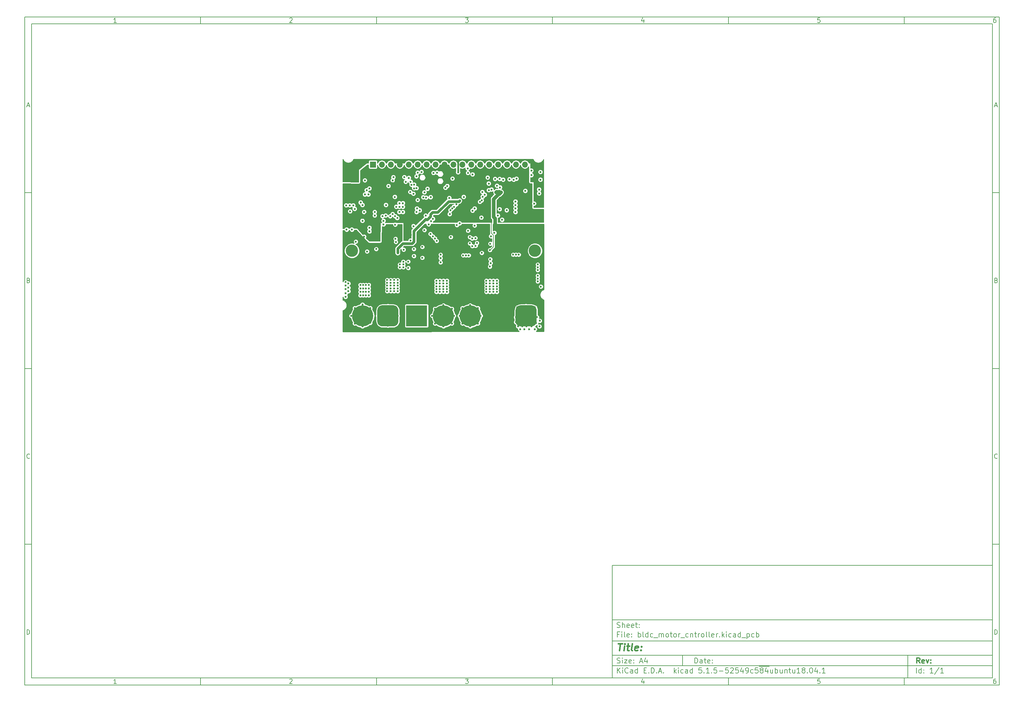
<source format=gbr>
G04 #@! TF.GenerationSoftware,KiCad,Pcbnew,5.1.5-52549c5~84~ubuntu18.04.1*
G04 #@! TF.CreationDate,2020-02-16T22:49:10+01:00*
G04 #@! TF.ProjectId,bldc_motor_cntroller,626c6463-5f6d-46f7-946f-725f636e7472,rev?*
G04 #@! TF.SameCoordinates,Original*
G04 #@! TF.FileFunction,Copper,L3,Inr*
G04 #@! TF.FilePolarity,Positive*
%FSLAX46Y46*%
G04 Gerber Fmt 4.6, Leading zero omitted, Abs format (unit mm)*
G04 Created by KiCad (PCBNEW 5.1.5-52549c5~84~ubuntu18.04.1) date 2020-02-16 22:49:10*
%MOMM*%
%LPD*%
G04 APERTURE LIST*
%ADD10C,0.100000*%
%ADD11C,0.150000*%
%ADD12C,0.300000*%
%ADD13C,0.400000*%
%ADD14C,3.500000*%
%ADD15C,5.999480*%
%ADD16R,5.999480X5.999480*%
%ADD17O,1.700000X1.700000*%
%ADD18R,1.700000X1.700000*%
%ADD19C,6.000000*%
%ADD20C,0.600000*%
%ADD21C,0.200000*%
%ADD22C,1.000000*%
%ADD23C,0.800000*%
%ADD24C,0.500000*%
%ADD25C,0.254000*%
G04 APERTURE END LIST*
D10*
D11*
X177002200Y-166007200D02*
X177002200Y-198007200D01*
X285002200Y-198007200D01*
X285002200Y-166007200D01*
X177002200Y-166007200D01*
D10*
D11*
X10000000Y-10000000D02*
X10000000Y-200007200D01*
X287002200Y-200007200D01*
X287002200Y-10000000D01*
X10000000Y-10000000D01*
D10*
D11*
X12000000Y-12000000D02*
X12000000Y-198007200D01*
X285002200Y-198007200D01*
X285002200Y-12000000D01*
X12000000Y-12000000D01*
D10*
D11*
X60000000Y-12000000D02*
X60000000Y-10000000D01*
D10*
D11*
X110000000Y-12000000D02*
X110000000Y-10000000D01*
D10*
D11*
X160000000Y-12000000D02*
X160000000Y-10000000D01*
D10*
D11*
X210000000Y-12000000D02*
X210000000Y-10000000D01*
D10*
D11*
X260000000Y-12000000D02*
X260000000Y-10000000D01*
D10*
D11*
X36065476Y-11588095D02*
X35322619Y-11588095D01*
X35694047Y-11588095D02*
X35694047Y-10288095D01*
X35570238Y-10473809D01*
X35446428Y-10597619D01*
X35322619Y-10659523D01*
D10*
D11*
X85322619Y-10411904D02*
X85384523Y-10350000D01*
X85508333Y-10288095D01*
X85817857Y-10288095D01*
X85941666Y-10350000D01*
X86003571Y-10411904D01*
X86065476Y-10535714D01*
X86065476Y-10659523D01*
X86003571Y-10845238D01*
X85260714Y-11588095D01*
X86065476Y-11588095D01*
D10*
D11*
X135260714Y-10288095D02*
X136065476Y-10288095D01*
X135632142Y-10783333D01*
X135817857Y-10783333D01*
X135941666Y-10845238D01*
X136003571Y-10907142D01*
X136065476Y-11030952D01*
X136065476Y-11340476D01*
X136003571Y-11464285D01*
X135941666Y-11526190D01*
X135817857Y-11588095D01*
X135446428Y-11588095D01*
X135322619Y-11526190D01*
X135260714Y-11464285D01*
D10*
D11*
X185941666Y-10721428D02*
X185941666Y-11588095D01*
X185632142Y-10226190D02*
X185322619Y-11154761D01*
X186127380Y-11154761D01*
D10*
D11*
X236003571Y-10288095D02*
X235384523Y-10288095D01*
X235322619Y-10907142D01*
X235384523Y-10845238D01*
X235508333Y-10783333D01*
X235817857Y-10783333D01*
X235941666Y-10845238D01*
X236003571Y-10907142D01*
X236065476Y-11030952D01*
X236065476Y-11340476D01*
X236003571Y-11464285D01*
X235941666Y-11526190D01*
X235817857Y-11588095D01*
X235508333Y-11588095D01*
X235384523Y-11526190D01*
X235322619Y-11464285D01*
D10*
D11*
X285941666Y-10288095D02*
X285694047Y-10288095D01*
X285570238Y-10350000D01*
X285508333Y-10411904D01*
X285384523Y-10597619D01*
X285322619Y-10845238D01*
X285322619Y-11340476D01*
X285384523Y-11464285D01*
X285446428Y-11526190D01*
X285570238Y-11588095D01*
X285817857Y-11588095D01*
X285941666Y-11526190D01*
X286003571Y-11464285D01*
X286065476Y-11340476D01*
X286065476Y-11030952D01*
X286003571Y-10907142D01*
X285941666Y-10845238D01*
X285817857Y-10783333D01*
X285570238Y-10783333D01*
X285446428Y-10845238D01*
X285384523Y-10907142D01*
X285322619Y-11030952D01*
D10*
D11*
X60000000Y-198007200D02*
X60000000Y-200007200D01*
D10*
D11*
X110000000Y-198007200D02*
X110000000Y-200007200D01*
D10*
D11*
X160000000Y-198007200D02*
X160000000Y-200007200D01*
D10*
D11*
X210000000Y-198007200D02*
X210000000Y-200007200D01*
D10*
D11*
X260000000Y-198007200D02*
X260000000Y-200007200D01*
D10*
D11*
X36065476Y-199595295D02*
X35322619Y-199595295D01*
X35694047Y-199595295D02*
X35694047Y-198295295D01*
X35570238Y-198481009D01*
X35446428Y-198604819D01*
X35322619Y-198666723D01*
D10*
D11*
X85322619Y-198419104D02*
X85384523Y-198357200D01*
X85508333Y-198295295D01*
X85817857Y-198295295D01*
X85941666Y-198357200D01*
X86003571Y-198419104D01*
X86065476Y-198542914D01*
X86065476Y-198666723D01*
X86003571Y-198852438D01*
X85260714Y-199595295D01*
X86065476Y-199595295D01*
D10*
D11*
X135260714Y-198295295D02*
X136065476Y-198295295D01*
X135632142Y-198790533D01*
X135817857Y-198790533D01*
X135941666Y-198852438D01*
X136003571Y-198914342D01*
X136065476Y-199038152D01*
X136065476Y-199347676D01*
X136003571Y-199471485D01*
X135941666Y-199533390D01*
X135817857Y-199595295D01*
X135446428Y-199595295D01*
X135322619Y-199533390D01*
X135260714Y-199471485D01*
D10*
D11*
X185941666Y-198728628D02*
X185941666Y-199595295D01*
X185632142Y-198233390D02*
X185322619Y-199161961D01*
X186127380Y-199161961D01*
D10*
D11*
X236003571Y-198295295D02*
X235384523Y-198295295D01*
X235322619Y-198914342D01*
X235384523Y-198852438D01*
X235508333Y-198790533D01*
X235817857Y-198790533D01*
X235941666Y-198852438D01*
X236003571Y-198914342D01*
X236065476Y-199038152D01*
X236065476Y-199347676D01*
X236003571Y-199471485D01*
X235941666Y-199533390D01*
X235817857Y-199595295D01*
X235508333Y-199595295D01*
X235384523Y-199533390D01*
X235322619Y-199471485D01*
D10*
D11*
X285941666Y-198295295D02*
X285694047Y-198295295D01*
X285570238Y-198357200D01*
X285508333Y-198419104D01*
X285384523Y-198604819D01*
X285322619Y-198852438D01*
X285322619Y-199347676D01*
X285384523Y-199471485D01*
X285446428Y-199533390D01*
X285570238Y-199595295D01*
X285817857Y-199595295D01*
X285941666Y-199533390D01*
X286003571Y-199471485D01*
X286065476Y-199347676D01*
X286065476Y-199038152D01*
X286003571Y-198914342D01*
X285941666Y-198852438D01*
X285817857Y-198790533D01*
X285570238Y-198790533D01*
X285446428Y-198852438D01*
X285384523Y-198914342D01*
X285322619Y-199038152D01*
D10*
D11*
X10000000Y-60000000D02*
X12000000Y-60000000D01*
D10*
D11*
X10000000Y-110000000D02*
X12000000Y-110000000D01*
D10*
D11*
X10000000Y-160000000D02*
X12000000Y-160000000D01*
D10*
D11*
X10690476Y-35216666D02*
X11309523Y-35216666D01*
X10566666Y-35588095D02*
X11000000Y-34288095D01*
X11433333Y-35588095D01*
D10*
D11*
X11092857Y-84907142D02*
X11278571Y-84969047D01*
X11340476Y-85030952D01*
X11402380Y-85154761D01*
X11402380Y-85340476D01*
X11340476Y-85464285D01*
X11278571Y-85526190D01*
X11154761Y-85588095D01*
X10659523Y-85588095D01*
X10659523Y-84288095D01*
X11092857Y-84288095D01*
X11216666Y-84350000D01*
X11278571Y-84411904D01*
X11340476Y-84535714D01*
X11340476Y-84659523D01*
X11278571Y-84783333D01*
X11216666Y-84845238D01*
X11092857Y-84907142D01*
X10659523Y-84907142D01*
D10*
D11*
X11402380Y-135464285D02*
X11340476Y-135526190D01*
X11154761Y-135588095D01*
X11030952Y-135588095D01*
X10845238Y-135526190D01*
X10721428Y-135402380D01*
X10659523Y-135278571D01*
X10597619Y-135030952D01*
X10597619Y-134845238D01*
X10659523Y-134597619D01*
X10721428Y-134473809D01*
X10845238Y-134350000D01*
X11030952Y-134288095D01*
X11154761Y-134288095D01*
X11340476Y-134350000D01*
X11402380Y-134411904D01*
D10*
D11*
X10659523Y-185588095D02*
X10659523Y-184288095D01*
X10969047Y-184288095D01*
X11154761Y-184350000D01*
X11278571Y-184473809D01*
X11340476Y-184597619D01*
X11402380Y-184845238D01*
X11402380Y-185030952D01*
X11340476Y-185278571D01*
X11278571Y-185402380D01*
X11154761Y-185526190D01*
X10969047Y-185588095D01*
X10659523Y-185588095D01*
D10*
D11*
X287002200Y-60000000D02*
X285002200Y-60000000D01*
D10*
D11*
X287002200Y-110000000D02*
X285002200Y-110000000D01*
D10*
D11*
X287002200Y-160000000D02*
X285002200Y-160000000D01*
D10*
D11*
X285692676Y-35216666D02*
X286311723Y-35216666D01*
X285568866Y-35588095D02*
X286002200Y-34288095D01*
X286435533Y-35588095D01*
D10*
D11*
X286095057Y-84907142D02*
X286280771Y-84969047D01*
X286342676Y-85030952D01*
X286404580Y-85154761D01*
X286404580Y-85340476D01*
X286342676Y-85464285D01*
X286280771Y-85526190D01*
X286156961Y-85588095D01*
X285661723Y-85588095D01*
X285661723Y-84288095D01*
X286095057Y-84288095D01*
X286218866Y-84350000D01*
X286280771Y-84411904D01*
X286342676Y-84535714D01*
X286342676Y-84659523D01*
X286280771Y-84783333D01*
X286218866Y-84845238D01*
X286095057Y-84907142D01*
X285661723Y-84907142D01*
D10*
D11*
X286404580Y-135464285D02*
X286342676Y-135526190D01*
X286156961Y-135588095D01*
X286033152Y-135588095D01*
X285847438Y-135526190D01*
X285723628Y-135402380D01*
X285661723Y-135278571D01*
X285599819Y-135030952D01*
X285599819Y-134845238D01*
X285661723Y-134597619D01*
X285723628Y-134473809D01*
X285847438Y-134350000D01*
X286033152Y-134288095D01*
X286156961Y-134288095D01*
X286342676Y-134350000D01*
X286404580Y-134411904D01*
D10*
D11*
X285661723Y-185588095D02*
X285661723Y-184288095D01*
X285971247Y-184288095D01*
X286156961Y-184350000D01*
X286280771Y-184473809D01*
X286342676Y-184597619D01*
X286404580Y-184845238D01*
X286404580Y-185030952D01*
X286342676Y-185278571D01*
X286280771Y-185402380D01*
X286156961Y-185526190D01*
X285971247Y-185588095D01*
X285661723Y-185588095D01*
D10*
D11*
X200434342Y-193785771D02*
X200434342Y-192285771D01*
X200791485Y-192285771D01*
X201005771Y-192357200D01*
X201148628Y-192500057D01*
X201220057Y-192642914D01*
X201291485Y-192928628D01*
X201291485Y-193142914D01*
X201220057Y-193428628D01*
X201148628Y-193571485D01*
X201005771Y-193714342D01*
X200791485Y-193785771D01*
X200434342Y-193785771D01*
X202577200Y-193785771D02*
X202577200Y-193000057D01*
X202505771Y-192857200D01*
X202362914Y-192785771D01*
X202077200Y-192785771D01*
X201934342Y-192857200D01*
X202577200Y-193714342D02*
X202434342Y-193785771D01*
X202077200Y-193785771D01*
X201934342Y-193714342D01*
X201862914Y-193571485D01*
X201862914Y-193428628D01*
X201934342Y-193285771D01*
X202077200Y-193214342D01*
X202434342Y-193214342D01*
X202577200Y-193142914D01*
X203077200Y-192785771D02*
X203648628Y-192785771D01*
X203291485Y-192285771D02*
X203291485Y-193571485D01*
X203362914Y-193714342D01*
X203505771Y-193785771D01*
X203648628Y-193785771D01*
X204720057Y-193714342D02*
X204577200Y-193785771D01*
X204291485Y-193785771D01*
X204148628Y-193714342D01*
X204077200Y-193571485D01*
X204077200Y-193000057D01*
X204148628Y-192857200D01*
X204291485Y-192785771D01*
X204577200Y-192785771D01*
X204720057Y-192857200D01*
X204791485Y-193000057D01*
X204791485Y-193142914D01*
X204077200Y-193285771D01*
X205434342Y-193642914D02*
X205505771Y-193714342D01*
X205434342Y-193785771D01*
X205362914Y-193714342D01*
X205434342Y-193642914D01*
X205434342Y-193785771D01*
X205434342Y-192857200D02*
X205505771Y-192928628D01*
X205434342Y-193000057D01*
X205362914Y-192928628D01*
X205434342Y-192857200D01*
X205434342Y-193000057D01*
D10*
D11*
X177002200Y-194507200D02*
X285002200Y-194507200D01*
D10*
D11*
X178434342Y-196585771D02*
X178434342Y-195085771D01*
X179291485Y-196585771D02*
X178648628Y-195728628D01*
X179291485Y-195085771D02*
X178434342Y-195942914D01*
X179934342Y-196585771D02*
X179934342Y-195585771D01*
X179934342Y-195085771D02*
X179862914Y-195157200D01*
X179934342Y-195228628D01*
X180005771Y-195157200D01*
X179934342Y-195085771D01*
X179934342Y-195228628D01*
X181505771Y-196442914D02*
X181434342Y-196514342D01*
X181220057Y-196585771D01*
X181077200Y-196585771D01*
X180862914Y-196514342D01*
X180720057Y-196371485D01*
X180648628Y-196228628D01*
X180577200Y-195942914D01*
X180577200Y-195728628D01*
X180648628Y-195442914D01*
X180720057Y-195300057D01*
X180862914Y-195157200D01*
X181077200Y-195085771D01*
X181220057Y-195085771D01*
X181434342Y-195157200D01*
X181505771Y-195228628D01*
X182791485Y-196585771D02*
X182791485Y-195800057D01*
X182720057Y-195657200D01*
X182577200Y-195585771D01*
X182291485Y-195585771D01*
X182148628Y-195657200D01*
X182791485Y-196514342D02*
X182648628Y-196585771D01*
X182291485Y-196585771D01*
X182148628Y-196514342D01*
X182077200Y-196371485D01*
X182077200Y-196228628D01*
X182148628Y-196085771D01*
X182291485Y-196014342D01*
X182648628Y-196014342D01*
X182791485Y-195942914D01*
X184148628Y-196585771D02*
X184148628Y-195085771D01*
X184148628Y-196514342D02*
X184005771Y-196585771D01*
X183720057Y-196585771D01*
X183577200Y-196514342D01*
X183505771Y-196442914D01*
X183434342Y-196300057D01*
X183434342Y-195871485D01*
X183505771Y-195728628D01*
X183577200Y-195657200D01*
X183720057Y-195585771D01*
X184005771Y-195585771D01*
X184148628Y-195657200D01*
X186005771Y-195800057D02*
X186505771Y-195800057D01*
X186720057Y-196585771D02*
X186005771Y-196585771D01*
X186005771Y-195085771D01*
X186720057Y-195085771D01*
X187362914Y-196442914D02*
X187434342Y-196514342D01*
X187362914Y-196585771D01*
X187291485Y-196514342D01*
X187362914Y-196442914D01*
X187362914Y-196585771D01*
X188077200Y-196585771D02*
X188077200Y-195085771D01*
X188434342Y-195085771D01*
X188648628Y-195157200D01*
X188791485Y-195300057D01*
X188862914Y-195442914D01*
X188934342Y-195728628D01*
X188934342Y-195942914D01*
X188862914Y-196228628D01*
X188791485Y-196371485D01*
X188648628Y-196514342D01*
X188434342Y-196585771D01*
X188077200Y-196585771D01*
X189577200Y-196442914D02*
X189648628Y-196514342D01*
X189577200Y-196585771D01*
X189505771Y-196514342D01*
X189577200Y-196442914D01*
X189577200Y-196585771D01*
X190220057Y-196157200D02*
X190934342Y-196157200D01*
X190077200Y-196585771D02*
X190577200Y-195085771D01*
X191077200Y-196585771D01*
X191577200Y-196442914D02*
X191648628Y-196514342D01*
X191577200Y-196585771D01*
X191505771Y-196514342D01*
X191577200Y-196442914D01*
X191577200Y-196585771D01*
X194577200Y-196585771D02*
X194577200Y-195085771D01*
X194720057Y-196014342D02*
X195148628Y-196585771D01*
X195148628Y-195585771D02*
X194577200Y-196157200D01*
X195791485Y-196585771D02*
X195791485Y-195585771D01*
X195791485Y-195085771D02*
X195720057Y-195157200D01*
X195791485Y-195228628D01*
X195862914Y-195157200D01*
X195791485Y-195085771D01*
X195791485Y-195228628D01*
X197148628Y-196514342D02*
X197005771Y-196585771D01*
X196720057Y-196585771D01*
X196577200Y-196514342D01*
X196505771Y-196442914D01*
X196434342Y-196300057D01*
X196434342Y-195871485D01*
X196505771Y-195728628D01*
X196577200Y-195657200D01*
X196720057Y-195585771D01*
X197005771Y-195585771D01*
X197148628Y-195657200D01*
X198434342Y-196585771D02*
X198434342Y-195800057D01*
X198362914Y-195657200D01*
X198220057Y-195585771D01*
X197934342Y-195585771D01*
X197791485Y-195657200D01*
X198434342Y-196514342D02*
X198291485Y-196585771D01*
X197934342Y-196585771D01*
X197791485Y-196514342D01*
X197720057Y-196371485D01*
X197720057Y-196228628D01*
X197791485Y-196085771D01*
X197934342Y-196014342D01*
X198291485Y-196014342D01*
X198434342Y-195942914D01*
X199791485Y-196585771D02*
X199791485Y-195085771D01*
X199791485Y-196514342D02*
X199648628Y-196585771D01*
X199362914Y-196585771D01*
X199220057Y-196514342D01*
X199148628Y-196442914D01*
X199077200Y-196300057D01*
X199077200Y-195871485D01*
X199148628Y-195728628D01*
X199220057Y-195657200D01*
X199362914Y-195585771D01*
X199648628Y-195585771D01*
X199791485Y-195657200D01*
X202362914Y-195085771D02*
X201648628Y-195085771D01*
X201577200Y-195800057D01*
X201648628Y-195728628D01*
X201791485Y-195657200D01*
X202148628Y-195657200D01*
X202291485Y-195728628D01*
X202362914Y-195800057D01*
X202434342Y-195942914D01*
X202434342Y-196300057D01*
X202362914Y-196442914D01*
X202291485Y-196514342D01*
X202148628Y-196585771D01*
X201791485Y-196585771D01*
X201648628Y-196514342D01*
X201577200Y-196442914D01*
X203077200Y-196442914D02*
X203148628Y-196514342D01*
X203077200Y-196585771D01*
X203005771Y-196514342D01*
X203077200Y-196442914D01*
X203077200Y-196585771D01*
X204577200Y-196585771D02*
X203720057Y-196585771D01*
X204148628Y-196585771D02*
X204148628Y-195085771D01*
X204005771Y-195300057D01*
X203862914Y-195442914D01*
X203720057Y-195514342D01*
X205220057Y-196442914D02*
X205291485Y-196514342D01*
X205220057Y-196585771D01*
X205148628Y-196514342D01*
X205220057Y-196442914D01*
X205220057Y-196585771D01*
X206648628Y-195085771D02*
X205934342Y-195085771D01*
X205862914Y-195800057D01*
X205934342Y-195728628D01*
X206077200Y-195657200D01*
X206434342Y-195657200D01*
X206577200Y-195728628D01*
X206648628Y-195800057D01*
X206720057Y-195942914D01*
X206720057Y-196300057D01*
X206648628Y-196442914D01*
X206577200Y-196514342D01*
X206434342Y-196585771D01*
X206077200Y-196585771D01*
X205934342Y-196514342D01*
X205862914Y-196442914D01*
X207362914Y-196014342D02*
X208505771Y-196014342D01*
X209934342Y-195085771D02*
X209220057Y-195085771D01*
X209148628Y-195800057D01*
X209220057Y-195728628D01*
X209362914Y-195657200D01*
X209720057Y-195657200D01*
X209862914Y-195728628D01*
X209934342Y-195800057D01*
X210005771Y-195942914D01*
X210005771Y-196300057D01*
X209934342Y-196442914D01*
X209862914Y-196514342D01*
X209720057Y-196585771D01*
X209362914Y-196585771D01*
X209220057Y-196514342D01*
X209148628Y-196442914D01*
X210577200Y-195228628D02*
X210648628Y-195157200D01*
X210791485Y-195085771D01*
X211148628Y-195085771D01*
X211291485Y-195157200D01*
X211362914Y-195228628D01*
X211434342Y-195371485D01*
X211434342Y-195514342D01*
X211362914Y-195728628D01*
X210505771Y-196585771D01*
X211434342Y-196585771D01*
X212791485Y-195085771D02*
X212077200Y-195085771D01*
X212005771Y-195800057D01*
X212077200Y-195728628D01*
X212220057Y-195657200D01*
X212577200Y-195657200D01*
X212720057Y-195728628D01*
X212791485Y-195800057D01*
X212862914Y-195942914D01*
X212862914Y-196300057D01*
X212791485Y-196442914D01*
X212720057Y-196514342D01*
X212577200Y-196585771D01*
X212220057Y-196585771D01*
X212077200Y-196514342D01*
X212005771Y-196442914D01*
X214148628Y-195585771D02*
X214148628Y-196585771D01*
X213791485Y-195014342D02*
X213434342Y-196085771D01*
X214362914Y-196085771D01*
X215005771Y-196585771D02*
X215291485Y-196585771D01*
X215434342Y-196514342D01*
X215505771Y-196442914D01*
X215648628Y-196228628D01*
X215720057Y-195942914D01*
X215720057Y-195371485D01*
X215648628Y-195228628D01*
X215577200Y-195157200D01*
X215434342Y-195085771D01*
X215148628Y-195085771D01*
X215005771Y-195157200D01*
X214934342Y-195228628D01*
X214862914Y-195371485D01*
X214862914Y-195728628D01*
X214934342Y-195871485D01*
X215005771Y-195942914D01*
X215148628Y-196014342D01*
X215434342Y-196014342D01*
X215577200Y-195942914D01*
X215648628Y-195871485D01*
X215720057Y-195728628D01*
X217005771Y-196514342D02*
X216862914Y-196585771D01*
X216577200Y-196585771D01*
X216434342Y-196514342D01*
X216362914Y-196442914D01*
X216291485Y-196300057D01*
X216291485Y-195871485D01*
X216362914Y-195728628D01*
X216434342Y-195657200D01*
X216577200Y-195585771D01*
X216862914Y-195585771D01*
X217005771Y-195657200D01*
X218362914Y-195085771D02*
X217648628Y-195085771D01*
X217577200Y-195800057D01*
X217648628Y-195728628D01*
X217791485Y-195657200D01*
X218148628Y-195657200D01*
X218291485Y-195728628D01*
X218362914Y-195800057D01*
X218434342Y-195942914D01*
X218434342Y-196300057D01*
X218362914Y-196442914D01*
X218291485Y-196514342D01*
X218148628Y-196585771D01*
X217791485Y-196585771D01*
X217648628Y-196514342D01*
X217577200Y-196442914D01*
X218720057Y-194677200D02*
X220148628Y-194677200D01*
X219291485Y-195728628D02*
X219148628Y-195657200D01*
X219077200Y-195585771D01*
X219005771Y-195442914D01*
X219005771Y-195371485D01*
X219077200Y-195228628D01*
X219148628Y-195157200D01*
X219291485Y-195085771D01*
X219577200Y-195085771D01*
X219720057Y-195157200D01*
X219791485Y-195228628D01*
X219862914Y-195371485D01*
X219862914Y-195442914D01*
X219791485Y-195585771D01*
X219720057Y-195657200D01*
X219577200Y-195728628D01*
X219291485Y-195728628D01*
X219148628Y-195800057D01*
X219077200Y-195871485D01*
X219005771Y-196014342D01*
X219005771Y-196300057D01*
X219077200Y-196442914D01*
X219148628Y-196514342D01*
X219291485Y-196585771D01*
X219577200Y-196585771D01*
X219720057Y-196514342D01*
X219791485Y-196442914D01*
X219862914Y-196300057D01*
X219862914Y-196014342D01*
X219791485Y-195871485D01*
X219720057Y-195800057D01*
X219577200Y-195728628D01*
X220148628Y-194677200D02*
X221577199Y-194677200D01*
X221148628Y-195585771D02*
X221148628Y-196585771D01*
X220791485Y-195014342D02*
X220434342Y-196085771D01*
X221362914Y-196085771D01*
X222577199Y-195585771D02*
X222577199Y-196585771D01*
X221934342Y-195585771D02*
X221934342Y-196371485D01*
X222005771Y-196514342D01*
X222148628Y-196585771D01*
X222362914Y-196585771D01*
X222505771Y-196514342D01*
X222577199Y-196442914D01*
X223291485Y-196585771D02*
X223291485Y-195085771D01*
X223291485Y-195657200D02*
X223434342Y-195585771D01*
X223720057Y-195585771D01*
X223862914Y-195657200D01*
X223934342Y-195728628D01*
X224005771Y-195871485D01*
X224005771Y-196300057D01*
X223934342Y-196442914D01*
X223862914Y-196514342D01*
X223720057Y-196585771D01*
X223434342Y-196585771D01*
X223291485Y-196514342D01*
X225291485Y-195585771D02*
X225291485Y-196585771D01*
X224648628Y-195585771D02*
X224648628Y-196371485D01*
X224720057Y-196514342D01*
X224862914Y-196585771D01*
X225077199Y-196585771D01*
X225220057Y-196514342D01*
X225291485Y-196442914D01*
X226005771Y-195585771D02*
X226005771Y-196585771D01*
X226005771Y-195728628D02*
X226077199Y-195657200D01*
X226220057Y-195585771D01*
X226434342Y-195585771D01*
X226577199Y-195657200D01*
X226648628Y-195800057D01*
X226648628Y-196585771D01*
X227148628Y-195585771D02*
X227720057Y-195585771D01*
X227362914Y-195085771D02*
X227362914Y-196371485D01*
X227434342Y-196514342D01*
X227577200Y-196585771D01*
X227720057Y-196585771D01*
X228862914Y-195585771D02*
X228862914Y-196585771D01*
X228220057Y-195585771D02*
X228220057Y-196371485D01*
X228291485Y-196514342D01*
X228434342Y-196585771D01*
X228648628Y-196585771D01*
X228791485Y-196514342D01*
X228862914Y-196442914D01*
X230362914Y-196585771D02*
X229505771Y-196585771D01*
X229934342Y-196585771D02*
X229934342Y-195085771D01*
X229791485Y-195300057D01*
X229648628Y-195442914D01*
X229505771Y-195514342D01*
X231220057Y-195728628D02*
X231077199Y-195657200D01*
X231005771Y-195585771D01*
X230934342Y-195442914D01*
X230934342Y-195371485D01*
X231005771Y-195228628D01*
X231077199Y-195157200D01*
X231220057Y-195085771D01*
X231505771Y-195085771D01*
X231648628Y-195157200D01*
X231720057Y-195228628D01*
X231791485Y-195371485D01*
X231791485Y-195442914D01*
X231720057Y-195585771D01*
X231648628Y-195657200D01*
X231505771Y-195728628D01*
X231220057Y-195728628D01*
X231077199Y-195800057D01*
X231005771Y-195871485D01*
X230934342Y-196014342D01*
X230934342Y-196300057D01*
X231005771Y-196442914D01*
X231077199Y-196514342D01*
X231220057Y-196585771D01*
X231505771Y-196585771D01*
X231648628Y-196514342D01*
X231720057Y-196442914D01*
X231791485Y-196300057D01*
X231791485Y-196014342D01*
X231720057Y-195871485D01*
X231648628Y-195800057D01*
X231505771Y-195728628D01*
X232434342Y-196442914D02*
X232505771Y-196514342D01*
X232434342Y-196585771D01*
X232362914Y-196514342D01*
X232434342Y-196442914D01*
X232434342Y-196585771D01*
X233434342Y-195085771D02*
X233577199Y-195085771D01*
X233720057Y-195157200D01*
X233791485Y-195228628D01*
X233862914Y-195371485D01*
X233934342Y-195657200D01*
X233934342Y-196014342D01*
X233862914Y-196300057D01*
X233791485Y-196442914D01*
X233720057Y-196514342D01*
X233577199Y-196585771D01*
X233434342Y-196585771D01*
X233291485Y-196514342D01*
X233220057Y-196442914D01*
X233148628Y-196300057D01*
X233077199Y-196014342D01*
X233077199Y-195657200D01*
X233148628Y-195371485D01*
X233220057Y-195228628D01*
X233291485Y-195157200D01*
X233434342Y-195085771D01*
X235220057Y-195585771D02*
X235220057Y-196585771D01*
X234862914Y-195014342D02*
X234505771Y-196085771D01*
X235434342Y-196085771D01*
X236005771Y-196442914D02*
X236077199Y-196514342D01*
X236005771Y-196585771D01*
X235934342Y-196514342D01*
X236005771Y-196442914D01*
X236005771Y-196585771D01*
X237505771Y-196585771D02*
X236648628Y-196585771D01*
X237077199Y-196585771D02*
X237077199Y-195085771D01*
X236934342Y-195300057D01*
X236791485Y-195442914D01*
X236648628Y-195514342D01*
D10*
D11*
X177002200Y-191507200D02*
X285002200Y-191507200D01*
D10*
D12*
X264411485Y-193785771D02*
X263911485Y-193071485D01*
X263554342Y-193785771D02*
X263554342Y-192285771D01*
X264125771Y-192285771D01*
X264268628Y-192357200D01*
X264340057Y-192428628D01*
X264411485Y-192571485D01*
X264411485Y-192785771D01*
X264340057Y-192928628D01*
X264268628Y-193000057D01*
X264125771Y-193071485D01*
X263554342Y-193071485D01*
X265625771Y-193714342D02*
X265482914Y-193785771D01*
X265197200Y-193785771D01*
X265054342Y-193714342D01*
X264982914Y-193571485D01*
X264982914Y-193000057D01*
X265054342Y-192857200D01*
X265197200Y-192785771D01*
X265482914Y-192785771D01*
X265625771Y-192857200D01*
X265697200Y-193000057D01*
X265697200Y-193142914D01*
X264982914Y-193285771D01*
X266197200Y-192785771D02*
X266554342Y-193785771D01*
X266911485Y-192785771D01*
X267482914Y-193642914D02*
X267554342Y-193714342D01*
X267482914Y-193785771D01*
X267411485Y-193714342D01*
X267482914Y-193642914D01*
X267482914Y-193785771D01*
X267482914Y-192857200D02*
X267554342Y-192928628D01*
X267482914Y-193000057D01*
X267411485Y-192928628D01*
X267482914Y-192857200D01*
X267482914Y-193000057D01*
D10*
D11*
X178362914Y-193714342D02*
X178577200Y-193785771D01*
X178934342Y-193785771D01*
X179077200Y-193714342D01*
X179148628Y-193642914D01*
X179220057Y-193500057D01*
X179220057Y-193357200D01*
X179148628Y-193214342D01*
X179077200Y-193142914D01*
X178934342Y-193071485D01*
X178648628Y-193000057D01*
X178505771Y-192928628D01*
X178434342Y-192857200D01*
X178362914Y-192714342D01*
X178362914Y-192571485D01*
X178434342Y-192428628D01*
X178505771Y-192357200D01*
X178648628Y-192285771D01*
X179005771Y-192285771D01*
X179220057Y-192357200D01*
X179862914Y-193785771D02*
X179862914Y-192785771D01*
X179862914Y-192285771D02*
X179791485Y-192357200D01*
X179862914Y-192428628D01*
X179934342Y-192357200D01*
X179862914Y-192285771D01*
X179862914Y-192428628D01*
X180434342Y-192785771D02*
X181220057Y-192785771D01*
X180434342Y-193785771D01*
X181220057Y-193785771D01*
X182362914Y-193714342D02*
X182220057Y-193785771D01*
X181934342Y-193785771D01*
X181791485Y-193714342D01*
X181720057Y-193571485D01*
X181720057Y-193000057D01*
X181791485Y-192857200D01*
X181934342Y-192785771D01*
X182220057Y-192785771D01*
X182362914Y-192857200D01*
X182434342Y-193000057D01*
X182434342Y-193142914D01*
X181720057Y-193285771D01*
X183077200Y-193642914D02*
X183148628Y-193714342D01*
X183077200Y-193785771D01*
X183005771Y-193714342D01*
X183077200Y-193642914D01*
X183077200Y-193785771D01*
X183077200Y-192857200D02*
X183148628Y-192928628D01*
X183077200Y-193000057D01*
X183005771Y-192928628D01*
X183077200Y-192857200D01*
X183077200Y-193000057D01*
X184862914Y-193357200D02*
X185577200Y-193357200D01*
X184720057Y-193785771D02*
X185220057Y-192285771D01*
X185720057Y-193785771D01*
X186862914Y-192785771D02*
X186862914Y-193785771D01*
X186505771Y-192214342D02*
X186148628Y-193285771D01*
X187077200Y-193285771D01*
D10*
D11*
X263434342Y-196585771D02*
X263434342Y-195085771D01*
X264791485Y-196585771D02*
X264791485Y-195085771D01*
X264791485Y-196514342D02*
X264648628Y-196585771D01*
X264362914Y-196585771D01*
X264220057Y-196514342D01*
X264148628Y-196442914D01*
X264077200Y-196300057D01*
X264077200Y-195871485D01*
X264148628Y-195728628D01*
X264220057Y-195657200D01*
X264362914Y-195585771D01*
X264648628Y-195585771D01*
X264791485Y-195657200D01*
X265505771Y-196442914D02*
X265577200Y-196514342D01*
X265505771Y-196585771D01*
X265434342Y-196514342D01*
X265505771Y-196442914D01*
X265505771Y-196585771D01*
X265505771Y-195657200D02*
X265577200Y-195728628D01*
X265505771Y-195800057D01*
X265434342Y-195728628D01*
X265505771Y-195657200D01*
X265505771Y-195800057D01*
X268148628Y-196585771D02*
X267291485Y-196585771D01*
X267720057Y-196585771D02*
X267720057Y-195085771D01*
X267577200Y-195300057D01*
X267434342Y-195442914D01*
X267291485Y-195514342D01*
X269862914Y-195014342D02*
X268577200Y-196942914D01*
X271148628Y-196585771D02*
X270291485Y-196585771D01*
X270720057Y-196585771D02*
X270720057Y-195085771D01*
X270577200Y-195300057D01*
X270434342Y-195442914D01*
X270291485Y-195514342D01*
D10*
D11*
X177002200Y-187507200D02*
X285002200Y-187507200D01*
D10*
D13*
X178714580Y-188211961D02*
X179857438Y-188211961D01*
X179036009Y-190211961D02*
X179286009Y-188211961D01*
X180274104Y-190211961D02*
X180440771Y-188878628D01*
X180524104Y-188211961D02*
X180416961Y-188307200D01*
X180500295Y-188402438D01*
X180607438Y-188307200D01*
X180524104Y-188211961D01*
X180500295Y-188402438D01*
X181107438Y-188878628D02*
X181869342Y-188878628D01*
X181476485Y-188211961D02*
X181262200Y-189926247D01*
X181333628Y-190116723D01*
X181512200Y-190211961D01*
X181702676Y-190211961D01*
X182655057Y-190211961D02*
X182476485Y-190116723D01*
X182405057Y-189926247D01*
X182619342Y-188211961D01*
X184190771Y-190116723D02*
X183988390Y-190211961D01*
X183607438Y-190211961D01*
X183428866Y-190116723D01*
X183357438Y-189926247D01*
X183452676Y-189164342D01*
X183571723Y-188973866D01*
X183774104Y-188878628D01*
X184155057Y-188878628D01*
X184333628Y-188973866D01*
X184405057Y-189164342D01*
X184381247Y-189354819D01*
X183405057Y-189545295D01*
X185155057Y-190021485D02*
X185238390Y-190116723D01*
X185131247Y-190211961D01*
X185047914Y-190116723D01*
X185155057Y-190021485D01*
X185131247Y-190211961D01*
X185286009Y-188973866D02*
X185369342Y-189069104D01*
X185262200Y-189164342D01*
X185178866Y-189069104D01*
X185286009Y-188973866D01*
X185262200Y-189164342D01*
D10*
D11*
X178934342Y-185600057D02*
X178434342Y-185600057D01*
X178434342Y-186385771D02*
X178434342Y-184885771D01*
X179148628Y-184885771D01*
X179720057Y-186385771D02*
X179720057Y-185385771D01*
X179720057Y-184885771D02*
X179648628Y-184957200D01*
X179720057Y-185028628D01*
X179791485Y-184957200D01*
X179720057Y-184885771D01*
X179720057Y-185028628D01*
X180648628Y-186385771D02*
X180505771Y-186314342D01*
X180434342Y-186171485D01*
X180434342Y-184885771D01*
X181791485Y-186314342D02*
X181648628Y-186385771D01*
X181362914Y-186385771D01*
X181220057Y-186314342D01*
X181148628Y-186171485D01*
X181148628Y-185600057D01*
X181220057Y-185457200D01*
X181362914Y-185385771D01*
X181648628Y-185385771D01*
X181791485Y-185457200D01*
X181862914Y-185600057D01*
X181862914Y-185742914D01*
X181148628Y-185885771D01*
X182505771Y-186242914D02*
X182577200Y-186314342D01*
X182505771Y-186385771D01*
X182434342Y-186314342D01*
X182505771Y-186242914D01*
X182505771Y-186385771D01*
X182505771Y-185457200D02*
X182577200Y-185528628D01*
X182505771Y-185600057D01*
X182434342Y-185528628D01*
X182505771Y-185457200D01*
X182505771Y-185600057D01*
X184362914Y-186385771D02*
X184362914Y-184885771D01*
X184362914Y-185457200D02*
X184505771Y-185385771D01*
X184791485Y-185385771D01*
X184934342Y-185457200D01*
X185005771Y-185528628D01*
X185077200Y-185671485D01*
X185077200Y-186100057D01*
X185005771Y-186242914D01*
X184934342Y-186314342D01*
X184791485Y-186385771D01*
X184505771Y-186385771D01*
X184362914Y-186314342D01*
X185934342Y-186385771D02*
X185791485Y-186314342D01*
X185720057Y-186171485D01*
X185720057Y-184885771D01*
X187148628Y-186385771D02*
X187148628Y-184885771D01*
X187148628Y-186314342D02*
X187005771Y-186385771D01*
X186720057Y-186385771D01*
X186577200Y-186314342D01*
X186505771Y-186242914D01*
X186434342Y-186100057D01*
X186434342Y-185671485D01*
X186505771Y-185528628D01*
X186577200Y-185457200D01*
X186720057Y-185385771D01*
X187005771Y-185385771D01*
X187148628Y-185457200D01*
X188505771Y-186314342D02*
X188362914Y-186385771D01*
X188077200Y-186385771D01*
X187934342Y-186314342D01*
X187862914Y-186242914D01*
X187791485Y-186100057D01*
X187791485Y-185671485D01*
X187862914Y-185528628D01*
X187934342Y-185457200D01*
X188077200Y-185385771D01*
X188362914Y-185385771D01*
X188505771Y-185457200D01*
X188791485Y-186528628D02*
X189934342Y-186528628D01*
X190291485Y-186385771D02*
X190291485Y-185385771D01*
X190291485Y-185528628D02*
X190362914Y-185457200D01*
X190505771Y-185385771D01*
X190720057Y-185385771D01*
X190862914Y-185457200D01*
X190934342Y-185600057D01*
X190934342Y-186385771D01*
X190934342Y-185600057D02*
X191005771Y-185457200D01*
X191148628Y-185385771D01*
X191362914Y-185385771D01*
X191505771Y-185457200D01*
X191577200Y-185600057D01*
X191577200Y-186385771D01*
X192505771Y-186385771D02*
X192362914Y-186314342D01*
X192291485Y-186242914D01*
X192220057Y-186100057D01*
X192220057Y-185671485D01*
X192291485Y-185528628D01*
X192362914Y-185457200D01*
X192505771Y-185385771D01*
X192720057Y-185385771D01*
X192862914Y-185457200D01*
X192934342Y-185528628D01*
X193005771Y-185671485D01*
X193005771Y-186100057D01*
X192934342Y-186242914D01*
X192862914Y-186314342D01*
X192720057Y-186385771D01*
X192505771Y-186385771D01*
X193434342Y-185385771D02*
X194005771Y-185385771D01*
X193648628Y-184885771D02*
X193648628Y-186171485D01*
X193720057Y-186314342D01*
X193862914Y-186385771D01*
X194005771Y-186385771D01*
X194720057Y-186385771D02*
X194577200Y-186314342D01*
X194505771Y-186242914D01*
X194434342Y-186100057D01*
X194434342Y-185671485D01*
X194505771Y-185528628D01*
X194577200Y-185457200D01*
X194720057Y-185385771D01*
X194934342Y-185385771D01*
X195077200Y-185457200D01*
X195148628Y-185528628D01*
X195220057Y-185671485D01*
X195220057Y-186100057D01*
X195148628Y-186242914D01*
X195077200Y-186314342D01*
X194934342Y-186385771D01*
X194720057Y-186385771D01*
X195862914Y-186385771D02*
X195862914Y-185385771D01*
X195862914Y-185671485D02*
X195934342Y-185528628D01*
X196005771Y-185457200D01*
X196148628Y-185385771D01*
X196291485Y-185385771D01*
X196434342Y-186528628D02*
X197577200Y-186528628D01*
X198577200Y-186314342D02*
X198434342Y-186385771D01*
X198148628Y-186385771D01*
X198005771Y-186314342D01*
X197934342Y-186242914D01*
X197862914Y-186100057D01*
X197862914Y-185671485D01*
X197934342Y-185528628D01*
X198005771Y-185457200D01*
X198148628Y-185385771D01*
X198434342Y-185385771D01*
X198577200Y-185457200D01*
X199220057Y-185385771D02*
X199220057Y-186385771D01*
X199220057Y-185528628D02*
X199291485Y-185457200D01*
X199434342Y-185385771D01*
X199648628Y-185385771D01*
X199791485Y-185457200D01*
X199862914Y-185600057D01*
X199862914Y-186385771D01*
X200362914Y-185385771D02*
X200934342Y-185385771D01*
X200577200Y-184885771D02*
X200577200Y-186171485D01*
X200648628Y-186314342D01*
X200791485Y-186385771D01*
X200934342Y-186385771D01*
X201434342Y-186385771D02*
X201434342Y-185385771D01*
X201434342Y-185671485D02*
X201505771Y-185528628D01*
X201577200Y-185457200D01*
X201720057Y-185385771D01*
X201862914Y-185385771D01*
X202577200Y-186385771D02*
X202434342Y-186314342D01*
X202362914Y-186242914D01*
X202291485Y-186100057D01*
X202291485Y-185671485D01*
X202362914Y-185528628D01*
X202434342Y-185457200D01*
X202577200Y-185385771D01*
X202791485Y-185385771D01*
X202934342Y-185457200D01*
X203005771Y-185528628D01*
X203077200Y-185671485D01*
X203077200Y-186100057D01*
X203005771Y-186242914D01*
X202934342Y-186314342D01*
X202791485Y-186385771D01*
X202577200Y-186385771D01*
X203934342Y-186385771D02*
X203791485Y-186314342D01*
X203720057Y-186171485D01*
X203720057Y-184885771D01*
X204720057Y-186385771D02*
X204577200Y-186314342D01*
X204505771Y-186171485D01*
X204505771Y-184885771D01*
X205862914Y-186314342D02*
X205720057Y-186385771D01*
X205434342Y-186385771D01*
X205291485Y-186314342D01*
X205220057Y-186171485D01*
X205220057Y-185600057D01*
X205291485Y-185457200D01*
X205434342Y-185385771D01*
X205720057Y-185385771D01*
X205862914Y-185457200D01*
X205934342Y-185600057D01*
X205934342Y-185742914D01*
X205220057Y-185885771D01*
X206577200Y-186385771D02*
X206577200Y-185385771D01*
X206577200Y-185671485D02*
X206648628Y-185528628D01*
X206720057Y-185457200D01*
X206862914Y-185385771D01*
X207005771Y-185385771D01*
X207505771Y-186242914D02*
X207577200Y-186314342D01*
X207505771Y-186385771D01*
X207434342Y-186314342D01*
X207505771Y-186242914D01*
X207505771Y-186385771D01*
X208220057Y-186385771D02*
X208220057Y-184885771D01*
X208362914Y-185814342D02*
X208791485Y-186385771D01*
X208791485Y-185385771D02*
X208220057Y-185957200D01*
X209434342Y-186385771D02*
X209434342Y-185385771D01*
X209434342Y-184885771D02*
X209362914Y-184957200D01*
X209434342Y-185028628D01*
X209505771Y-184957200D01*
X209434342Y-184885771D01*
X209434342Y-185028628D01*
X210791485Y-186314342D02*
X210648628Y-186385771D01*
X210362914Y-186385771D01*
X210220057Y-186314342D01*
X210148628Y-186242914D01*
X210077200Y-186100057D01*
X210077200Y-185671485D01*
X210148628Y-185528628D01*
X210220057Y-185457200D01*
X210362914Y-185385771D01*
X210648628Y-185385771D01*
X210791485Y-185457200D01*
X212077200Y-186385771D02*
X212077200Y-185600057D01*
X212005771Y-185457200D01*
X211862914Y-185385771D01*
X211577200Y-185385771D01*
X211434342Y-185457200D01*
X212077200Y-186314342D02*
X211934342Y-186385771D01*
X211577200Y-186385771D01*
X211434342Y-186314342D01*
X211362914Y-186171485D01*
X211362914Y-186028628D01*
X211434342Y-185885771D01*
X211577200Y-185814342D01*
X211934342Y-185814342D01*
X212077200Y-185742914D01*
X213434342Y-186385771D02*
X213434342Y-184885771D01*
X213434342Y-186314342D02*
X213291485Y-186385771D01*
X213005771Y-186385771D01*
X212862914Y-186314342D01*
X212791485Y-186242914D01*
X212720057Y-186100057D01*
X212720057Y-185671485D01*
X212791485Y-185528628D01*
X212862914Y-185457200D01*
X213005771Y-185385771D01*
X213291485Y-185385771D01*
X213434342Y-185457200D01*
X213791485Y-186528628D02*
X214934342Y-186528628D01*
X215291485Y-185385771D02*
X215291485Y-186885771D01*
X215291485Y-185457200D02*
X215434342Y-185385771D01*
X215720057Y-185385771D01*
X215862914Y-185457200D01*
X215934342Y-185528628D01*
X216005771Y-185671485D01*
X216005771Y-186100057D01*
X215934342Y-186242914D01*
X215862914Y-186314342D01*
X215720057Y-186385771D01*
X215434342Y-186385771D01*
X215291485Y-186314342D01*
X217291485Y-186314342D02*
X217148628Y-186385771D01*
X216862914Y-186385771D01*
X216720057Y-186314342D01*
X216648628Y-186242914D01*
X216577200Y-186100057D01*
X216577200Y-185671485D01*
X216648628Y-185528628D01*
X216720057Y-185457200D01*
X216862914Y-185385771D01*
X217148628Y-185385771D01*
X217291485Y-185457200D01*
X217934342Y-186385771D02*
X217934342Y-184885771D01*
X217934342Y-185457200D02*
X218077200Y-185385771D01*
X218362914Y-185385771D01*
X218505771Y-185457200D01*
X218577200Y-185528628D01*
X218648628Y-185671485D01*
X218648628Y-186100057D01*
X218577200Y-186242914D01*
X218505771Y-186314342D01*
X218362914Y-186385771D01*
X218077200Y-186385771D01*
X217934342Y-186314342D01*
D10*
D11*
X177002200Y-181507200D02*
X285002200Y-181507200D01*
D10*
D11*
X178362914Y-183614342D02*
X178577200Y-183685771D01*
X178934342Y-183685771D01*
X179077200Y-183614342D01*
X179148628Y-183542914D01*
X179220057Y-183400057D01*
X179220057Y-183257200D01*
X179148628Y-183114342D01*
X179077200Y-183042914D01*
X178934342Y-182971485D01*
X178648628Y-182900057D01*
X178505771Y-182828628D01*
X178434342Y-182757200D01*
X178362914Y-182614342D01*
X178362914Y-182471485D01*
X178434342Y-182328628D01*
X178505771Y-182257200D01*
X178648628Y-182185771D01*
X179005771Y-182185771D01*
X179220057Y-182257200D01*
X179862914Y-183685771D02*
X179862914Y-182185771D01*
X180505771Y-183685771D02*
X180505771Y-182900057D01*
X180434342Y-182757200D01*
X180291485Y-182685771D01*
X180077200Y-182685771D01*
X179934342Y-182757200D01*
X179862914Y-182828628D01*
X181791485Y-183614342D02*
X181648628Y-183685771D01*
X181362914Y-183685771D01*
X181220057Y-183614342D01*
X181148628Y-183471485D01*
X181148628Y-182900057D01*
X181220057Y-182757200D01*
X181362914Y-182685771D01*
X181648628Y-182685771D01*
X181791485Y-182757200D01*
X181862914Y-182900057D01*
X181862914Y-183042914D01*
X181148628Y-183185771D01*
X183077200Y-183614342D02*
X182934342Y-183685771D01*
X182648628Y-183685771D01*
X182505771Y-183614342D01*
X182434342Y-183471485D01*
X182434342Y-182900057D01*
X182505771Y-182757200D01*
X182648628Y-182685771D01*
X182934342Y-182685771D01*
X183077200Y-182757200D01*
X183148628Y-182900057D01*
X183148628Y-183042914D01*
X182434342Y-183185771D01*
X183577200Y-182685771D02*
X184148628Y-182685771D01*
X183791485Y-182185771D02*
X183791485Y-183471485D01*
X183862914Y-183614342D01*
X184005771Y-183685771D01*
X184148628Y-183685771D01*
X184648628Y-183542914D02*
X184720057Y-183614342D01*
X184648628Y-183685771D01*
X184577200Y-183614342D01*
X184648628Y-183542914D01*
X184648628Y-183685771D01*
X184648628Y-182757200D02*
X184720057Y-182828628D01*
X184648628Y-182900057D01*
X184577200Y-182828628D01*
X184648628Y-182757200D01*
X184648628Y-182900057D01*
D10*
D11*
X197002200Y-191507200D02*
X197002200Y-194507200D01*
D10*
D11*
X261002200Y-191507200D02*
X261002200Y-198007200D01*
D14*
X103000000Y-76500000D03*
X155000000Y-76500000D03*
D15*
X136620000Y-95000000D03*
X129000000Y-95000000D03*
D16*
X121380000Y-95000000D03*
D17*
X152180000Y-52000000D03*
X149640000Y-52000000D03*
X147100000Y-52000000D03*
X144560000Y-52000000D03*
X142020000Y-52000000D03*
X139480000Y-52000000D03*
X136940000Y-52000000D03*
X134400000Y-52000000D03*
X131860000Y-52000000D03*
X129320000Y-52000000D03*
X126780000Y-52000000D03*
X124240000Y-52000000D03*
X121700000Y-52000000D03*
X119160000Y-52000000D03*
X116620000Y-52000000D03*
X114080000Y-52000000D03*
X111540000Y-52000000D03*
D18*
X109000000Y-52000000D03*
G04 #@! TA.AperFunction,ViaPad*
D10*
G36*
X114847026Y-92007223D02*
G01*
X114992635Y-92028822D01*
X115135427Y-92064589D01*
X115274025Y-92114181D01*
X115407095Y-92177118D01*
X115533355Y-92252796D01*
X115651590Y-92340484D01*
X115760660Y-92439340D01*
X115859516Y-92548410D01*
X115947204Y-92666645D01*
X116022882Y-92792905D01*
X116085819Y-92925975D01*
X116135411Y-93064573D01*
X116171178Y-93207365D01*
X116192777Y-93352974D01*
X116200000Y-93500000D01*
X116200000Y-96500000D01*
X116192777Y-96647026D01*
X116171178Y-96792635D01*
X116135411Y-96935427D01*
X116085819Y-97074025D01*
X116022882Y-97207095D01*
X115947204Y-97333355D01*
X115859516Y-97451590D01*
X115760660Y-97560660D01*
X115651590Y-97659516D01*
X115533355Y-97747204D01*
X115407095Y-97822882D01*
X115274025Y-97885819D01*
X115135427Y-97935411D01*
X114992635Y-97971178D01*
X114847026Y-97992777D01*
X114700000Y-98000000D01*
X111700000Y-98000000D01*
X111552974Y-97992777D01*
X111407365Y-97971178D01*
X111264573Y-97935411D01*
X111125975Y-97885819D01*
X110992905Y-97822882D01*
X110866645Y-97747204D01*
X110748410Y-97659516D01*
X110639340Y-97560660D01*
X110540484Y-97451590D01*
X110452796Y-97333355D01*
X110377118Y-97207095D01*
X110314181Y-97074025D01*
X110264589Y-96935427D01*
X110228822Y-96792635D01*
X110207223Y-96647026D01*
X110200000Y-96500000D01*
X110200000Y-93500000D01*
X110207223Y-93352974D01*
X110228822Y-93207365D01*
X110264589Y-93064573D01*
X110314181Y-92925975D01*
X110377118Y-92792905D01*
X110452796Y-92666645D01*
X110540484Y-92548410D01*
X110639340Y-92439340D01*
X110748410Y-92340484D01*
X110866645Y-92252796D01*
X110992905Y-92177118D01*
X111125975Y-92114181D01*
X111264573Y-92064589D01*
X111407365Y-92028822D01*
X111552974Y-92007223D01*
X111700000Y-92000000D01*
X114700000Y-92000000D01*
X114847026Y-92007223D01*
G37*
G04 #@! TD.AperFunction*
D19*
X106000000Y-95000000D03*
G04 #@! TA.AperFunction,ViaPad*
D10*
G36*
X154147026Y-92007223D02*
G01*
X154292635Y-92028822D01*
X154435427Y-92064589D01*
X154574025Y-92114181D01*
X154707095Y-92177118D01*
X154833355Y-92252796D01*
X154951590Y-92340484D01*
X155060660Y-92439340D01*
X155159516Y-92548410D01*
X155247204Y-92666645D01*
X155322882Y-92792905D01*
X155385819Y-92925975D01*
X155435411Y-93064573D01*
X155471178Y-93207365D01*
X155492777Y-93352974D01*
X155500000Y-93500000D01*
X155500000Y-96500000D01*
X155492777Y-96647026D01*
X155471178Y-96792635D01*
X155435411Y-96935427D01*
X155385819Y-97074025D01*
X155322882Y-97207095D01*
X155247204Y-97333355D01*
X155159516Y-97451590D01*
X155060660Y-97560660D01*
X154951590Y-97659516D01*
X154833355Y-97747204D01*
X154707095Y-97822882D01*
X154574025Y-97885819D01*
X154435427Y-97935411D01*
X154292635Y-97971178D01*
X154147026Y-97992777D01*
X154000000Y-98000000D01*
X151000000Y-98000000D01*
X150852974Y-97992777D01*
X150707365Y-97971178D01*
X150564573Y-97935411D01*
X150425975Y-97885819D01*
X150292905Y-97822882D01*
X150166645Y-97747204D01*
X150048410Y-97659516D01*
X149939340Y-97560660D01*
X149840484Y-97451590D01*
X149752796Y-97333355D01*
X149677118Y-97207095D01*
X149614181Y-97074025D01*
X149564589Y-96935427D01*
X149528822Y-96792635D01*
X149507223Y-96647026D01*
X149500000Y-96500000D01*
X149500000Y-93500000D01*
X149507223Y-93352974D01*
X149528822Y-93207365D01*
X149564589Y-93064573D01*
X149614181Y-92925975D01*
X149677118Y-92792905D01*
X149752796Y-92666645D01*
X149840484Y-92548410D01*
X149939340Y-92439340D01*
X150048410Y-92340484D01*
X150166645Y-92252796D01*
X150292905Y-92177118D01*
X150425975Y-92114181D01*
X150564573Y-92064589D01*
X150707365Y-92028822D01*
X150852974Y-92007223D01*
X151000000Y-92000000D01*
X154000000Y-92000000D01*
X154147026Y-92007223D01*
G37*
G04 #@! TD.AperFunction*
D19*
X145300000Y-95000000D03*
D20*
X141900000Y-59300000D03*
X142700000Y-59100000D03*
X119000000Y-81400000D03*
X119000000Y-79600000D03*
X136200000Y-77800000D03*
X134600000Y-77800000D03*
X135400000Y-77800000D03*
X150400000Y-77600000D03*
X148800000Y-77600000D03*
X149600000Y-77600000D03*
X155000000Y-92600000D03*
X150000000Y-92600000D03*
X152400000Y-92200000D03*
X110400000Y-95000000D03*
X116000000Y-95000000D03*
X113200000Y-97800000D03*
X113200000Y-92200000D03*
X110800000Y-97200000D03*
X110800000Y-92800000D03*
X115400000Y-92800000D03*
X115400000Y-97200000D03*
X155800000Y-85200000D03*
X155800000Y-83600000D03*
X155800000Y-84400000D03*
X155800000Y-82000000D03*
X155800000Y-81200000D03*
X155800000Y-80400000D03*
X149600000Y-96800000D03*
X149600000Y-95400000D03*
X106000000Y-63500000D03*
X106500000Y-65500000D03*
X117500000Y-65500000D03*
X116500000Y-65500000D03*
X117500000Y-64000000D03*
X117500000Y-63000000D03*
X116500000Y-63000000D03*
X116500000Y-64000000D03*
X139900000Y-62200000D03*
X128200000Y-78600000D03*
X128200000Y-77600000D03*
X145000000Y-64700000D03*
X132700000Y-63300000D03*
X131600000Y-56000000D03*
X131100000Y-72600000D03*
X115500000Y-74000000D03*
X117708231Y-76185793D03*
X119700000Y-73600000D03*
X115365777Y-73096005D03*
X103800000Y-64600000D03*
X102500000Y-65300000D03*
X104100000Y-73900000D03*
X108000000Y-71000000D03*
X105500000Y-62800000D03*
X142300000Y-74500000D03*
X137300000Y-54800000D03*
X114600000Y-56500000D03*
X117920000Y-55580000D03*
X127200000Y-54300000D03*
X123000000Y-75400000D03*
X120600000Y-78000000D03*
X122300000Y-65020000D03*
X152300000Y-59500000D03*
X154000000Y-53700000D03*
X156600000Y-56300000D03*
X156200000Y-59100000D03*
X156600000Y-54125000D03*
X154025000Y-55012500D03*
X154800000Y-63100000D03*
X156200000Y-60200000D03*
X136000000Y-54400000D03*
X147800000Y-56200000D03*
X145000000Y-56100000D03*
X149783583Y-56034331D03*
X141600000Y-55700000D03*
X106700000Y-56500000D03*
X106700000Y-60500000D03*
X101400000Y-63600000D03*
X102400000Y-63600000D03*
X103400000Y-63600000D03*
X109500000Y-66500000D03*
X109500000Y-65500000D03*
X106000000Y-68000000D03*
X103000000Y-70500000D03*
X101500000Y-70500000D03*
X108000000Y-70000000D03*
X112000000Y-68000000D03*
X112000000Y-69000000D03*
X131000000Y-65000000D03*
X132000000Y-64000000D03*
X131500000Y-64500000D03*
X149500000Y-62500000D03*
X149500000Y-63500000D03*
X149500000Y-64500000D03*
X149500000Y-65500000D03*
X147000000Y-65000000D03*
X145700000Y-67700000D03*
X144500000Y-66500000D03*
X139385000Y-62615000D03*
X155600000Y-95400000D03*
X152600000Y-98000000D03*
X151400000Y-98000000D03*
X150200000Y-98000000D03*
X154000000Y-98000000D03*
X155350000Y-97050000D03*
X156300000Y-98000000D03*
X156400000Y-96400000D03*
X155000000Y-98800000D03*
X153400000Y-98800000D03*
X152000000Y-98800000D03*
X150800000Y-98800000D03*
X156700000Y-86700000D03*
X142300000Y-78900000D03*
X142400000Y-80000000D03*
X142200000Y-81000000D03*
X128200000Y-79800000D03*
X117600000Y-79600000D03*
X117600000Y-80400000D03*
X117600000Y-81200000D03*
X116600000Y-80400000D03*
X116600000Y-81200000D03*
X101200000Y-89600000D03*
X101200000Y-88600000D03*
X101200000Y-87400000D03*
X101200000Y-86400000D03*
X101200000Y-85400000D03*
X102000000Y-85800000D03*
X102000000Y-87000000D03*
X102000000Y-88000000D03*
X125500000Y-68100000D03*
X124800000Y-69000000D03*
X126050000Y-67450000D03*
X123600000Y-70600000D03*
X125400000Y-61280000D03*
X124000000Y-66500000D03*
X130109118Y-58090882D03*
X128000000Y-72000000D03*
X122000000Y-81200000D03*
X122000000Y-80400000D03*
X122000000Y-79600000D03*
X134600000Y-80600000D03*
X136200000Y-80600000D03*
X135400000Y-80600000D03*
X150400000Y-80400000D03*
X148600000Y-80400000D03*
X149600000Y-80400000D03*
X152000000Y-74000000D03*
X106500000Y-72500000D03*
X140600000Y-72200000D03*
X129000000Y-73000000D03*
X106600000Y-73500000D03*
X106200000Y-83400000D03*
X106200000Y-81400000D03*
X106200000Y-80400000D03*
X106200000Y-82400000D03*
X105400000Y-83400000D03*
X105400000Y-81400000D03*
X105400000Y-80400000D03*
X105400000Y-82400000D03*
X104600000Y-83400000D03*
X104600000Y-81400000D03*
X104600000Y-80400000D03*
X104600000Y-82400000D03*
X103800000Y-83400000D03*
X103800000Y-81400000D03*
X103800000Y-80400000D03*
X103800000Y-82400000D03*
X147000000Y-87000000D03*
X149000000Y-87000000D03*
X150000000Y-87000000D03*
X148000000Y-87000000D03*
X147000000Y-86200000D03*
X149000000Y-86200000D03*
X150000000Y-86200000D03*
X148000000Y-86200000D03*
X147000000Y-85400000D03*
X149000000Y-85400000D03*
X150000000Y-85400000D03*
X148000000Y-85400000D03*
X147000000Y-84600000D03*
X149000000Y-84600000D03*
X150000000Y-84600000D03*
X148000000Y-84600000D03*
X147000000Y-83800000D03*
X149000000Y-83800000D03*
X150000000Y-83800000D03*
X148000000Y-83800000D03*
X133000000Y-87000000D03*
X135000000Y-87000000D03*
X136000000Y-87000000D03*
X134000000Y-87000000D03*
X133000000Y-86200000D03*
X135000000Y-86200000D03*
X136000000Y-86200000D03*
X134000000Y-86200000D03*
X133000000Y-85400000D03*
X135000000Y-85400000D03*
X136000000Y-85400000D03*
X134000000Y-85400000D03*
X133000000Y-84600000D03*
X135000000Y-84600000D03*
X136000000Y-84600000D03*
X134000000Y-84600000D03*
X133000000Y-83800000D03*
X135000000Y-83800000D03*
X136000000Y-83800000D03*
X134000000Y-83800000D03*
X119000000Y-86200000D03*
X121000000Y-86200000D03*
X122000000Y-86200000D03*
X120000000Y-86200000D03*
X119000000Y-85400000D03*
X121000000Y-85400000D03*
X122000000Y-85400000D03*
X120000000Y-85400000D03*
X119000000Y-84600000D03*
X121000000Y-84600000D03*
X122000000Y-84600000D03*
X120000000Y-84600000D03*
X119000000Y-83800000D03*
X121000000Y-83800000D03*
X122000000Y-83800000D03*
X120000000Y-83800000D03*
X122000000Y-87000000D03*
X121000000Y-87000000D03*
X120000000Y-87000000D03*
X119000000Y-87000000D03*
X122000000Y-72500000D03*
X106000000Y-75000000D03*
X131500000Y-74000000D03*
X132500000Y-74000000D03*
X133500000Y-74000000D03*
X126000000Y-74500000D03*
X150500000Y-74000000D03*
X149000000Y-74000000D03*
X147500000Y-74000000D03*
X146000000Y-73000000D03*
X153500000Y-74000000D03*
X156500000Y-74000000D03*
X152000000Y-75500000D03*
X113500000Y-73000000D03*
X112000000Y-73000000D03*
X154000000Y-81000000D03*
X154000000Y-82000000D03*
X154000000Y-80000000D03*
X154000000Y-83500000D03*
X154000000Y-84500000D03*
X154000000Y-85500000D03*
X145200000Y-98000000D03*
X148400000Y-95000000D03*
X145200000Y-92000000D03*
X142200000Y-95000000D03*
X143000000Y-93000000D03*
X147600000Y-93000000D03*
X147600000Y-97000000D03*
X143000000Y-97000000D03*
X128950000Y-70750000D03*
X128489949Y-71239949D03*
X129550000Y-70150000D03*
X145368103Y-59900000D03*
X144000000Y-59900000D03*
X144699998Y-60400000D03*
X144700000Y-59700000D03*
X125000000Y-67000000D03*
X124000000Y-67500000D03*
X116000000Y-77100000D03*
X133600000Y-62300000D03*
X108200000Y-97000000D03*
X108800000Y-95000000D03*
X106000000Y-98000000D03*
X105400000Y-89200000D03*
X105400000Y-87200000D03*
X105400000Y-86200000D03*
X105400000Y-88200000D03*
X106200000Y-89200000D03*
X106200000Y-87200000D03*
X106200000Y-86200000D03*
X106200000Y-88200000D03*
X107000000Y-86200000D03*
X107000000Y-88200000D03*
X107000000Y-89200000D03*
X107000000Y-87200000D03*
X107800000Y-89200000D03*
X107800000Y-87200000D03*
X107800000Y-86200000D03*
X107800000Y-88200000D03*
X106000000Y-91800000D03*
X102800000Y-95000000D03*
X103800000Y-97200000D03*
X103800000Y-92800000D03*
X108200000Y-92800000D03*
X133179999Y-54180000D03*
X156900000Y-62300000D03*
X156900000Y-63000000D03*
X156900000Y-63800000D03*
X103800000Y-56500000D03*
X127200000Y-64320000D03*
X122200000Y-66700000D03*
X119720000Y-71960588D03*
X109700000Y-73400000D03*
X104500000Y-66500000D03*
X114600000Y-57300000D03*
X109600000Y-53600000D03*
X123000000Y-78500000D03*
X142200000Y-76300000D03*
X125400000Y-52820000D03*
X152600000Y-58400000D03*
X151900000Y-58400000D03*
X151200000Y-58400000D03*
X137100000Y-60600000D03*
X138500000Y-62800000D03*
X115300000Y-52800000D03*
X106700000Y-55500000D03*
X103700000Y-59500000D03*
X145400000Y-62200000D03*
X120600000Y-76000000D03*
X115300000Y-69100000D03*
X121400000Y-92400000D03*
X121400000Y-97600000D03*
X119000000Y-92600000D03*
X123800000Y-92600000D03*
X123800000Y-97600000D03*
X118800000Y-97400000D03*
X118800000Y-95000000D03*
X124000000Y-95000000D03*
X113000000Y-84800000D03*
X115000000Y-84800000D03*
X116000000Y-84800000D03*
X114000000Y-84800000D03*
X113000000Y-85600000D03*
X115000000Y-85600000D03*
X116000000Y-85600000D03*
X114000000Y-85600000D03*
X113000000Y-86400000D03*
X115000000Y-86400000D03*
X116000000Y-86400000D03*
X114000000Y-86400000D03*
X113000000Y-87200000D03*
X115000000Y-87200000D03*
X116000000Y-87200000D03*
X114000000Y-87200000D03*
X139800000Y-67100000D03*
X125300000Y-71700000D03*
X116000000Y-88000000D03*
X115000000Y-88000000D03*
X114000000Y-88000000D03*
X113000000Y-88000000D03*
X139600000Y-95000000D03*
X141200000Y-85000000D03*
X143200000Y-85000000D03*
X144200000Y-85000000D03*
X142200000Y-85000000D03*
X141200000Y-85800000D03*
X143200000Y-85800000D03*
X144200000Y-85800000D03*
X142200000Y-85800000D03*
X141200000Y-86600000D03*
X143200000Y-86600000D03*
X144200000Y-86600000D03*
X142200000Y-86600000D03*
X141200000Y-87400000D03*
X143200000Y-87400000D03*
X144200000Y-87400000D03*
X142200000Y-87400000D03*
X141200000Y-88200000D03*
X143200000Y-88200000D03*
X144200000Y-88200000D03*
X142200000Y-88200000D03*
X142500000Y-72400000D03*
X143494975Y-71405025D03*
X133600000Y-95000000D03*
X136600000Y-92000000D03*
X136600000Y-98000000D03*
X134400000Y-97200000D03*
X138800000Y-97200000D03*
X138800000Y-92800000D03*
X134400000Y-92800000D03*
X125800000Y-95000000D03*
X127000000Y-85000000D03*
X129000000Y-85000000D03*
X130000000Y-85000000D03*
X128000000Y-85000000D03*
X127000000Y-85800000D03*
X129000000Y-85800000D03*
X130000000Y-85800000D03*
X128000000Y-85800000D03*
X127000000Y-86600000D03*
X129000000Y-86600000D03*
X130000000Y-86600000D03*
X128000000Y-86600000D03*
X127000000Y-87400000D03*
X129000000Y-87400000D03*
X130000000Y-87400000D03*
X128000000Y-87400000D03*
X127000000Y-88200000D03*
X128000000Y-88200000D03*
X129000000Y-88200000D03*
X130000000Y-88200000D03*
X129000000Y-92000000D03*
X129000000Y-98000000D03*
X132000000Y-95000000D03*
X126600000Y-93000000D03*
X131400000Y-93000000D03*
X131400000Y-97200000D03*
X126600000Y-97200000D03*
X138145122Y-75089710D03*
X138100000Y-72899990D03*
X136000000Y-70800000D03*
X120500000Y-69500000D03*
X130800000Y-66099990D03*
X132800000Y-69200000D03*
X139900000Y-77100000D03*
X111700000Y-66700000D03*
X112600000Y-66500000D03*
X112700000Y-63500000D03*
X107200000Y-59300000D03*
X108000000Y-58800000D03*
X118300000Y-56900000D03*
X115600000Y-64000000D03*
X122800000Y-54100000D03*
X126200000Y-54400000D03*
X119200000Y-55800000D03*
X136500000Y-72600000D03*
X136500000Y-74400000D03*
X109900000Y-76000000D03*
X107300000Y-76700000D03*
X126600000Y-73000000D03*
X137900000Y-64500000D03*
X137153541Y-73015397D03*
X137200000Y-75200000D03*
X126000000Y-72400000D03*
X137300000Y-65100000D03*
X138538026Y-74280000D03*
X137867341Y-69332659D03*
X127100000Y-73700000D03*
X133600000Y-68700000D03*
X114800000Y-55600000D03*
X113420000Y-58100000D03*
X107700000Y-60500000D03*
X135900000Y-53100000D03*
X146000000Y-56300000D03*
X149000000Y-56300000D03*
X140182304Y-61117696D03*
X119700000Y-56900000D03*
X119960588Y-57760588D03*
X120700000Y-57700000D03*
X119600000Y-59800000D03*
X120676174Y-58745003D03*
X120500000Y-60300000D03*
X121400000Y-58700000D03*
X123300000Y-61300000D03*
X123620000Y-59900000D03*
X124100000Y-61400000D03*
X124500000Y-58900000D03*
X130700000Y-61500000D03*
X121700000Y-62100000D03*
X129600000Y-58600000D03*
X143700000Y-56100000D03*
X121400000Y-65500000D03*
X145100000Y-58500000D03*
X121500000Y-64500000D03*
X144239412Y-58020000D03*
X115900000Y-67200000D03*
X141900000Y-57400000D03*
X115300000Y-66700000D03*
X121700000Y-54300000D03*
X114600000Y-66100000D03*
X113900000Y-66700000D03*
X115200000Y-61200000D03*
X121348211Y-55355369D03*
X140100000Y-59800000D03*
X140780000Y-60600000D03*
X134800000Y-61200000D03*
D21*
X146000000Y-73000000D02*
X146000000Y-71800000D01*
X146000000Y-71800000D02*
X143700000Y-69500000D01*
D22*
X145368103Y-59900000D02*
X145368103Y-59900000D01*
X144900000Y-59700000D02*
X144900000Y-59700000D01*
X145100000Y-59900000D02*
X144900000Y-59700000D01*
X144900000Y-59700000D02*
X144700000Y-59700000D01*
X143700000Y-69500000D02*
X143700000Y-67328002D01*
X145368103Y-59900000D02*
X144868103Y-60400000D01*
X144868103Y-60400000D02*
X144699998Y-60400000D01*
X143300000Y-61799998D02*
X144699998Y-60400000D01*
X143300000Y-66928002D02*
X143300000Y-61799998D01*
X143700000Y-67328002D02*
X143300000Y-66928002D01*
X144200000Y-59700000D02*
X144000000Y-59900000D01*
D23*
X116000000Y-77100000D02*
X116000000Y-75900000D01*
X116000000Y-75900000D02*
X117479999Y-74420001D01*
X120093601Y-74420001D02*
X120600000Y-73913602D01*
X117479999Y-74420001D02*
X120093601Y-74420001D01*
X120600000Y-73913602D02*
X120600000Y-70900000D01*
X124200000Y-67700000D02*
X124000000Y-67500000D01*
X124400000Y-67700000D02*
X124200000Y-67700000D01*
X133420001Y-62479999D02*
X130520001Y-62479999D01*
X133600000Y-62300000D02*
X133420001Y-62479999D01*
X125900000Y-65600000D02*
X125350000Y-66150000D01*
X130520001Y-62479999D02*
X127400000Y-65600000D01*
X125350000Y-66150000D02*
X125350000Y-66750000D01*
X125350000Y-66750000D02*
X124400000Y-67700000D01*
X127400000Y-65600000D02*
X125900000Y-65600000D01*
X124000000Y-67500000D02*
X120600000Y-70900000D01*
D24*
X133179999Y-51279999D02*
X133179999Y-54179999D01*
X133179999Y-54179999D02*
X133179999Y-54180000D01*
D12*
X104400000Y-56200000D02*
X104400000Y-53200000D01*
X104400000Y-53200000D02*
X107000000Y-50600000D01*
X107000000Y-50600000D02*
X115200000Y-50600000D01*
X116600000Y-52000000D02*
X116620000Y-52000000D01*
X115200000Y-50600000D02*
X116600000Y-52000000D01*
D21*
X129320000Y-57720000D02*
X127300000Y-59740000D01*
X124580000Y-64320000D02*
X122200000Y-66700000D01*
X122200000Y-66700000D02*
X120400000Y-66700000D01*
X119720000Y-67380000D02*
X119720000Y-71960588D01*
X120400000Y-66700000D02*
X119720000Y-67380000D01*
X104500000Y-66500000D02*
X106400000Y-66500000D01*
X114600000Y-58300000D02*
X114600000Y-57300000D01*
X106400000Y-66500000D02*
X114600000Y-58300000D01*
X129320000Y-52000000D02*
X129300000Y-52000000D01*
X129300000Y-52000000D02*
X127900000Y-53400000D01*
X125980000Y-53400000D02*
X125400000Y-52820000D01*
X127900000Y-53400000D02*
X125980000Y-53400000D01*
D12*
X133820000Y-57320000D02*
X137100000Y-60600000D01*
X129320000Y-57320000D02*
X133820000Y-57320000D01*
D21*
X129320000Y-57320000D02*
X129320000Y-57720000D01*
X129320000Y-52000000D02*
X129320000Y-57320000D01*
D12*
X137100000Y-60600000D02*
X137100000Y-61400000D01*
X137100000Y-61400000D02*
X138500000Y-62800000D01*
D21*
X142300000Y-76300000D02*
X142200000Y-76300000D01*
X138500000Y-63600000D02*
X142600000Y-67700000D01*
X142600000Y-67700000D02*
X142600000Y-71505026D01*
X142600000Y-71505026D02*
X143200000Y-72105026D01*
X143200000Y-72105026D02*
X143200000Y-75400000D01*
X138500000Y-62800000D02*
X138500000Y-63600000D01*
X143200000Y-75400000D02*
X142300000Y-76300000D01*
D25*
G36*
X124073000Y-68928397D02*
G01*
X124073000Y-69071603D01*
X124100938Y-69212058D01*
X124155741Y-69344364D01*
X124235302Y-69463436D01*
X124336564Y-69564698D01*
X124455636Y-69644259D01*
X124587942Y-69699062D01*
X124728397Y-69727000D01*
X124871603Y-69727000D01*
X125012058Y-69699062D01*
X125144364Y-69644259D01*
X125263436Y-69564698D01*
X125364698Y-69463436D01*
X125444259Y-69344364D01*
X125499062Y-69212058D01*
X125527000Y-69071603D01*
X125527000Y-68928397D01*
X125526722Y-68927000D01*
X132126181Y-68927000D01*
X132100938Y-68987942D01*
X132073000Y-69128397D01*
X132073000Y-69271603D01*
X132100938Y-69412058D01*
X132155741Y-69544364D01*
X132235302Y-69663436D01*
X132336564Y-69764698D01*
X132455636Y-69844259D01*
X132587942Y-69899062D01*
X132728397Y-69927000D01*
X132871603Y-69927000D01*
X133012058Y-69899062D01*
X133144364Y-69844259D01*
X133263436Y-69764698D01*
X133364698Y-69663436D01*
X133444259Y-69544364D01*
X133495577Y-69420472D01*
X133528397Y-69427000D01*
X133671603Y-69427000D01*
X133812058Y-69399062D01*
X133944364Y-69344259D01*
X134063436Y-69264698D01*
X134164698Y-69163436D01*
X134244259Y-69044364D01*
X134292873Y-68927000D01*
X137264038Y-68927000D01*
X137223082Y-68988295D01*
X137168279Y-69120601D01*
X137140341Y-69261056D01*
X137140341Y-69404262D01*
X137168279Y-69544717D01*
X137223082Y-69677023D01*
X137302643Y-69796095D01*
X137403905Y-69897357D01*
X137522977Y-69976918D01*
X137655283Y-70031721D01*
X137795738Y-70059659D01*
X137938944Y-70059659D01*
X138079399Y-70031721D01*
X138211705Y-69976918D01*
X138330777Y-69897357D01*
X138432039Y-69796095D01*
X138511600Y-69677023D01*
X138566403Y-69544717D01*
X138594341Y-69404262D01*
X138594341Y-69261056D01*
X138566403Y-69120601D01*
X138511600Y-68988295D01*
X138470644Y-68927000D01*
X142073000Y-68927000D01*
X142073001Y-71479135D01*
X142070451Y-71505026D01*
X142080626Y-71608335D01*
X142110761Y-71707675D01*
X142133748Y-71750681D01*
X142141501Y-71765186D01*
X142036564Y-71835302D01*
X141935302Y-71936564D01*
X141855741Y-72055636D01*
X141800938Y-72187942D01*
X141773000Y-72328397D01*
X141773000Y-72471603D01*
X141800938Y-72612058D01*
X141855741Y-72744364D01*
X141935302Y-72863436D01*
X142036564Y-72964698D01*
X142155636Y-73044259D01*
X142287942Y-73099062D01*
X142428397Y-73127000D01*
X142571603Y-73127000D01*
X142673000Y-73106831D01*
X142673001Y-73874875D01*
X142644364Y-73855741D01*
X142512058Y-73800938D01*
X142371603Y-73773000D01*
X142228397Y-73773000D01*
X142087942Y-73800938D01*
X141955636Y-73855741D01*
X141836564Y-73935302D01*
X141735302Y-74036564D01*
X141655741Y-74155636D01*
X141600938Y-74287942D01*
X141573000Y-74428397D01*
X141573000Y-74571603D01*
X141600938Y-74712058D01*
X141655741Y-74844364D01*
X141735302Y-74963436D01*
X141836564Y-75064698D01*
X141955636Y-75144259D01*
X142087942Y-75199062D01*
X142228397Y-75227000D01*
X142371603Y-75227000D01*
X142512058Y-75199062D01*
X142644364Y-75144259D01*
X142673001Y-75125125D01*
X142673001Y-75181709D01*
X142280034Y-75574677D01*
X142271603Y-75573000D01*
X142128397Y-75573000D01*
X141987942Y-75600938D01*
X141855636Y-75655741D01*
X141736564Y-75735302D01*
X141635302Y-75836564D01*
X141555741Y-75955636D01*
X141500938Y-76087942D01*
X141473000Y-76228397D01*
X141473000Y-76371603D01*
X141500938Y-76512058D01*
X141555741Y-76644364D01*
X141635302Y-76763436D01*
X141736564Y-76864698D01*
X141855636Y-76944259D01*
X141987942Y-76999062D01*
X142128397Y-77027000D01*
X142271603Y-77027000D01*
X142412058Y-76999062D01*
X142544364Y-76944259D01*
X142663436Y-76864698D01*
X142764698Y-76763436D01*
X142844259Y-76644364D01*
X142899062Y-76512058D01*
X142915408Y-76429881D01*
X143059705Y-76285584D01*
X152823000Y-76285584D01*
X152823000Y-76714416D01*
X152906660Y-77135008D01*
X153070767Y-77531196D01*
X153309013Y-77887757D01*
X153612243Y-78190987D01*
X153968804Y-78429233D01*
X154364992Y-78593340D01*
X154785584Y-78677000D01*
X155214416Y-78677000D01*
X155635008Y-78593340D01*
X156031196Y-78429233D01*
X156387757Y-78190987D01*
X156690987Y-77887757D01*
X156929233Y-77531196D01*
X157093340Y-77135008D01*
X157177000Y-76714416D01*
X157177000Y-76285584D01*
X157093340Y-75864992D01*
X156929233Y-75468804D01*
X156690987Y-75112243D01*
X156387757Y-74809013D01*
X156031196Y-74570767D01*
X155635008Y-74406660D01*
X155214416Y-74323000D01*
X154785584Y-74323000D01*
X154364992Y-74406660D01*
X153968804Y-74570767D01*
X153612243Y-74809013D01*
X153309013Y-75112243D01*
X153070767Y-75468804D01*
X152906660Y-75864992D01*
X152823000Y-76285584D01*
X143059705Y-76285584D01*
X143554339Y-75790951D01*
X143574448Y-75774448D01*
X143640304Y-75694202D01*
X143689239Y-75602650D01*
X143719374Y-75503310D01*
X143722773Y-75468804D01*
X143729549Y-75400001D01*
X143727000Y-75374120D01*
X143727000Y-72130906D01*
X143729549Y-72105025D01*
X143728578Y-72095163D01*
X143839339Y-72049284D01*
X143958411Y-71969723D01*
X144059673Y-71868461D01*
X144139234Y-71749389D01*
X144194037Y-71617083D01*
X144221975Y-71476628D01*
X144221975Y-71333422D01*
X144194037Y-71192967D01*
X144139234Y-71060661D01*
X144059673Y-70941589D01*
X143958411Y-70840327D01*
X143839339Y-70760766D01*
X143707033Y-70705963D01*
X143566578Y-70678025D01*
X143423372Y-70678025D01*
X143282917Y-70705963D01*
X143150611Y-70760766D01*
X143127000Y-70776542D01*
X143127000Y-68927000D01*
X157523000Y-68927000D01*
X157523001Y-87502377D01*
X157422434Y-87534279D01*
X157382682Y-87551316D01*
X157342727Y-87567784D01*
X157336868Y-87570952D01*
X157148740Y-87674376D01*
X157113049Y-87698814D01*
X157077058Y-87722726D01*
X157071933Y-87726966D01*
X157071926Y-87726971D01*
X157071921Y-87726977D01*
X156907470Y-87864967D01*
X156877200Y-87895877D01*
X156846545Y-87926318D01*
X156842341Y-87931474D01*
X156842335Y-87931480D01*
X156842331Y-87931487D01*
X156707815Y-88098790D01*
X156684132Y-88134981D01*
X156659966Y-88170808D01*
X156656839Y-88176689D01*
X156557378Y-88366942D01*
X156541179Y-88407035D01*
X156524430Y-88446879D01*
X156522505Y-88453255D01*
X156461891Y-88659204D01*
X156453783Y-88701709D01*
X156445097Y-88744021D01*
X156444447Y-88750649D01*
X156424990Y-88964448D01*
X156425292Y-89007712D01*
X156424990Y-89050910D01*
X156425640Y-89057538D01*
X156448080Y-89271045D01*
X156456772Y-89313388D01*
X156464874Y-89355865D01*
X156466798Y-89362234D01*
X156466799Y-89362238D01*
X156466800Y-89362240D01*
X156530284Y-89567321D01*
X156547025Y-89607148D01*
X156563231Y-89647259D01*
X156566357Y-89653136D01*
X156566359Y-89653141D01*
X156566362Y-89653145D01*
X156668466Y-89841984D01*
X156692633Y-89877813D01*
X156716313Y-89914001D01*
X156720523Y-89919162D01*
X156857366Y-90084578D01*
X156888086Y-90115085D01*
X156918293Y-90145932D01*
X156923413Y-90150167D01*
X156923422Y-90150176D01*
X156923432Y-90150182D01*
X157089792Y-90285862D01*
X157125826Y-90309803D01*
X157161472Y-90334211D01*
X157167330Y-90337379D01*
X157356884Y-90438167D01*
X157396861Y-90454644D01*
X157436592Y-90471673D01*
X157442951Y-90473641D01*
X157442957Y-90473643D01*
X157523000Y-90497809D01*
X157523001Y-99423822D01*
X155369393Y-99427536D01*
X155463436Y-99364698D01*
X155564698Y-99263436D01*
X155644259Y-99144364D01*
X155699062Y-99012058D01*
X155727000Y-98871603D01*
X155727000Y-98728397D01*
X155699062Y-98587942D01*
X155644259Y-98455636D01*
X155564698Y-98336564D01*
X155463436Y-98235302D01*
X155344364Y-98155741D01*
X155212058Y-98100938D01*
X155102072Y-98079061D01*
X155364056Y-97864056D01*
X155438212Y-97773696D01*
X155562058Y-97749062D01*
X155628430Y-97721570D01*
X155600938Y-97787942D01*
X155573000Y-97928397D01*
X155573000Y-98071603D01*
X155600938Y-98212058D01*
X155655741Y-98344364D01*
X155735302Y-98463436D01*
X155836564Y-98564698D01*
X155955636Y-98644259D01*
X156087942Y-98699062D01*
X156228397Y-98727000D01*
X156371603Y-98727000D01*
X156512058Y-98699062D01*
X156644364Y-98644259D01*
X156763436Y-98564698D01*
X156864698Y-98463436D01*
X156944259Y-98344364D01*
X156999062Y-98212058D01*
X157027000Y-98071603D01*
X157027000Y-97928397D01*
X156999062Y-97787942D01*
X156944259Y-97655636D01*
X156864698Y-97536564D01*
X156763436Y-97435302D01*
X156644364Y-97355741D01*
X156512058Y-97300938D01*
X156371603Y-97273000D01*
X156228397Y-97273000D01*
X156087942Y-97300938D01*
X156021570Y-97328430D01*
X156049062Y-97262058D01*
X156077000Y-97121603D01*
X156077000Y-97053108D01*
X156187942Y-97099062D01*
X156328397Y-97127000D01*
X156471603Y-97127000D01*
X156612058Y-97099062D01*
X156744364Y-97044259D01*
X156863436Y-96964698D01*
X156964698Y-96863436D01*
X157044259Y-96744364D01*
X157099062Y-96612058D01*
X157127000Y-96471603D01*
X157127000Y-96328397D01*
X157099062Y-96187942D01*
X157044259Y-96055636D01*
X156964698Y-95936564D01*
X156863436Y-95835302D01*
X156744364Y-95755741D01*
X156612058Y-95700938D01*
X156471603Y-95673000D01*
X156328397Y-95673000D01*
X156268918Y-95684831D01*
X156299062Y-95612058D01*
X156327000Y-95471603D01*
X156327000Y-95328397D01*
X156299062Y-95187942D01*
X156244259Y-95055636D01*
X156164698Y-94936564D01*
X156063436Y-94835302D01*
X155944364Y-94755741D01*
X155929066Y-94749404D01*
X155929066Y-93500000D01*
X155892000Y-93123658D01*
X155782225Y-92761778D01*
X155727000Y-92658459D01*
X155727000Y-92528397D01*
X155699062Y-92387942D01*
X155644259Y-92255636D01*
X155564698Y-92136564D01*
X155463436Y-92035302D01*
X155344364Y-91955741D01*
X155212058Y-91900938D01*
X155071603Y-91873000D01*
X155028627Y-91873000D01*
X154738222Y-91717775D01*
X154376342Y-91608000D01*
X154000000Y-91570934D01*
X152767102Y-91570934D01*
X152744364Y-91555741D01*
X152612058Y-91500938D01*
X152471603Y-91473000D01*
X152328397Y-91473000D01*
X152187942Y-91500938D01*
X152055636Y-91555741D01*
X152032898Y-91570934D01*
X151000000Y-91570934D01*
X150623658Y-91608000D01*
X150261778Y-91717775D01*
X149971373Y-91873000D01*
X149928397Y-91873000D01*
X149787942Y-91900938D01*
X149655636Y-91955741D01*
X149536564Y-92035302D01*
X149435302Y-92136564D01*
X149355741Y-92255636D01*
X149300938Y-92387942D01*
X149273000Y-92528397D01*
X149273000Y-92658459D01*
X149217775Y-92761778D01*
X149108000Y-93123658D01*
X149070934Y-93500000D01*
X149070934Y-94900932D01*
X149035302Y-94936564D01*
X148955741Y-95055636D01*
X148900938Y-95187942D01*
X148873000Y-95328397D01*
X148873000Y-95471603D01*
X148900938Y-95612058D01*
X148955741Y-95744364D01*
X149035302Y-95863436D01*
X149070934Y-95899068D01*
X149070934Y-96300932D01*
X149035302Y-96336564D01*
X148955741Y-96455636D01*
X148900938Y-96587942D01*
X148873000Y-96728397D01*
X148873000Y-96871603D01*
X148900938Y-97012058D01*
X148955741Y-97144364D01*
X149035302Y-97263436D01*
X149136564Y-97364698D01*
X149255636Y-97444259D01*
X149348454Y-97482706D01*
X149396040Y-97571732D01*
X149525270Y-97729199D01*
X149500938Y-97787942D01*
X149473000Y-97928397D01*
X149473000Y-98071603D01*
X149500938Y-98212058D01*
X149555741Y-98344364D01*
X149635302Y-98463436D01*
X149736564Y-98564698D01*
X149855636Y-98644259D01*
X149987942Y-98699062D01*
X150075376Y-98716453D01*
X150073000Y-98728397D01*
X150073000Y-98871603D01*
X150100938Y-99012058D01*
X150155741Y-99144364D01*
X150235302Y-99263436D01*
X150336564Y-99364698D01*
X150443319Y-99436029D01*
X100477000Y-99522178D01*
X100477000Y-94928397D01*
X102073000Y-94928397D01*
X102073000Y-95071603D01*
X102100938Y-95212058D01*
X102155741Y-95344364D01*
X102235302Y-95463436D01*
X102336564Y-95564698D01*
X102455636Y-95644259D01*
X102587942Y-95699062D01*
X102647260Y-95710861D01*
X102704697Y-95999619D01*
X102963032Y-96623293D01*
X103141405Y-96890247D01*
X103100938Y-96987942D01*
X103073000Y-97128397D01*
X103073000Y-97271603D01*
X103100938Y-97412058D01*
X103155741Y-97544364D01*
X103235302Y-97663436D01*
X103336564Y-97764698D01*
X103455636Y-97844259D01*
X103587942Y-97899062D01*
X103728397Y-97927000D01*
X103871603Y-97927000D01*
X104012058Y-97899062D01*
X104109753Y-97858595D01*
X104376707Y-98036968D01*
X105000381Y-98295303D01*
X105372404Y-98369303D01*
X105435302Y-98463436D01*
X105536564Y-98564698D01*
X105655636Y-98644259D01*
X105787942Y-98699062D01*
X105928397Y-98727000D01*
X106071603Y-98727000D01*
X106212058Y-98699062D01*
X106344364Y-98644259D01*
X106463436Y-98564698D01*
X106564698Y-98463436D01*
X106627596Y-98369303D01*
X106999619Y-98295303D01*
X107623293Y-98036968D01*
X108096645Y-97720684D01*
X108128397Y-97727000D01*
X108271603Y-97727000D01*
X108412058Y-97699062D01*
X108544364Y-97644259D01*
X108663436Y-97564698D01*
X108764698Y-97463436D01*
X108844259Y-97344364D01*
X108899062Y-97212058D01*
X108927000Y-97071603D01*
X108927000Y-96928397D01*
X108905460Y-96820108D01*
X109036968Y-96623293D01*
X109295303Y-95999619D01*
X109417749Y-95384040D01*
X109444259Y-95344364D01*
X109499062Y-95212058D01*
X109527000Y-95071603D01*
X109527000Y-94928397D01*
X109673000Y-94928397D01*
X109673000Y-95071603D01*
X109700938Y-95212058D01*
X109755741Y-95344364D01*
X109770934Y-95367102D01*
X109770934Y-96500000D01*
X109808000Y-96876342D01*
X109917775Y-97238222D01*
X110096040Y-97571732D01*
X110335944Y-97864056D01*
X110628268Y-98103960D01*
X110961778Y-98282225D01*
X111323658Y-98392000D01*
X111700000Y-98429066D01*
X112832898Y-98429066D01*
X112855636Y-98444259D01*
X112987942Y-98499062D01*
X113128397Y-98527000D01*
X113271603Y-98527000D01*
X113412058Y-98499062D01*
X113544364Y-98444259D01*
X113567102Y-98429066D01*
X114700000Y-98429066D01*
X115076342Y-98392000D01*
X115438222Y-98282225D01*
X115771732Y-98103960D01*
X116064056Y-97864056D01*
X116303960Y-97571732D01*
X116482225Y-97238222D01*
X116592000Y-96876342D01*
X116629066Y-96500000D01*
X116629066Y-95367102D01*
X116644259Y-95344364D01*
X116699062Y-95212058D01*
X116727000Y-95071603D01*
X116727000Y-94928397D01*
X116699062Y-94787942D01*
X116644259Y-94655636D01*
X116629066Y-94632898D01*
X116629066Y-93500000D01*
X116592000Y-93123658D01*
X116482225Y-92761778D01*
X116303960Y-92428268D01*
X116064056Y-92135944D01*
X115898725Y-92000260D01*
X117951194Y-92000260D01*
X117951194Y-97999740D01*
X117959438Y-98083447D01*
X117983855Y-98163936D01*
X118023505Y-98238116D01*
X118076865Y-98303135D01*
X118141884Y-98356495D01*
X118216064Y-98396145D01*
X118296553Y-98420562D01*
X118380260Y-98428806D01*
X124379740Y-98428806D01*
X124463447Y-98420562D01*
X124543936Y-98396145D01*
X124618116Y-98356495D01*
X124683135Y-98303135D01*
X124736495Y-98238116D01*
X124776145Y-98163936D01*
X124800562Y-98083447D01*
X124808806Y-97999740D01*
X124808806Y-94928397D01*
X125073000Y-94928397D01*
X125073000Y-95071603D01*
X125100938Y-95212058D01*
X125155741Y-95344364D01*
X125235302Y-95463436D01*
X125336564Y-95564698D01*
X125455636Y-95644259D01*
X125587942Y-95699062D01*
X125647536Y-95710916D01*
X125704947Y-95999543D01*
X125963262Y-96623170D01*
X126037536Y-96734330D01*
X126035302Y-96736564D01*
X125955741Y-96855636D01*
X125900938Y-96987942D01*
X125873000Y-97128397D01*
X125873000Y-97271603D01*
X125900938Y-97412058D01*
X125955741Y-97544364D01*
X126035302Y-97663436D01*
X126136564Y-97764698D01*
X126255636Y-97844259D01*
X126387942Y-97899062D01*
X126528397Y-97927000D01*
X126671603Y-97927000D01*
X126812058Y-97899062D01*
X126944364Y-97844259D01*
X127016564Y-97796016D01*
X127376830Y-98036738D01*
X128000457Y-98295053D01*
X128372200Y-98368997D01*
X128435302Y-98463436D01*
X128536564Y-98564698D01*
X128655636Y-98644259D01*
X128787942Y-98699062D01*
X128928397Y-98727000D01*
X129071603Y-98727000D01*
X129212058Y-98699062D01*
X129344364Y-98644259D01*
X129463436Y-98564698D01*
X129564698Y-98463436D01*
X129627800Y-98368997D01*
X129999543Y-98295053D01*
X130623170Y-98036738D01*
X130983436Y-97796016D01*
X131055636Y-97844259D01*
X131187942Y-97899062D01*
X131328397Y-97927000D01*
X131471603Y-97927000D01*
X131612058Y-97899062D01*
X131744364Y-97844259D01*
X131863436Y-97764698D01*
X131964698Y-97663436D01*
X132044259Y-97544364D01*
X132099062Y-97412058D01*
X132127000Y-97271603D01*
X132127000Y-97128397D01*
X132099062Y-96987942D01*
X132044259Y-96855636D01*
X131964698Y-96736564D01*
X131962464Y-96734330D01*
X132036738Y-96623170D01*
X132295053Y-95999543D01*
X132368997Y-95627800D01*
X132463436Y-95564698D01*
X132564698Y-95463436D01*
X132644259Y-95344364D01*
X132699062Y-95212058D01*
X132727000Y-95071603D01*
X132727000Y-94928397D01*
X132873000Y-94928397D01*
X132873000Y-95071603D01*
X132900938Y-95212058D01*
X132955741Y-95344364D01*
X133035302Y-95463436D01*
X133136564Y-95564698D01*
X133254069Y-95643212D01*
X133324947Y-95999543D01*
X133583262Y-96623170D01*
X133749178Y-96871481D01*
X133700938Y-96987942D01*
X133673000Y-97128397D01*
X133673000Y-97271603D01*
X133700938Y-97412058D01*
X133755741Y-97544364D01*
X133835302Y-97663436D01*
X133936564Y-97764698D01*
X134055636Y-97844259D01*
X134187942Y-97899062D01*
X134328397Y-97927000D01*
X134471603Y-97927000D01*
X134612058Y-97899062D01*
X134722388Y-97853362D01*
X134996830Y-98036738D01*
X135620457Y-98295053D01*
X135969134Y-98364409D01*
X136035302Y-98463436D01*
X136136564Y-98564698D01*
X136255636Y-98644259D01*
X136387942Y-98699062D01*
X136528397Y-98727000D01*
X136671603Y-98727000D01*
X136812058Y-98699062D01*
X136944364Y-98644259D01*
X137063436Y-98564698D01*
X137164698Y-98463436D01*
X137224734Y-98373585D01*
X137619543Y-98295053D01*
X138243170Y-98036738D01*
X138502305Y-97863590D01*
X138587942Y-97899062D01*
X138728397Y-97927000D01*
X138871603Y-97927000D01*
X139012058Y-97899062D01*
X139144364Y-97844259D01*
X139263436Y-97764698D01*
X139364698Y-97663436D01*
X139444259Y-97544364D01*
X139499062Y-97412058D01*
X139527000Y-97271603D01*
X139527000Y-97128397D01*
X139499062Y-96987942D01*
X139466129Y-96908436D01*
X139656738Y-96623170D01*
X139915053Y-95999543D01*
X139992062Y-95612388D01*
X140063436Y-95564698D01*
X140164698Y-95463436D01*
X140244259Y-95344364D01*
X140299062Y-95212058D01*
X140327000Y-95071603D01*
X140327000Y-94928397D01*
X140299062Y-94787942D01*
X140244259Y-94655636D01*
X140164698Y-94536564D01*
X140063436Y-94435302D01*
X139992062Y-94387612D01*
X139915053Y-94000457D01*
X139656738Y-93376830D01*
X139466129Y-93091564D01*
X139499062Y-93012058D01*
X139527000Y-92871603D01*
X139527000Y-92728397D01*
X139499062Y-92587942D01*
X139444259Y-92455636D01*
X139364698Y-92336564D01*
X139263436Y-92235302D01*
X139144364Y-92155741D01*
X139012058Y-92100938D01*
X138871603Y-92073000D01*
X138728397Y-92073000D01*
X138587942Y-92100938D01*
X138502305Y-92136410D01*
X138243170Y-91963262D01*
X137619543Y-91704947D01*
X137224734Y-91626415D01*
X137164698Y-91536564D01*
X137063436Y-91435302D01*
X136944364Y-91355741D01*
X136812058Y-91300938D01*
X136671603Y-91273000D01*
X136528397Y-91273000D01*
X136387942Y-91300938D01*
X136255636Y-91355741D01*
X136136564Y-91435302D01*
X136035302Y-91536564D01*
X135969134Y-91635591D01*
X135620457Y-91704947D01*
X134996830Y-91963262D01*
X134722388Y-92146638D01*
X134612058Y-92100938D01*
X134471603Y-92073000D01*
X134328397Y-92073000D01*
X134187942Y-92100938D01*
X134055636Y-92155741D01*
X133936564Y-92235302D01*
X133835302Y-92336564D01*
X133755741Y-92455636D01*
X133700938Y-92587942D01*
X133673000Y-92728397D01*
X133673000Y-92871603D01*
X133700938Y-93012058D01*
X133749178Y-93128519D01*
X133583262Y-93376830D01*
X133324947Y-94000457D01*
X133254069Y-94356788D01*
X133136564Y-94435302D01*
X133035302Y-94536564D01*
X132955741Y-94655636D01*
X132900938Y-94787942D01*
X132873000Y-94928397D01*
X132727000Y-94928397D01*
X132699062Y-94787942D01*
X132644259Y-94655636D01*
X132564698Y-94536564D01*
X132463436Y-94435302D01*
X132368997Y-94372200D01*
X132295053Y-94000457D01*
X132036738Y-93376830D01*
X132029652Y-93366225D01*
X132044259Y-93344364D01*
X132099062Y-93212058D01*
X132127000Y-93071603D01*
X132127000Y-92928397D01*
X132099062Y-92787942D01*
X132044259Y-92655636D01*
X131964698Y-92536564D01*
X131863436Y-92435302D01*
X131744364Y-92355741D01*
X131612058Y-92300938D01*
X131471603Y-92273000D01*
X131328397Y-92273000D01*
X131187942Y-92300938D01*
X131151271Y-92316128D01*
X130623170Y-91963262D01*
X129999543Y-91704947D01*
X129627800Y-91631003D01*
X129564698Y-91536564D01*
X129463436Y-91435302D01*
X129344364Y-91355741D01*
X129212058Y-91300938D01*
X129071603Y-91273000D01*
X128928397Y-91273000D01*
X128787942Y-91300938D01*
X128655636Y-91355741D01*
X128536564Y-91435302D01*
X128435302Y-91536564D01*
X128372200Y-91631003D01*
X128000457Y-91704947D01*
X127376830Y-91963262D01*
X126848729Y-92316128D01*
X126812058Y-92300938D01*
X126671603Y-92273000D01*
X126528397Y-92273000D01*
X126387942Y-92300938D01*
X126255636Y-92355741D01*
X126136564Y-92435302D01*
X126035302Y-92536564D01*
X125955741Y-92655636D01*
X125900938Y-92787942D01*
X125873000Y-92928397D01*
X125873000Y-93071603D01*
X125900938Y-93212058D01*
X125955741Y-93344364D01*
X125970348Y-93366225D01*
X125963262Y-93376830D01*
X125704947Y-94000457D01*
X125647536Y-94289084D01*
X125587942Y-94300938D01*
X125455636Y-94355741D01*
X125336564Y-94435302D01*
X125235302Y-94536564D01*
X125155741Y-94655636D01*
X125100938Y-94787942D01*
X125073000Y-94928397D01*
X124808806Y-94928397D01*
X124808806Y-92000260D01*
X124800562Y-91916553D01*
X124776145Y-91836064D01*
X124736495Y-91761884D01*
X124683135Y-91696865D01*
X124618116Y-91643505D01*
X124543936Y-91603855D01*
X124463447Y-91579438D01*
X124379740Y-91571194D01*
X118380260Y-91571194D01*
X118296553Y-91579438D01*
X118216064Y-91603855D01*
X118141884Y-91643505D01*
X118076865Y-91696865D01*
X118023505Y-91761884D01*
X117983855Y-91836064D01*
X117959438Y-91916553D01*
X117951194Y-92000260D01*
X115898725Y-92000260D01*
X115771732Y-91896040D01*
X115438222Y-91717775D01*
X115076342Y-91608000D01*
X114700000Y-91570934D01*
X113567102Y-91570934D01*
X113544364Y-91555741D01*
X113412058Y-91500938D01*
X113271603Y-91473000D01*
X113128397Y-91473000D01*
X112987942Y-91500938D01*
X112855636Y-91555741D01*
X112832898Y-91570934D01*
X111700000Y-91570934D01*
X111323658Y-91608000D01*
X110961778Y-91717775D01*
X110628268Y-91896040D01*
X110335944Y-92135944D01*
X110096040Y-92428268D01*
X109917775Y-92761778D01*
X109808000Y-93123658D01*
X109770934Y-93500000D01*
X109770934Y-94632898D01*
X109755741Y-94655636D01*
X109700938Y-94787942D01*
X109673000Y-94928397D01*
X109527000Y-94928397D01*
X109499062Y-94787942D01*
X109444259Y-94655636D01*
X109417749Y-94615960D01*
X109295303Y-94000381D01*
X109036968Y-93376707D01*
X108858595Y-93109753D01*
X108899062Y-93012058D01*
X108927000Y-92871603D01*
X108927000Y-92728397D01*
X108899062Y-92587942D01*
X108844259Y-92455636D01*
X108764698Y-92336564D01*
X108663436Y-92235302D01*
X108544364Y-92155741D01*
X108412058Y-92100938D01*
X108271603Y-92073000D01*
X108128397Y-92073000D01*
X107987942Y-92100938D01*
X107890247Y-92141405D01*
X107623293Y-91963032D01*
X106999619Y-91704697D01*
X106710861Y-91647260D01*
X106699062Y-91587942D01*
X106644259Y-91455636D01*
X106564698Y-91336564D01*
X106463436Y-91235302D01*
X106344364Y-91155741D01*
X106212058Y-91100938D01*
X106071603Y-91073000D01*
X105928397Y-91073000D01*
X105787942Y-91100938D01*
X105655636Y-91155741D01*
X105536564Y-91235302D01*
X105435302Y-91336564D01*
X105355741Y-91455636D01*
X105300938Y-91587942D01*
X105289139Y-91647260D01*
X105000381Y-91704697D01*
X104376707Y-91963032D01*
X104109753Y-92141405D01*
X104012058Y-92100938D01*
X103871603Y-92073000D01*
X103728397Y-92073000D01*
X103587942Y-92100938D01*
X103455636Y-92155741D01*
X103336564Y-92235302D01*
X103235302Y-92336564D01*
X103155741Y-92455636D01*
X103100938Y-92587942D01*
X103073000Y-92728397D01*
X103073000Y-92871603D01*
X103100938Y-93012058D01*
X103141405Y-93109753D01*
X102963032Y-93376707D01*
X102704697Y-94000381D01*
X102647260Y-94289139D01*
X102587942Y-94300938D01*
X102455636Y-94355741D01*
X102336564Y-94435302D01*
X102235302Y-94536564D01*
X102155741Y-94655636D01*
X102100938Y-94787942D01*
X102073000Y-94928397D01*
X100477000Y-94928397D01*
X100477000Y-93497622D01*
X100577566Y-93465721D01*
X100617304Y-93448689D01*
X100657274Y-93432216D01*
X100663132Y-93429048D01*
X100851260Y-93325623D01*
X100886925Y-93301203D01*
X100922942Y-93277274D01*
X100928067Y-93273034D01*
X100928074Y-93273029D01*
X100928079Y-93273023D01*
X101092530Y-93135033D01*
X101122784Y-93104139D01*
X101153455Y-93073682D01*
X101157659Y-93068526D01*
X101157665Y-93068520D01*
X101157669Y-93068513D01*
X101292185Y-92901211D01*
X101315862Y-92865028D01*
X101340035Y-92829192D01*
X101343161Y-92823311D01*
X101442622Y-92633058D01*
X101458826Y-92592951D01*
X101475570Y-92553120D01*
X101477495Y-92546744D01*
X101538109Y-92340796D01*
X101546217Y-92298291D01*
X101554903Y-92255979D01*
X101555553Y-92249350D01*
X101575010Y-92035552D01*
X101574708Y-91992288D01*
X101575010Y-91949090D01*
X101574360Y-91942462D01*
X101551920Y-91728955D01*
X101543228Y-91686612D01*
X101535126Y-91644135D01*
X101533200Y-91637759D01*
X101469716Y-91432679D01*
X101452963Y-91392823D01*
X101436769Y-91352741D01*
X101433645Y-91346868D01*
X101433641Y-91346858D01*
X101433636Y-91346850D01*
X101331533Y-91158015D01*
X101307373Y-91122196D01*
X101283687Y-91085999D01*
X101279477Y-91080838D01*
X101142634Y-90915422D01*
X101111947Y-90884948D01*
X101081707Y-90854068D01*
X101076581Y-90849828D01*
X101076577Y-90849824D01*
X101076573Y-90849821D01*
X100910208Y-90714138D01*
X100874223Y-90690230D01*
X100838528Y-90665788D01*
X100832672Y-90662622D01*
X100832664Y-90662618D01*
X100643116Y-90561833D01*
X100603111Y-90545344D01*
X100563408Y-90528327D01*
X100557056Y-90526361D01*
X100557046Y-90526357D01*
X100557036Y-90526355D01*
X100477000Y-90502191D01*
X100477000Y-89691713D01*
X100500938Y-89812058D01*
X100555741Y-89944364D01*
X100635302Y-90063436D01*
X100736564Y-90164698D01*
X100855636Y-90244259D01*
X100987942Y-90299062D01*
X101128397Y-90327000D01*
X101271603Y-90327000D01*
X101412058Y-90299062D01*
X101544364Y-90244259D01*
X101663436Y-90164698D01*
X101764698Y-90063436D01*
X101844259Y-89944364D01*
X101899062Y-89812058D01*
X101927000Y-89671603D01*
X101927000Y-89528397D01*
X101899062Y-89387942D01*
X101844259Y-89255636D01*
X101764698Y-89136564D01*
X101728134Y-89100000D01*
X101764698Y-89063436D01*
X101844259Y-88944364D01*
X101899062Y-88812058D01*
X101916453Y-88724624D01*
X101928397Y-88727000D01*
X102071603Y-88727000D01*
X102212058Y-88699062D01*
X102344364Y-88644259D01*
X102463436Y-88564698D01*
X102564698Y-88463436D01*
X102644259Y-88344364D01*
X102699062Y-88212058D01*
X102727000Y-88071603D01*
X102727000Y-87928397D01*
X102699062Y-87787942D01*
X102644259Y-87655636D01*
X102564698Y-87536564D01*
X102528134Y-87500000D01*
X102564698Y-87463436D01*
X102644259Y-87344364D01*
X102699062Y-87212058D01*
X102727000Y-87071603D01*
X102727000Y-86928397D01*
X102699062Y-86787942D01*
X102644259Y-86655636D01*
X102564698Y-86536564D01*
X102463436Y-86435302D01*
X102410603Y-86400000D01*
X102463436Y-86364698D01*
X102564698Y-86263436D01*
X102644259Y-86144364D01*
X102650872Y-86128397D01*
X104673000Y-86128397D01*
X104673000Y-86271603D01*
X104700938Y-86412058D01*
X104755741Y-86544364D01*
X104835302Y-86663436D01*
X104871866Y-86700000D01*
X104835302Y-86736564D01*
X104755741Y-86855636D01*
X104700938Y-86987942D01*
X104673000Y-87128397D01*
X104673000Y-87271603D01*
X104700938Y-87412058D01*
X104755741Y-87544364D01*
X104835302Y-87663436D01*
X104871866Y-87700000D01*
X104835302Y-87736564D01*
X104755741Y-87855636D01*
X104700938Y-87987942D01*
X104673000Y-88128397D01*
X104673000Y-88271603D01*
X104700938Y-88412058D01*
X104755741Y-88544364D01*
X104835302Y-88663436D01*
X104871866Y-88700000D01*
X104835302Y-88736564D01*
X104755741Y-88855636D01*
X104700938Y-88987942D01*
X104673000Y-89128397D01*
X104673000Y-89271603D01*
X104700938Y-89412058D01*
X104755741Y-89544364D01*
X104835302Y-89663436D01*
X104936564Y-89764698D01*
X105055636Y-89844259D01*
X105187942Y-89899062D01*
X105328397Y-89927000D01*
X105471603Y-89927000D01*
X105612058Y-89899062D01*
X105744364Y-89844259D01*
X105800000Y-89807084D01*
X105855636Y-89844259D01*
X105987942Y-89899062D01*
X106128397Y-89927000D01*
X106271603Y-89927000D01*
X106412058Y-89899062D01*
X106544364Y-89844259D01*
X106600000Y-89807084D01*
X106655636Y-89844259D01*
X106787942Y-89899062D01*
X106928397Y-89927000D01*
X107071603Y-89927000D01*
X107212058Y-89899062D01*
X107344364Y-89844259D01*
X107400000Y-89807084D01*
X107455636Y-89844259D01*
X107587942Y-89899062D01*
X107728397Y-89927000D01*
X107871603Y-89927000D01*
X108012058Y-89899062D01*
X108144364Y-89844259D01*
X108263436Y-89764698D01*
X108364698Y-89663436D01*
X108444259Y-89544364D01*
X108499062Y-89412058D01*
X108527000Y-89271603D01*
X108527000Y-89128397D01*
X108499062Y-88987942D01*
X108444259Y-88855636D01*
X108364698Y-88736564D01*
X108328134Y-88700000D01*
X108364698Y-88663436D01*
X108444259Y-88544364D01*
X108499062Y-88412058D01*
X108527000Y-88271603D01*
X108527000Y-88128397D01*
X108499062Y-87987942D01*
X108444259Y-87855636D01*
X108364698Y-87736564D01*
X108328134Y-87700000D01*
X108364698Y-87663436D01*
X108444259Y-87544364D01*
X108499062Y-87412058D01*
X108527000Y-87271603D01*
X108527000Y-87128397D01*
X108499062Y-86987942D01*
X108444259Y-86855636D01*
X108364698Y-86736564D01*
X108328134Y-86700000D01*
X108364698Y-86663436D01*
X108444259Y-86544364D01*
X108499062Y-86412058D01*
X108527000Y-86271603D01*
X108527000Y-86128397D01*
X108499062Y-85987942D01*
X108444259Y-85855636D01*
X108364698Y-85736564D01*
X108263436Y-85635302D01*
X108144364Y-85555741D01*
X108012058Y-85500938D01*
X107871603Y-85473000D01*
X107728397Y-85473000D01*
X107587942Y-85500938D01*
X107455636Y-85555741D01*
X107400000Y-85592916D01*
X107344364Y-85555741D01*
X107212058Y-85500938D01*
X107071603Y-85473000D01*
X106928397Y-85473000D01*
X106787942Y-85500938D01*
X106655636Y-85555741D01*
X106600000Y-85592916D01*
X106544364Y-85555741D01*
X106412058Y-85500938D01*
X106271603Y-85473000D01*
X106128397Y-85473000D01*
X105987942Y-85500938D01*
X105855636Y-85555741D01*
X105800000Y-85592916D01*
X105744364Y-85555741D01*
X105612058Y-85500938D01*
X105471603Y-85473000D01*
X105328397Y-85473000D01*
X105187942Y-85500938D01*
X105055636Y-85555741D01*
X104936564Y-85635302D01*
X104835302Y-85736564D01*
X104755741Y-85855636D01*
X104700938Y-85987942D01*
X104673000Y-86128397D01*
X102650872Y-86128397D01*
X102699062Y-86012058D01*
X102727000Y-85871603D01*
X102727000Y-85728397D01*
X102699062Y-85587942D01*
X102644259Y-85455636D01*
X102564698Y-85336564D01*
X102463436Y-85235302D01*
X102344364Y-85155741D01*
X102212058Y-85100938D01*
X102071603Y-85073000D01*
X101928397Y-85073000D01*
X101857309Y-85087140D01*
X101844259Y-85055636D01*
X101764698Y-84936564D01*
X101663436Y-84835302D01*
X101544364Y-84755741D01*
X101478350Y-84728397D01*
X112273000Y-84728397D01*
X112273000Y-84871603D01*
X112300938Y-85012058D01*
X112355741Y-85144364D01*
X112392916Y-85200000D01*
X112355741Y-85255636D01*
X112300938Y-85387942D01*
X112273000Y-85528397D01*
X112273000Y-85671603D01*
X112300938Y-85812058D01*
X112355741Y-85944364D01*
X112392916Y-86000000D01*
X112355741Y-86055636D01*
X112300938Y-86187942D01*
X112273000Y-86328397D01*
X112273000Y-86471603D01*
X112300938Y-86612058D01*
X112355741Y-86744364D01*
X112392916Y-86800000D01*
X112355741Y-86855636D01*
X112300938Y-86987942D01*
X112273000Y-87128397D01*
X112273000Y-87271603D01*
X112300938Y-87412058D01*
X112355741Y-87544364D01*
X112392916Y-87600000D01*
X112355741Y-87655636D01*
X112300938Y-87787942D01*
X112273000Y-87928397D01*
X112273000Y-88071603D01*
X112300938Y-88212058D01*
X112355741Y-88344364D01*
X112435302Y-88463436D01*
X112536564Y-88564698D01*
X112655636Y-88644259D01*
X112787942Y-88699062D01*
X112928397Y-88727000D01*
X113071603Y-88727000D01*
X113212058Y-88699062D01*
X113344364Y-88644259D01*
X113463436Y-88564698D01*
X113500000Y-88528134D01*
X113536564Y-88564698D01*
X113655636Y-88644259D01*
X113787942Y-88699062D01*
X113928397Y-88727000D01*
X114071603Y-88727000D01*
X114212058Y-88699062D01*
X114344364Y-88644259D01*
X114463436Y-88564698D01*
X114500000Y-88528134D01*
X114536564Y-88564698D01*
X114655636Y-88644259D01*
X114787942Y-88699062D01*
X114928397Y-88727000D01*
X115071603Y-88727000D01*
X115212058Y-88699062D01*
X115344364Y-88644259D01*
X115463436Y-88564698D01*
X115500000Y-88528134D01*
X115536564Y-88564698D01*
X115655636Y-88644259D01*
X115787942Y-88699062D01*
X115928397Y-88727000D01*
X116071603Y-88727000D01*
X116212058Y-88699062D01*
X116344364Y-88644259D01*
X116463436Y-88564698D01*
X116564698Y-88463436D01*
X116644259Y-88344364D01*
X116699062Y-88212058D01*
X116727000Y-88071603D01*
X116727000Y-87928397D01*
X116699062Y-87787942D01*
X116644259Y-87655636D01*
X116607084Y-87600000D01*
X116644259Y-87544364D01*
X116699062Y-87412058D01*
X116727000Y-87271603D01*
X116727000Y-87128397D01*
X116699062Y-86987942D01*
X116644259Y-86855636D01*
X116607084Y-86800000D01*
X116644259Y-86744364D01*
X116699062Y-86612058D01*
X116727000Y-86471603D01*
X116727000Y-86328397D01*
X116699062Y-86187942D01*
X116644259Y-86055636D01*
X116607084Y-86000000D01*
X116644259Y-85944364D01*
X116699062Y-85812058D01*
X116727000Y-85671603D01*
X116727000Y-85528397D01*
X116699062Y-85387942D01*
X116644259Y-85255636D01*
X116607084Y-85200000D01*
X116644259Y-85144364D01*
X116699062Y-85012058D01*
X116715703Y-84928397D01*
X126273000Y-84928397D01*
X126273000Y-85071603D01*
X126300938Y-85212058D01*
X126355741Y-85344364D01*
X126392916Y-85400000D01*
X126355741Y-85455636D01*
X126300938Y-85587942D01*
X126273000Y-85728397D01*
X126273000Y-85871603D01*
X126300938Y-86012058D01*
X126355741Y-86144364D01*
X126392916Y-86200000D01*
X126355741Y-86255636D01*
X126300938Y-86387942D01*
X126273000Y-86528397D01*
X126273000Y-86671603D01*
X126300938Y-86812058D01*
X126355741Y-86944364D01*
X126392916Y-87000000D01*
X126355741Y-87055636D01*
X126300938Y-87187942D01*
X126273000Y-87328397D01*
X126273000Y-87471603D01*
X126300938Y-87612058D01*
X126355741Y-87744364D01*
X126392916Y-87800000D01*
X126355741Y-87855636D01*
X126300938Y-87987942D01*
X126273000Y-88128397D01*
X126273000Y-88271603D01*
X126300938Y-88412058D01*
X126355741Y-88544364D01*
X126435302Y-88663436D01*
X126536564Y-88764698D01*
X126655636Y-88844259D01*
X126787942Y-88899062D01*
X126928397Y-88927000D01*
X127071603Y-88927000D01*
X127212058Y-88899062D01*
X127344364Y-88844259D01*
X127463436Y-88764698D01*
X127500000Y-88728134D01*
X127536564Y-88764698D01*
X127655636Y-88844259D01*
X127787942Y-88899062D01*
X127928397Y-88927000D01*
X128071603Y-88927000D01*
X128212058Y-88899062D01*
X128344364Y-88844259D01*
X128463436Y-88764698D01*
X128500000Y-88728134D01*
X128536564Y-88764698D01*
X128655636Y-88844259D01*
X128787942Y-88899062D01*
X128928397Y-88927000D01*
X129071603Y-88927000D01*
X129212058Y-88899062D01*
X129344364Y-88844259D01*
X129463436Y-88764698D01*
X129500000Y-88728134D01*
X129536564Y-88764698D01*
X129655636Y-88844259D01*
X129787942Y-88899062D01*
X129928397Y-88927000D01*
X130071603Y-88927000D01*
X130212058Y-88899062D01*
X130344364Y-88844259D01*
X130463436Y-88764698D01*
X130564698Y-88663436D01*
X130644259Y-88544364D01*
X130699062Y-88412058D01*
X130727000Y-88271603D01*
X130727000Y-88128397D01*
X130699062Y-87987942D01*
X130644259Y-87855636D01*
X130607084Y-87800000D01*
X130644259Y-87744364D01*
X130699062Y-87612058D01*
X130727000Y-87471603D01*
X130727000Y-87328397D01*
X130699062Y-87187942D01*
X130644259Y-87055636D01*
X130607084Y-87000000D01*
X130644259Y-86944364D01*
X130699062Y-86812058D01*
X130727000Y-86671603D01*
X130727000Y-86528397D01*
X130699062Y-86387942D01*
X130644259Y-86255636D01*
X130607084Y-86200000D01*
X130644259Y-86144364D01*
X130699062Y-86012058D01*
X130727000Y-85871603D01*
X130727000Y-85728397D01*
X130699062Y-85587942D01*
X130644259Y-85455636D01*
X130607084Y-85400000D01*
X130644259Y-85344364D01*
X130699062Y-85212058D01*
X130727000Y-85071603D01*
X130727000Y-84928397D01*
X140473000Y-84928397D01*
X140473000Y-85071603D01*
X140500938Y-85212058D01*
X140555741Y-85344364D01*
X140592916Y-85400000D01*
X140555741Y-85455636D01*
X140500938Y-85587942D01*
X140473000Y-85728397D01*
X140473000Y-85871603D01*
X140500938Y-86012058D01*
X140555741Y-86144364D01*
X140592916Y-86200000D01*
X140555741Y-86255636D01*
X140500938Y-86387942D01*
X140473000Y-86528397D01*
X140473000Y-86671603D01*
X140500938Y-86812058D01*
X140555741Y-86944364D01*
X140592916Y-87000000D01*
X140555741Y-87055636D01*
X140500938Y-87187942D01*
X140473000Y-87328397D01*
X140473000Y-87471603D01*
X140500938Y-87612058D01*
X140555741Y-87744364D01*
X140592916Y-87800000D01*
X140555741Y-87855636D01*
X140500938Y-87987942D01*
X140473000Y-88128397D01*
X140473000Y-88271603D01*
X140500938Y-88412058D01*
X140555741Y-88544364D01*
X140635302Y-88663436D01*
X140736564Y-88764698D01*
X140855636Y-88844259D01*
X140987942Y-88899062D01*
X141128397Y-88927000D01*
X141271603Y-88927000D01*
X141412058Y-88899062D01*
X141544364Y-88844259D01*
X141663436Y-88764698D01*
X141700000Y-88728134D01*
X141736564Y-88764698D01*
X141855636Y-88844259D01*
X141987942Y-88899062D01*
X142128397Y-88927000D01*
X142271603Y-88927000D01*
X142412058Y-88899062D01*
X142544364Y-88844259D01*
X142663436Y-88764698D01*
X142700000Y-88728134D01*
X142736564Y-88764698D01*
X142855636Y-88844259D01*
X142987942Y-88899062D01*
X143128397Y-88927000D01*
X143271603Y-88927000D01*
X143412058Y-88899062D01*
X143544364Y-88844259D01*
X143663436Y-88764698D01*
X143700000Y-88728134D01*
X143736564Y-88764698D01*
X143855636Y-88844259D01*
X143987942Y-88899062D01*
X144128397Y-88927000D01*
X144271603Y-88927000D01*
X144412058Y-88899062D01*
X144544364Y-88844259D01*
X144663436Y-88764698D01*
X144764698Y-88663436D01*
X144844259Y-88544364D01*
X144899062Y-88412058D01*
X144927000Y-88271603D01*
X144927000Y-88128397D01*
X144899062Y-87987942D01*
X144844259Y-87855636D01*
X144807084Y-87800000D01*
X144844259Y-87744364D01*
X144899062Y-87612058D01*
X144927000Y-87471603D01*
X144927000Y-87328397D01*
X144899062Y-87187942D01*
X144844259Y-87055636D01*
X144807084Y-87000000D01*
X144844259Y-86944364D01*
X144899062Y-86812058D01*
X144927000Y-86671603D01*
X144927000Y-86628397D01*
X155973000Y-86628397D01*
X155973000Y-86771603D01*
X156000938Y-86912058D01*
X156055741Y-87044364D01*
X156135302Y-87163436D01*
X156236564Y-87264698D01*
X156355636Y-87344259D01*
X156487942Y-87399062D01*
X156628397Y-87427000D01*
X156771603Y-87427000D01*
X156912058Y-87399062D01*
X157044364Y-87344259D01*
X157163436Y-87264698D01*
X157264698Y-87163436D01*
X157344259Y-87044364D01*
X157399062Y-86912058D01*
X157427000Y-86771603D01*
X157427000Y-86628397D01*
X157399062Y-86487942D01*
X157344259Y-86355636D01*
X157264698Y-86236564D01*
X157163436Y-86135302D01*
X157044364Y-86055741D01*
X156912058Y-86000938D01*
X156771603Y-85973000D01*
X156628397Y-85973000D01*
X156487942Y-86000938D01*
X156355636Y-86055741D01*
X156236564Y-86135302D01*
X156135302Y-86236564D01*
X156055741Y-86355636D01*
X156000938Y-86487942D01*
X155973000Y-86628397D01*
X144927000Y-86628397D01*
X144927000Y-86528397D01*
X144899062Y-86387942D01*
X144844259Y-86255636D01*
X144807084Y-86200000D01*
X144844259Y-86144364D01*
X144899062Y-86012058D01*
X144927000Y-85871603D01*
X144927000Y-85728397D01*
X144899062Y-85587942D01*
X144844259Y-85455636D01*
X144807084Y-85400000D01*
X144844259Y-85344364D01*
X144899062Y-85212058D01*
X144927000Y-85071603D01*
X144927000Y-84928397D01*
X144899062Y-84787942D01*
X144844259Y-84655636D01*
X144764698Y-84536564D01*
X144663436Y-84435302D01*
X144544364Y-84355741D01*
X144412058Y-84300938D01*
X144271603Y-84273000D01*
X144128397Y-84273000D01*
X143987942Y-84300938D01*
X143855636Y-84355741D01*
X143736564Y-84435302D01*
X143700000Y-84471866D01*
X143663436Y-84435302D01*
X143544364Y-84355741D01*
X143412058Y-84300938D01*
X143271603Y-84273000D01*
X143128397Y-84273000D01*
X142987942Y-84300938D01*
X142855636Y-84355741D01*
X142736564Y-84435302D01*
X142700000Y-84471866D01*
X142663436Y-84435302D01*
X142544364Y-84355741D01*
X142412058Y-84300938D01*
X142271603Y-84273000D01*
X142128397Y-84273000D01*
X141987942Y-84300938D01*
X141855636Y-84355741D01*
X141736564Y-84435302D01*
X141700000Y-84471866D01*
X141663436Y-84435302D01*
X141544364Y-84355741D01*
X141412058Y-84300938D01*
X141271603Y-84273000D01*
X141128397Y-84273000D01*
X140987942Y-84300938D01*
X140855636Y-84355741D01*
X140736564Y-84435302D01*
X140635302Y-84536564D01*
X140555741Y-84655636D01*
X140500938Y-84787942D01*
X140473000Y-84928397D01*
X130727000Y-84928397D01*
X130699062Y-84787942D01*
X130644259Y-84655636D01*
X130564698Y-84536564D01*
X130463436Y-84435302D01*
X130344364Y-84355741D01*
X130212058Y-84300938D01*
X130071603Y-84273000D01*
X129928397Y-84273000D01*
X129787942Y-84300938D01*
X129655636Y-84355741D01*
X129536564Y-84435302D01*
X129500000Y-84471866D01*
X129463436Y-84435302D01*
X129344364Y-84355741D01*
X129212058Y-84300938D01*
X129071603Y-84273000D01*
X128928397Y-84273000D01*
X128787942Y-84300938D01*
X128655636Y-84355741D01*
X128536564Y-84435302D01*
X128500000Y-84471866D01*
X128463436Y-84435302D01*
X128344364Y-84355741D01*
X128212058Y-84300938D01*
X128071603Y-84273000D01*
X127928397Y-84273000D01*
X127787942Y-84300938D01*
X127655636Y-84355741D01*
X127536564Y-84435302D01*
X127500000Y-84471866D01*
X127463436Y-84435302D01*
X127344364Y-84355741D01*
X127212058Y-84300938D01*
X127071603Y-84273000D01*
X126928397Y-84273000D01*
X126787942Y-84300938D01*
X126655636Y-84355741D01*
X126536564Y-84435302D01*
X126435302Y-84536564D01*
X126355741Y-84655636D01*
X126300938Y-84787942D01*
X126273000Y-84928397D01*
X116715703Y-84928397D01*
X116727000Y-84871603D01*
X116727000Y-84728397D01*
X116699062Y-84587942D01*
X116644259Y-84455636D01*
X116564698Y-84336564D01*
X116463436Y-84235302D01*
X116344364Y-84155741D01*
X116212058Y-84100938D01*
X116071603Y-84073000D01*
X115928397Y-84073000D01*
X115787942Y-84100938D01*
X115655636Y-84155741D01*
X115536564Y-84235302D01*
X115500000Y-84271866D01*
X115463436Y-84235302D01*
X115344364Y-84155741D01*
X115212058Y-84100938D01*
X115071603Y-84073000D01*
X114928397Y-84073000D01*
X114787942Y-84100938D01*
X114655636Y-84155741D01*
X114536564Y-84235302D01*
X114500000Y-84271866D01*
X114463436Y-84235302D01*
X114344364Y-84155741D01*
X114212058Y-84100938D01*
X114071603Y-84073000D01*
X113928397Y-84073000D01*
X113787942Y-84100938D01*
X113655636Y-84155741D01*
X113536564Y-84235302D01*
X113500000Y-84271866D01*
X113463436Y-84235302D01*
X113344364Y-84155741D01*
X113212058Y-84100938D01*
X113071603Y-84073000D01*
X112928397Y-84073000D01*
X112787942Y-84100938D01*
X112655636Y-84155741D01*
X112536564Y-84235302D01*
X112435302Y-84336564D01*
X112355741Y-84455636D01*
X112300938Y-84587942D01*
X112273000Y-84728397D01*
X101478350Y-84728397D01*
X101412058Y-84700938D01*
X101271603Y-84673000D01*
X101128397Y-84673000D01*
X100987942Y-84700938D01*
X100855636Y-84755741D01*
X100736564Y-84835302D01*
X100635302Y-84936564D01*
X100555741Y-85055636D01*
X100500938Y-85187942D01*
X100477000Y-85308287D01*
X100477000Y-83528397D01*
X155073000Y-83528397D01*
X155073000Y-83671603D01*
X155100938Y-83812058D01*
X155155741Y-83944364D01*
X155192916Y-84000000D01*
X155155741Y-84055636D01*
X155100938Y-84187942D01*
X155073000Y-84328397D01*
X155073000Y-84471603D01*
X155100938Y-84612058D01*
X155155741Y-84744364D01*
X155192916Y-84800000D01*
X155155741Y-84855636D01*
X155100938Y-84987942D01*
X155073000Y-85128397D01*
X155073000Y-85271603D01*
X155100938Y-85412058D01*
X155155741Y-85544364D01*
X155235302Y-85663436D01*
X155336564Y-85764698D01*
X155455636Y-85844259D01*
X155587942Y-85899062D01*
X155728397Y-85927000D01*
X155871603Y-85927000D01*
X156012058Y-85899062D01*
X156144364Y-85844259D01*
X156263436Y-85764698D01*
X156364698Y-85663436D01*
X156444259Y-85544364D01*
X156499062Y-85412058D01*
X156527000Y-85271603D01*
X156527000Y-85128397D01*
X156499062Y-84987942D01*
X156444259Y-84855636D01*
X156407084Y-84800000D01*
X156444259Y-84744364D01*
X156499062Y-84612058D01*
X156527000Y-84471603D01*
X156527000Y-84328397D01*
X156499062Y-84187942D01*
X156444259Y-84055636D01*
X156407084Y-84000000D01*
X156444259Y-83944364D01*
X156499062Y-83812058D01*
X156527000Y-83671603D01*
X156527000Y-83528397D01*
X156499062Y-83387942D01*
X156444259Y-83255636D01*
X156364698Y-83136564D01*
X156263436Y-83035302D01*
X156144364Y-82955741D01*
X156012058Y-82900938D01*
X155871603Y-82873000D01*
X155728397Y-82873000D01*
X155587942Y-82900938D01*
X155455636Y-82955741D01*
X155336564Y-83035302D01*
X155235302Y-83136564D01*
X155155741Y-83255636D01*
X155100938Y-83387942D01*
X155073000Y-83528397D01*
X100477000Y-83528397D01*
X100477000Y-80328397D01*
X115873000Y-80328397D01*
X115873000Y-80471603D01*
X115900938Y-80612058D01*
X115955741Y-80744364D01*
X115992916Y-80800000D01*
X115955741Y-80855636D01*
X115900938Y-80987942D01*
X115873000Y-81128397D01*
X115873000Y-81271603D01*
X115900938Y-81412058D01*
X115955741Y-81544364D01*
X116035302Y-81663436D01*
X116136564Y-81764698D01*
X116255636Y-81844259D01*
X116387942Y-81899062D01*
X116528397Y-81927000D01*
X116671603Y-81927000D01*
X116812058Y-81899062D01*
X116944364Y-81844259D01*
X117063436Y-81764698D01*
X117100000Y-81728134D01*
X117136564Y-81764698D01*
X117255636Y-81844259D01*
X117387942Y-81899062D01*
X117528397Y-81927000D01*
X117671603Y-81927000D01*
X117812058Y-81899062D01*
X117944364Y-81844259D01*
X118063436Y-81764698D01*
X118164698Y-81663436D01*
X118244259Y-81544364D01*
X118273453Y-81473883D01*
X118300938Y-81612058D01*
X118355741Y-81744364D01*
X118435302Y-81863436D01*
X118536564Y-81964698D01*
X118655636Y-82044259D01*
X118787942Y-82099062D01*
X118928397Y-82127000D01*
X119071603Y-82127000D01*
X119212058Y-82099062D01*
X119344364Y-82044259D01*
X119463436Y-81964698D01*
X119564698Y-81863436D01*
X119644259Y-81744364D01*
X119699062Y-81612058D01*
X119727000Y-81471603D01*
X119727000Y-81328397D01*
X119699062Y-81187942D01*
X119644259Y-81055636D01*
X119564698Y-80936564D01*
X119556531Y-80928397D01*
X141473000Y-80928397D01*
X141473000Y-81071603D01*
X141500938Y-81212058D01*
X141555741Y-81344364D01*
X141635302Y-81463436D01*
X141736564Y-81564698D01*
X141855636Y-81644259D01*
X141987942Y-81699062D01*
X142128397Y-81727000D01*
X142271603Y-81727000D01*
X142412058Y-81699062D01*
X142544364Y-81644259D01*
X142663436Y-81564698D01*
X142764698Y-81463436D01*
X142844259Y-81344364D01*
X142899062Y-81212058D01*
X142927000Y-81071603D01*
X142927000Y-80928397D01*
X142899062Y-80787942D01*
X142844259Y-80655636D01*
X142808170Y-80601625D01*
X142863436Y-80564698D01*
X142964698Y-80463436D01*
X143044259Y-80344364D01*
X143050872Y-80328397D01*
X155073000Y-80328397D01*
X155073000Y-80471603D01*
X155100938Y-80612058D01*
X155155741Y-80744364D01*
X155192916Y-80800000D01*
X155155741Y-80855636D01*
X155100938Y-80987942D01*
X155073000Y-81128397D01*
X155073000Y-81271603D01*
X155100938Y-81412058D01*
X155155741Y-81544364D01*
X155192916Y-81600000D01*
X155155741Y-81655636D01*
X155100938Y-81787942D01*
X155073000Y-81928397D01*
X155073000Y-82071603D01*
X155100938Y-82212058D01*
X155155741Y-82344364D01*
X155235302Y-82463436D01*
X155336564Y-82564698D01*
X155455636Y-82644259D01*
X155587942Y-82699062D01*
X155728397Y-82727000D01*
X155871603Y-82727000D01*
X156012058Y-82699062D01*
X156144364Y-82644259D01*
X156263436Y-82564698D01*
X156364698Y-82463436D01*
X156444259Y-82344364D01*
X156499062Y-82212058D01*
X156527000Y-82071603D01*
X156527000Y-81928397D01*
X156499062Y-81787942D01*
X156444259Y-81655636D01*
X156407084Y-81600000D01*
X156444259Y-81544364D01*
X156499062Y-81412058D01*
X156527000Y-81271603D01*
X156527000Y-81128397D01*
X156499062Y-80987942D01*
X156444259Y-80855636D01*
X156407084Y-80800000D01*
X156444259Y-80744364D01*
X156499062Y-80612058D01*
X156527000Y-80471603D01*
X156527000Y-80328397D01*
X156499062Y-80187942D01*
X156444259Y-80055636D01*
X156364698Y-79936564D01*
X156263436Y-79835302D01*
X156144364Y-79755741D01*
X156012058Y-79700938D01*
X155871603Y-79673000D01*
X155728397Y-79673000D01*
X155587942Y-79700938D01*
X155455636Y-79755741D01*
X155336564Y-79835302D01*
X155235302Y-79936564D01*
X155155741Y-80055636D01*
X155100938Y-80187942D01*
X155073000Y-80328397D01*
X143050872Y-80328397D01*
X143099062Y-80212058D01*
X143127000Y-80071603D01*
X143127000Y-79928397D01*
X143099062Y-79787942D01*
X143044259Y-79655636D01*
X142964698Y-79536564D01*
X142863436Y-79435302D01*
X142821112Y-79407022D01*
X142864698Y-79363436D01*
X142944259Y-79244364D01*
X142999062Y-79112058D01*
X143027000Y-78971603D01*
X143027000Y-78828397D01*
X142999062Y-78687942D01*
X142944259Y-78555636D01*
X142864698Y-78436564D01*
X142763436Y-78335302D01*
X142644364Y-78255741D01*
X142512058Y-78200938D01*
X142371603Y-78173000D01*
X142228397Y-78173000D01*
X142087942Y-78200938D01*
X141955636Y-78255741D01*
X141836564Y-78335302D01*
X141735302Y-78436564D01*
X141655741Y-78555636D01*
X141600938Y-78687942D01*
X141573000Y-78828397D01*
X141573000Y-78971603D01*
X141600938Y-79112058D01*
X141655741Y-79244364D01*
X141735302Y-79363436D01*
X141836564Y-79464698D01*
X141878888Y-79492978D01*
X141835302Y-79536564D01*
X141755741Y-79655636D01*
X141700938Y-79787942D01*
X141673000Y-79928397D01*
X141673000Y-80071603D01*
X141700938Y-80212058D01*
X141755741Y-80344364D01*
X141791830Y-80398375D01*
X141736564Y-80435302D01*
X141635302Y-80536564D01*
X141555741Y-80655636D01*
X141500938Y-80787942D01*
X141473000Y-80928397D01*
X119556531Y-80928397D01*
X119463436Y-80835302D01*
X119344364Y-80755741D01*
X119212058Y-80700938D01*
X119071603Y-80673000D01*
X118928397Y-80673000D01*
X118787942Y-80700938D01*
X118655636Y-80755741D01*
X118536564Y-80835302D01*
X118435302Y-80936564D01*
X118355741Y-81055636D01*
X118326547Y-81126117D01*
X118299062Y-80987942D01*
X118244259Y-80855636D01*
X118207084Y-80800000D01*
X118244259Y-80744364D01*
X118299062Y-80612058D01*
X118327000Y-80471603D01*
X118327000Y-80328397D01*
X118299062Y-80187942D01*
X118244259Y-80055636D01*
X118207084Y-80000000D01*
X118244259Y-79944364D01*
X118299062Y-79812058D01*
X118300000Y-79807342D01*
X118300938Y-79812058D01*
X118355741Y-79944364D01*
X118435302Y-80063436D01*
X118536564Y-80164698D01*
X118655636Y-80244259D01*
X118787942Y-80299062D01*
X118928397Y-80327000D01*
X119071603Y-80327000D01*
X119212058Y-80299062D01*
X119344364Y-80244259D01*
X119463436Y-80164698D01*
X119564698Y-80063436D01*
X119644259Y-79944364D01*
X119699062Y-79812058D01*
X119727000Y-79671603D01*
X119727000Y-79528397D01*
X119699062Y-79387942D01*
X119644259Y-79255636D01*
X119564698Y-79136564D01*
X119463436Y-79035302D01*
X119344364Y-78955741D01*
X119212058Y-78900938D01*
X119071603Y-78873000D01*
X118928397Y-78873000D01*
X118787942Y-78900938D01*
X118655636Y-78955741D01*
X118536564Y-79035302D01*
X118435302Y-79136564D01*
X118355741Y-79255636D01*
X118300938Y-79387942D01*
X118300000Y-79392658D01*
X118299062Y-79387942D01*
X118244259Y-79255636D01*
X118164698Y-79136564D01*
X118063436Y-79035302D01*
X117944364Y-78955741D01*
X117812058Y-78900938D01*
X117671603Y-78873000D01*
X117528397Y-78873000D01*
X117387942Y-78900938D01*
X117255636Y-78955741D01*
X117136564Y-79035302D01*
X117035302Y-79136564D01*
X116955741Y-79255636D01*
X116900938Y-79387942D01*
X116873000Y-79528397D01*
X116873000Y-79671603D01*
X116884831Y-79731082D01*
X116812058Y-79700938D01*
X116671603Y-79673000D01*
X116528397Y-79673000D01*
X116387942Y-79700938D01*
X116255636Y-79755741D01*
X116136564Y-79835302D01*
X116035302Y-79936564D01*
X115955741Y-80055636D01*
X115900938Y-80187942D01*
X115873000Y-80328397D01*
X100477000Y-80328397D01*
X100477000Y-76285584D01*
X100823000Y-76285584D01*
X100823000Y-76714416D01*
X100906660Y-77135008D01*
X101070767Y-77531196D01*
X101309013Y-77887757D01*
X101612243Y-78190987D01*
X101968804Y-78429233D01*
X102364992Y-78593340D01*
X102785584Y-78677000D01*
X103214416Y-78677000D01*
X103635008Y-78593340D01*
X104031196Y-78429233D01*
X104387757Y-78190987D01*
X104690987Y-77887757D01*
X104929233Y-77531196D01*
X105093340Y-77135008D01*
X105177000Y-76714416D01*
X105177000Y-76628397D01*
X106573000Y-76628397D01*
X106573000Y-76771603D01*
X106600938Y-76912058D01*
X106655741Y-77044364D01*
X106735302Y-77163436D01*
X106836564Y-77264698D01*
X106955636Y-77344259D01*
X107087942Y-77399062D01*
X107228397Y-77427000D01*
X107371603Y-77427000D01*
X107512058Y-77399062D01*
X107644364Y-77344259D01*
X107763436Y-77264698D01*
X107864698Y-77163436D01*
X107944259Y-77044364D01*
X107999062Y-76912058D01*
X108027000Y-76771603D01*
X108027000Y-76628397D01*
X107999062Y-76487942D01*
X107944259Y-76355636D01*
X107864698Y-76236564D01*
X107763436Y-76135302D01*
X107644364Y-76055741D01*
X107512058Y-76000938D01*
X107371603Y-75973000D01*
X107228397Y-75973000D01*
X107087942Y-76000938D01*
X106955636Y-76055741D01*
X106836564Y-76135302D01*
X106735302Y-76236564D01*
X106655741Y-76355636D01*
X106600938Y-76487942D01*
X106573000Y-76628397D01*
X105177000Y-76628397D01*
X105177000Y-76285584D01*
X105105952Y-75928397D01*
X109173000Y-75928397D01*
X109173000Y-76071603D01*
X109200938Y-76212058D01*
X109255741Y-76344364D01*
X109335302Y-76463436D01*
X109436564Y-76564698D01*
X109555636Y-76644259D01*
X109687942Y-76699062D01*
X109828397Y-76727000D01*
X109971603Y-76727000D01*
X110112058Y-76699062D01*
X110244364Y-76644259D01*
X110363436Y-76564698D01*
X110464698Y-76463436D01*
X110544259Y-76344364D01*
X110599062Y-76212058D01*
X110627000Y-76071603D01*
X110627000Y-75928397D01*
X110599062Y-75787942D01*
X110544259Y-75655636D01*
X110464698Y-75536564D01*
X110363436Y-75435302D01*
X110244364Y-75355741D01*
X110112058Y-75300938D01*
X109971603Y-75273000D01*
X109828397Y-75273000D01*
X109687942Y-75300938D01*
X109555636Y-75355741D01*
X109436564Y-75435302D01*
X109335302Y-75536564D01*
X109255741Y-75655636D01*
X109200938Y-75787942D01*
X109173000Y-75928397D01*
X105105952Y-75928397D01*
X105093340Y-75864992D01*
X104929233Y-75468804D01*
X104690987Y-75112243D01*
X104387757Y-74809013D01*
X104115355Y-74627000D01*
X104171603Y-74627000D01*
X104312058Y-74599062D01*
X104444364Y-74544259D01*
X104563436Y-74464698D01*
X104664698Y-74363436D01*
X104744259Y-74244364D01*
X104799062Y-74112058D01*
X104827000Y-73971603D01*
X104827000Y-73828397D01*
X104799062Y-73687942D01*
X104744259Y-73555636D01*
X104664698Y-73436564D01*
X104563436Y-73335302D01*
X104444364Y-73255741D01*
X104312058Y-73200938D01*
X104171603Y-73173000D01*
X104028397Y-73173000D01*
X103887942Y-73200938D01*
X103755636Y-73255741D01*
X103636564Y-73335302D01*
X103535302Y-73436564D01*
X103455741Y-73555636D01*
X103400938Y-73687942D01*
X103373000Y-73828397D01*
X103373000Y-73971603D01*
X103400938Y-74112058D01*
X103455741Y-74244364D01*
X103535302Y-74363436D01*
X103564502Y-74392636D01*
X103214416Y-74323000D01*
X102785584Y-74323000D01*
X102364992Y-74406660D01*
X101968804Y-74570767D01*
X101612243Y-74809013D01*
X101309013Y-75112243D01*
X101070767Y-75468804D01*
X100906660Y-75864992D01*
X100823000Y-76285584D01*
X100477000Y-76285584D01*
X100477000Y-70716270D01*
X100800314Y-70708922D01*
X100800938Y-70712058D01*
X100855741Y-70844364D01*
X100935302Y-70963436D01*
X101036564Y-71064698D01*
X101155636Y-71144259D01*
X101287942Y-71199062D01*
X101428397Y-71227000D01*
X101571603Y-71227000D01*
X101712058Y-71199062D01*
X101844364Y-71144259D01*
X101963436Y-71064698D01*
X102064698Y-70963436D01*
X102144259Y-70844364D01*
X102199062Y-70712058D01*
X102206041Y-70676973D01*
X102293564Y-70674984D01*
X102300938Y-70712058D01*
X102355741Y-70844364D01*
X102435302Y-70963436D01*
X102536564Y-71064698D01*
X102655636Y-71144259D01*
X102787942Y-71199062D01*
X102928397Y-71227000D01*
X103071603Y-71227000D01*
X103212058Y-71199062D01*
X103344364Y-71144259D01*
X103463436Y-71064698D01*
X103564698Y-70963436D01*
X103644259Y-70844364D01*
X103699062Y-70712058D01*
X103712853Y-70642728D01*
X104220116Y-70631199D01*
X107589798Y-74193434D01*
X107662772Y-74255038D01*
X107736594Y-74294497D01*
X107816696Y-74318795D01*
X107900000Y-74327000D01*
X111100000Y-74327000D01*
X111175388Y-74320292D01*
X111255935Y-74297509D01*
X111330489Y-74259450D01*
X111396185Y-74207577D01*
X111450499Y-74143884D01*
X111491344Y-74070819D01*
X111517149Y-73991189D01*
X111526924Y-73908055D01*
X111543596Y-73024402D01*
X114638777Y-73024402D01*
X114638777Y-73167608D01*
X114666715Y-73308063D01*
X114721518Y-73440369D01*
X114801079Y-73559441D01*
X114872377Y-73630739D01*
X114855741Y-73655636D01*
X114800938Y-73787942D01*
X114773000Y-73928397D01*
X114773000Y-74071603D01*
X114800938Y-74212058D01*
X114855741Y-74344364D01*
X114935302Y-74463436D01*
X115036564Y-74564698D01*
X115155636Y-74644259D01*
X115287942Y-74699062D01*
X115428397Y-74727000D01*
X115571603Y-74727000D01*
X115712058Y-74699062D01*
X115844364Y-74644259D01*
X115963436Y-74564698D01*
X116064698Y-74463436D01*
X116144259Y-74344364D01*
X116199062Y-74212058D01*
X116227000Y-74071603D01*
X116227000Y-73928397D01*
X116199062Y-73787942D01*
X116144259Y-73655636D01*
X116064698Y-73536564D01*
X115993400Y-73465266D01*
X116010036Y-73440369D01*
X116064839Y-73308063D01*
X116092777Y-73167608D01*
X116092777Y-73024402D01*
X116064839Y-72883947D01*
X116010036Y-72751641D01*
X115930475Y-72632569D01*
X115829213Y-72531307D01*
X115710141Y-72451746D01*
X115577835Y-72396943D01*
X115437380Y-72369005D01*
X115294174Y-72369005D01*
X115153719Y-72396943D01*
X115021413Y-72451746D01*
X114902341Y-72531307D01*
X114801079Y-72632569D01*
X114721518Y-72751641D01*
X114666715Y-72883947D01*
X114638777Y-73024402D01*
X111543596Y-73024402D01*
X111607974Y-69612412D01*
X111655636Y-69644259D01*
X111787942Y-69699062D01*
X111928397Y-69727000D01*
X112071603Y-69727000D01*
X112212058Y-69699062D01*
X112344364Y-69644259D01*
X112463436Y-69564698D01*
X112564698Y-69463436D01*
X112644259Y-69344364D01*
X112699062Y-69212058D01*
X112727000Y-69071603D01*
X112727000Y-69027000D01*
X114573278Y-69027000D01*
X114573000Y-69028397D01*
X114573000Y-69171603D01*
X114600938Y-69312058D01*
X114655741Y-69444364D01*
X114735302Y-69563436D01*
X114836564Y-69664698D01*
X114955636Y-69744259D01*
X115087942Y-69799062D01*
X115228397Y-69827000D01*
X115371603Y-69827000D01*
X115512058Y-69799062D01*
X115644364Y-69744259D01*
X115763436Y-69664698D01*
X115864698Y-69563436D01*
X115944259Y-69444364D01*
X115999062Y-69312058D01*
X116027000Y-69171603D01*
X116027000Y-69028397D01*
X116026722Y-69027000D01*
X117173000Y-69027000D01*
X117173000Y-73648916D01*
X117161989Y-73652256D01*
X117123180Y-73673000D01*
X117018319Y-73729049D01*
X116923947Y-73806498D01*
X116923940Y-73806505D01*
X116892393Y-73832395D01*
X116866502Y-73863943D01*
X115443947Y-75286499D01*
X115412395Y-75312394D01*
X115386500Y-75343947D01*
X115386498Y-75343949D01*
X115309048Y-75438321D01*
X115232256Y-75581990D01*
X115184967Y-75737880D01*
X115169000Y-75900000D01*
X115173001Y-75940623D01*
X115173000Y-77140623D01*
X115184966Y-77262119D01*
X115232255Y-77418009D01*
X115309048Y-77561678D01*
X115412394Y-77687606D01*
X115538321Y-77790952D01*
X115681990Y-77867745D01*
X115837880Y-77915034D01*
X116000000Y-77931001D01*
X116026439Y-77928397D01*
X119873000Y-77928397D01*
X119873000Y-78071603D01*
X119900938Y-78212058D01*
X119955741Y-78344364D01*
X120035302Y-78463436D01*
X120136564Y-78564698D01*
X120255636Y-78644259D01*
X120387942Y-78699062D01*
X120528397Y-78727000D01*
X120671603Y-78727000D01*
X120812058Y-78699062D01*
X120944364Y-78644259D01*
X121063436Y-78564698D01*
X121164698Y-78463436D01*
X121188110Y-78428397D01*
X122273000Y-78428397D01*
X122273000Y-78571603D01*
X122300938Y-78712058D01*
X122355741Y-78844364D01*
X122435302Y-78963436D01*
X122536564Y-79064698D01*
X122655636Y-79144259D01*
X122787942Y-79199062D01*
X122928397Y-79227000D01*
X123071603Y-79227000D01*
X123212058Y-79199062D01*
X123344364Y-79144259D01*
X123463436Y-79064698D01*
X123564698Y-78963436D01*
X123644259Y-78844364D01*
X123699062Y-78712058D01*
X123727000Y-78571603D01*
X123727000Y-78428397D01*
X123699062Y-78287942D01*
X123644259Y-78155636D01*
X123564698Y-78036564D01*
X123463436Y-77935302D01*
X123344364Y-77855741D01*
X123212058Y-77800938D01*
X123071603Y-77773000D01*
X122928397Y-77773000D01*
X122787942Y-77800938D01*
X122655636Y-77855741D01*
X122536564Y-77935302D01*
X122435302Y-78036564D01*
X122355741Y-78155636D01*
X122300938Y-78287942D01*
X122273000Y-78428397D01*
X121188110Y-78428397D01*
X121244259Y-78344364D01*
X121299062Y-78212058D01*
X121327000Y-78071603D01*
X121327000Y-77928397D01*
X121299062Y-77787942D01*
X121244259Y-77655636D01*
X121164698Y-77536564D01*
X121156531Y-77528397D01*
X127473000Y-77528397D01*
X127473000Y-77671603D01*
X127500938Y-77812058D01*
X127555741Y-77944364D01*
X127635302Y-78063436D01*
X127671866Y-78100000D01*
X127635302Y-78136564D01*
X127555741Y-78255636D01*
X127500938Y-78387942D01*
X127473000Y-78528397D01*
X127473000Y-78671603D01*
X127500938Y-78812058D01*
X127555741Y-78944364D01*
X127635302Y-79063436D01*
X127736564Y-79164698D01*
X127789397Y-79200000D01*
X127736564Y-79235302D01*
X127635302Y-79336564D01*
X127555741Y-79455636D01*
X127500938Y-79587942D01*
X127473000Y-79728397D01*
X127473000Y-79871603D01*
X127500938Y-80012058D01*
X127555741Y-80144364D01*
X127635302Y-80263436D01*
X127736564Y-80364698D01*
X127855636Y-80444259D01*
X127987942Y-80499062D01*
X128128397Y-80527000D01*
X128271603Y-80527000D01*
X128412058Y-80499062D01*
X128544364Y-80444259D01*
X128663436Y-80364698D01*
X128764698Y-80263436D01*
X128844259Y-80144364D01*
X128899062Y-80012058D01*
X128927000Y-79871603D01*
X128927000Y-79728397D01*
X128899062Y-79587942D01*
X128844259Y-79455636D01*
X128764698Y-79336564D01*
X128663436Y-79235302D01*
X128610603Y-79200000D01*
X128663436Y-79164698D01*
X128764698Y-79063436D01*
X128844259Y-78944364D01*
X128899062Y-78812058D01*
X128927000Y-78671603D01*
X128927000Y-78528397D01*
X128899062Y-78387942D01*
X128844259Y-78255636D01*
X128764698Y-78136564D01*
X128728134Y-78100000D01*
X128764698Y-78063436D01*
X128844259Y-77944364D01*
X128899062Y-77812058D01*
X128915703Y-77728397D01*
X133873000Y-77728397D01*
X133873000Y-77871603D01*
X133900938Y-78012058D01*
X133955741Y-78144364D01*
X134035302Y-78263436D01*
X134136564Y-78364698D01*
X134255636Y-78444259D01*
X134387942Y-78499062D01*
X134528397Y-78527000D01*
X134671603Y-78527000D01*
X134812058Y-78499062D01*
X134944364Y-78444259D01*
X135000000Y-78407084D01*
X135055636Y-78444259D01*
X135187942Y-78499062D01*
X135328397Y-78527000D01*
X135471603Y-78527000D01*
X135612058Y-78499062D01*
X135744364Y-78444259D01*
X135800000Y-78407084D01*
X135855636Y-78444259D01*
X135987942Y-78499062D01*
X136128397Y-78527000D01*
X136271603Y-78527000D01*
X136412058Y-78499062D01*
X136544364Y-78444259D01*
X136663436Y-78364698D01*
X136764698Y-78263436D01*
X136844259Y-78144364D01*
X136899062Y-78012058D01*
X136927000Y-77871603D01*
X136927000Y-77728397D01*
X136899062Y-77587942D01*
X136844259Y-77455636D01*
X136764698Y-77336564D01*
X136663436Y-77235302D01*
X136544364Y-77155741D01*
X136412058Y-77100938D01*
X136271603Y-77073000D01*
X136128397Y-77073000D01*
X135987942Y-77100938D01*
X135855636Y-77155741D01*
X135800000Y-77192916D01*
X135744364Y-77155741D01*
X135612058Y-77100938D01*
X135471603Y-77073000D01*
X135328397Y-77073000D01*
X135187942Y-77100938D01*
X135055636Y-77155741D01*
X135000000Y-77192916D01*
X134944364Y-77155741D01*
X134812058Y-77100938D01*
X134671603Y-77073000D01*
X134528397Y-77073000D01*
X134387942Y-77100938D01*
X134255636Y-77155741D01*
X134136564Y-77235302D01*
X134035302Y-77336564D01*
X133955741Y-77455636D01*
X133900938Y-77587942D01*
X133873000Y-77728397D01*
X128915703Y-77728397D01*
X128927000Y-77671603D01*
X128927000Y-77528397D01*
X128899062Y-77387942D01*
X128844259Y-77255636D01*
X128764698Y-77136564D01*
X128663436Y-77035302D01*
X128653102Y-77028397D01*
X139173000Y-77028397D01*
X139173000Y-77171603D01*
X139200938Y-77312058D01*
X139255741Y-77444364D01*
X139335302Y-77563436D01*
X139436564Y-77664698D01*
X139555636Y-77744259D01*
X139687942Y-77799062D01*
X139828397Y-77827000D01*
X139971603Y-77827000D01*
X140112058Y-77799062D01*
X140244364Y-77744259D01*
X140363436Y-77664698D01*
X140464698Y-77563436D01*
X140488110Y-77528397D01*
X148073000Y-77528397D01*
X148073000Y-77671603D01*
X148100938Y-77812058D01*
X148155741Y-77944364D01*
X148235302Y-78063436D01*
X148336564Y-78164698D01*
X148455636Y-78244259D01*
X148587942Y-78299062D01*
X148728397Y-78327000D01*
X148871603Y-78327000D01*
X149012058Y-78299062D01*
X149144364Y-78244259D01*
X149200000Y-78207084D01*
X149255636Y-78244259D01*
X149387942Y-78299062D01*
X149528397Y-78327000D01*
X149671603Y-78327000D01*
X149812058Y-78299062D01*
X149944364Y-78244259D01*
X150000000Y-78207084D01*
X150055636Y-78244259D01*
X150187942Y-78299062D01*
X150328397Y-78327000D01*
X150471603Y-78327000D01*
X150612058Y-78299062D01*
X150744364Y-78244259D01*
X150863436Y-78164698D01*
X150964698Y-78063436D01*
X151044259Y-77944364D01*
X151099062Y-77812058D01*
X151127000Y-77671603D01*
X151127000Y-77528397D01*
X151099062Y-77387942D01*
X151044259Y-77255636D01*
X150964698Y-77136564D01*
X150863436Y-77035302D01*
X150744364Y-76955741D01*
X150612058Y-76900938D01*
X150471603Y-76873000D01*
X150328397Y-76873000D01*
X150187942Y-76900938D01*
X150055636Y-76955741D01*
X150000000Y-76992916D01*
X149944364Y-76955741D01*
X149812058Y-76900938D01*
X149671603Y-76873000D01*
X149528397Y-76873000D01*
X149387942Y-76900938D01*
X149255636Y-76955741D01*
X149200000Y-76992916D01*
X149144364Y-76955741D01*
X149012058Y-76900938D01*
X148871603Y-76873000D01*
X148728397Y-76873000D01*
X148587942Y-76900938D01*
X148455636Y-76955741D01*
X148336564Y-77035302D01*
X148235302Y-77136564D01*
X148155741Y-77255636D01*
X148100938Y-77387942D01*
X148073000Y-77528397D01*
X140488110Y-77528397D01*
X140544259Y-77444364D01*
X140599062Y-77312058D01*
X140627000Y-77171603D01*
X140627000Y-77028397D01*
X140599062Y-76887942D01*
X140544259Y-76755636D01*
X140464698Y-76636564D01*
X140363436Y-76535302D01*
X140244364Y-76455741D01*
X140112058Y-76400938D01*
X139971603Y-76373000D01*
X139828397Y-76373000D01*
X139687942Y-76400938D01*
X139555636Y-76455741D01*
X139436564Y-76535302D01*
X139335302Y-76636564D01*
X139255741Y-76755636D01*
X139200938Y-76887942D01*
X139173000Y-77028397D01*
X128653102Y-77028397D01*
X128544364Y-76955741D01*
X128412058Y-76900938D01*
X128271603Y-76873000D01*
X128128397Y-76873000D01*
X127987942Y-76900938D01*
X127855636Y-76955741D01*
X127736564Y-77035302D01*
X127635302Y-77136564D01*
X127555741Y-77255636D01*
X127500938Y-77387942D01*
X127473000Y-77528397D01*
X121156531Y-77528397D01*
X121063436Y-77435302D01*
X120944364Y-77355741D01*
X120812058Y-77300938D01*
X120671603Y-77273000D01*
X120528397Y-77273000D01*
X120387942Y-77300938D01*
X120255636Y-77355741D01*
X120136564Y-77435302D01*
X120035302Y-77536564D01*
X119955741Y-77655636D01*
X119900938Y-77787942D01*
X119873000Y-77928397D01*
X116026439Y-77928397D01*
X116162119Y-77915034D01*
X116318009Y-77867745D01*
X116461678Y-77790952D01*
X116587606Y-77687606D01*
X116690952Y-77561679D01*
X116767745Y-77418010D01*
X116815034Y-77262120D01*
X116827000Y-77140624D01*
X116827000Y-76242553D01*
X116987654Y-76081900D01*
X116981231Y-76114190D01*
X116981231Y-76257396D01*
X117009169Y-76397851D01*
X117063972Y-76530157D01*
X117143533Y-76649229D01*
X117244795Y-76750491D01*
X117363867Y-76830052D01*
X117496173Y-76884855D01*
X117636628Y-76912793D01*
X117779834Y-76912793D01*
X117920289Y-76884855D01*
X118052595Y-76830052D01*
X118171667Y-76750491D01*
X118272929Y-76649229D01*
X118352490Y-76530157D01*
X118407293Y-76397851D01*
X118435231Y-76257396D01*
X118435231Y-76114190D01*
X118407293Y-75973735D01*
X118388514Y-75928397D01*
X119873000Y-75928397D01*
X119873000Y-76071603D01*
X119900938Y-76212058D01*
X119955741Y-76344364D01*
X120035302Y-76463436D01*
X120136564Y-76564698D01*
X120255636Y-76644259D01*
X120387942Y-76699062D01*
X120528397Y-76727000D01*
X120671603Y-76727000D01*
X120812058Y-76699062D01*
X120944364Y-76644259D01*
X121063436Y-76564698D01*
X121164698Y-76463436D01*
X121244259Y-76344364D01*
X121299062Y-76212058D01*
X121327000Y-76071603D01*
X121327000Y-75928397D01*
X121299062Y-75787942D01*
X121244259Y-75655636D01*
X121164698Y-75536564D01*
X121063436Y-75435302D01*
X120944364Y-75355741D01*
X120878350Y-75328397D01*
X122273000Y-75328397D01*
X122273000Y-75471603D01*
X122300938Y-75612058D01*
X122355741Y-75744364D01*
X122435302Y-75863436D01*
X122536564Y-75964698D01*
X122655636Y-76044259D01*
X122787942Y-76099062D01*
X122928397Y-76127000D01*
X123071603Y-76127000D01*
X123212058Y-76099062D01*
X123344364Y-76044259D01*
X123463436Y-75964698D01*
X123564698Y-75863436D01*
X123644259Y-75744364D01*
X123699062Y-75612058D01*
X123727000Y-75471603D01*
X123727000Y-75328397D01*
X123699062Y-75187942D01*
X123644259Y-75055636D01*
X123564698Y-74936564D01*
X123463436Y-74835302D01*
X123344364Y-74755741D01*
X123212058Y-74700938D01*
X123071603Y-74673000D01*
X122928397Y-74673000D01*
X122787942Y-74700938D01*
X122655636Y-74755741D01*
X122536564Y-74835302D01*
X122435302Y-74936564D01*
X122355741Y-75055636D01*
X122300938Y-75187942D01*
X122273000Y-75328397D01*
X120878350Y-75328397D01*
X120812058Y-75300938D01*
X120671603Y-75273000D01*
X120528397Y-75273000D01*
X120387942Y-75300938D01*
X120255636Y-75355741D01*
X120136564Y-75435302D01*
X120035302Y-75536564D01*
X119955741Y-75655636D01*
X119900938Y-75787942D01*
X119873000Y-75928397D01*
X118388514Y-75928397D01*
X118352490Y-75841429D01*
X118272929Y-75722357D01*
X118171667Y-75621095D01*
X118052595Y-75541534D01*
X117920289Y-75486731D01*
X117779834Y-75458793D01*
X117636628Y-75458793D01*
X117604339Y-75465216D01*
X117822554Y-75247001D01*
X120052987Y-75247001D01*
X120093601Y-75251001D01*
X120134215Y-75247001D01*
X120134225Y-75247001D01*
X120255721Y-75235035D01*
X120411611Y-75187746D01*
X120555280Y-75110953D01*
X120681207Y-75007607D01*
X120707106Y-74976049D01*
X121156054Y-74527102D01*
X121187606Y-74501208D01*
X121247361Y-74428397D01*
X121290951Y-74375283D01*
X121320344Y-74320292D01*
X121367745Y-74231612D01*
X121415034Y-74075722D01*
X121427000Y-73954226D01*
X121427000Y-73954214D01*
X121431000Y-73913603D01*
X121427000Y-73872992D01*
X121427000Y-71628397D01*
X124573000Y-71628397D01*
X124573000Y-71771603D01*
X124600938Y-71912058D01*
X124655741Y-72044364D01*
X124735302Y-72163436D01*
X124836564Y-72264698D01*
X124955636Y-72344259D01*
X125087942Y-72399062D01*
X125228397Y-72427000D01*
X125273000Y-72427000D01*
X125273000Y-72471603D01*
X125300938Y-72612058D01*
X125355741Y-72744364D01*
X125435302Y-72863436D01*
X125536564Y-72964698D01*
X125655636Y-73044259D01*
X125787942Y-73099062D01*
X125882191Y-73117809D01*
X125900938Y-73212058D01*
X125955741Y-73344364D01*
X126035302Y-73463436D01*
X126136564Y-73564698D01*
X126255636Y-73644259D01*
X126373000Y-73692873D01*
X126373000Y-73771603D01*
X126400938Y-73912058D01*
X126455741Y-74044364D01*
X126535302Y-74163436D01*
X126636564Y-74264698D01*
X126755636Y-74344259D01*
X126887942Y-74399062D01*
X127028397Y-74427000D01*
X127171603Y-74427000D01*
X127312058Y-74399062D01*
X127444364Y-74344259D01*
X127563436Y-74264698D01*
X127664698Y-74163436D01*
X127744259Y-74044364D01*
X127799062Y-73912058D01*
X127827000Y-73771603D01*
X127827000Y-73628397D01*
X127799062Y-73487942D01*
X127744259Y-73355636D01*
X127664698Y-73236564D01*
X127563436Y-73135302D01*
X127444364Y-73055741D01*
X127327000Y-73007127D01*
X127327000Y-72928397D01*
X127299062Y-72787942D01*
X127244259Y-72655636D01*
X127164698Y-72536564D01*
X127156531Y-72528397D01*
X130373000Y-72528397D01*
X130373000Y-72671603D01*
X130400938Y-72812058D01*
X130455741Y-72944364D01*
X130535302Y-73063436D01*
X130636564Y-73164698D01*
X130755636Y-73244259D01*
X130887942Y-73299062D01*
X131028397Y-73327000D01*
X131171603Y-73327000D01*
X131312058Y-73299062D01*
X131444364Y-73244259D01*
X131563436Y-73164698D01*
X131664698Y-73063436D01*
X131744259Y-72944364D01*
X131799062Y-72812058D01*
X131827000Y-72671603D01*
X131827000Y-72528397D01*
X135773000Y-72528397D01*
X135773000Y-72671603D01*
X135800938Y-72812058D01*
X135855741Y-72944364D01*
X135935302Y-73063436D01*
X136036564Y-73164698D01*
X136155636Y-73244259D01*
X136287942Y-73299062D01*
X136428397Y-73327000D01*
X136495712Y-73327000D01*
X136509282Y-73359761D01*
X136588843Y-73478833D01*
X136690105Y-73580095D01*
X136809177Y-73659656D01*
X136941483Y-73714459D01*
X137081938Y-73742397D01*
X137225144Y-73742397D01*
X137365599Y-73714459D01*
X137497905Y-73659656D01*
X137616977Y-73580095D01*
X137694004Y-73503068D01*
X137755636Y-73544249D01*
X137887942Y-73599052D01*
X138028397Y-73626990D01*
X138171603Y-73626990D01*
X138254686Y-73610464D01*
X138193662Y-73635741D01*
X138074590Y-73715302D01*
X137973328Y-73816564D01*
X137893767Y-73935636D01*
X137838964Y-74067942D01*
X137811026Y-74208397D01*
X137811026Y-74351603D01*
X137827491Y-74434378D01*
X137800758Y-74445451D01*
X137681686Y-74525012D01*
X137608262Y-74598436D01*
X137544364Y-74555741D01*
X137412058Y-74500938D01*
X137271603Y-74473000D01*
X137226722Y-74473000D01*
X137227000Y-74471603D01*
X137227000Y-74328397D01*
X137199062Y-74187942D01*
X137144259Y-74055636D01*
X137064698Y-73936564D01*
X136963436Y-73835302D01*
X136844364Y-73755741D01*
X136712058Y-73700938D01*
X136571603Y-73673000D01*
X136428397Y-73673000D01*
X136287942Y-73700938D01*
X136155636Y-73755741D01*
X136036564Y-73835302D01*
X135935302Y-73936564D01*
X135855741Y-74055636D01*
X135800938Y-74187942D01*
X135773000Y-74328397D01*
X135773000Y-74471603D01*
X135800938Y-74612058D01*
X135855741Y-74744364D01*
X135935302Y-74863436D01*
X136036564Y-74964698D01*
X136155636Y-75044259D01*
X136287942Y-75099062D01*
X136428397Y-75127000D01*
X136473278Y-75127000D01*
X136473000Y-75128397D01*
X136473000Y-75271603D01*
X136500938Y-75412058D01*
X136555741Y-75544364D01*
X136635302Y-75663436D01*
X136736564Y-75764698D01*
X136855636Y-75844259D01*
X136987942Y-75899062D01*
X137128397Y-75927000D01*
X137271603Y-75927000D01*
X137412058Y-75899062D01*
X137544364Y-75844259D01*
X137663436Y-75764698D01*
X137736860Y-75691274D01*
X137800758Y-75733969D01*
X137933064Y-75788772D01*
X138073519Y-75816710D01*
X138216725Y-75816710D01*
X138357180Y-75788772D01*
X138489486Y-75733969D01*
X138608558Y-75654408D01*
X138709820Y-75553146D01*
X138789381Y-75434074D01*
X138844184Y-75301768D01*
X138872122Y-75161313D01*
X138872122Y-75018107D01*
X138855657Y-74935332D01*
X138882390Y-74924259D01*
X139001462Y-74844698D01*
X139102724Y-74743436D01*
X139182285Y-74624364D01*
X139237088Y-74492058D01*
X139265026Y-74351603D01*
X139265026Y-74208397D01*
X139237088Y-74067942D01*
X139182285Y-73935636D01*
X139102724Y-73816564D01*
X139001462Y-73715302D01*
X138882390Y-73635741D01*
X138750084Y-73580938D01*
X138609629Y-73553000D01*
X138466423Y-73553000D01*
X138383340Y-73569526D01*
X138444364Y-73544249D01*
X138563436Y-73464688D01*
X138664698Y-73363426D01*
X138744259Y-73244354D01*
X138799062Y-73112048D01*
X138827000Y-72971593D01*
X138827000Y-72828387D01*
X138799062Y-72687932D01*
X138744259Y-72555626D01*
X138664698Y-72436554D01*
X138563436Y-72335292D01*
X138444364Y-72255731D01*
X138312058Y-72200928D01*
X138171603Y-72172990D01*
X138028397Y-72172990D01*
X137887942Y-72200928D01*
X137755636Y-72255731D01*
X137636564Y-72335292D01*
X137559537Y-72412319D01*
X137497905Y-72371138D01*
X137365599Y-72316335D01*
X137225144Y-72288397D01*
X137157829Y-72288397D01*
X137144259Y-72255636D01*
X137064698Y-72136564D01*
X136963436Y-72035302D01*
X136844364Y-71955741D01*
X136712058Y-71900938D01*
X136571603Y-71873000D01*
X136428397Y-71873000D01*
X136287942Y-71900938D01*
X136155636Y-71955741D01*
X136036564Y-72035302D01*
X135935302Y-72136564D01*
X135855741Y-72255636D01*
X135800938Y-72387942D01*
X135773000Y-72528397D01*
X131827000Y-72528397D01*
X131799062Y-72387942D01*
X131744259Y-72255636D01*
X131664698Y-72136564D01*
X131563436Y-72035302D01*
X131444364Y-71955741D01*
X131312058Y-71900938D01*
X131171603Y-71873000D01*
X131028397Y-71873000D01*
X130887942Y-71900938D01*
X130755636Y-71955741D01*
X130636564Y-72035302D01*
X130535302Y-72136564D01*
X130455741Y-72255636D01*
X130400938Y-72387942D01*
X130373000Y-72528397D01*
X127156531Y-72528397D01*
X127063436Y-72435302D01*
X126944364Y-72355741D01*
X126812058Y-72300938D01*
X126717809Y-72282191D01*
X126699062Y-72187942D01*
X126644259Y-72055636D01*
X126564698Y-71936564D01*
X126463436Y-71835302D01*
X126344364Y-71755741D01*
X126212058Y-71700938D01*
X126071603Y-71673000D01*
X126027000Y-71673000D01*
X126027000Y-71628397D01*
X125999062Y-71487942D01*
X125944259Y-71355636D01*
X125864698Y-71236564D01*
X125763436Y-71135302D01*
X125644364Y-71055741D01*
X125512058Y-71000938D01*
X125371603Y-70973000D01*
X125228397Y-70973000D01*
X125087942Y-71000938D01*
X124955636Y-71055741D01*
X124836564Y-71135302D01*
X124735302Y-71236564D01*
X124655741Y-71355636D01*
X124600938Y-71487942D01*
X124573000Y-71628397D01*
X121427000Y-71628397D01*
X121427000Y-71242553D01*
X122141156Y-70528397D01*
X122873000Y-70528397D01*
X122873000Y-70671603D01*
X122900938Y-70812058D01*
X122955741Y-70944364D01*
X123035302Y-71063436D01*
X123136564Y-71164698D01*
X123255636Y-71244259D01*
X123387942Y-71299062D01*
X123528397Y-71327000D01*
X123671603Y-71327000D01*
X123812058Y-71299062D01*
X123944364Y-71244259D01*
X124063436Y-71164698D01*
X124164698Y-71063436D01*
X124244259Y-70944364D01*
X124299062Y-70812058D01*
X124315703Y-70728397D01*
X135273000Y-70728397D01*
X135273000Y-70871603D01*
X135300938Y-71012058D01*
X135355741Y-71144364D01*
X135435302Y-71263436D01*
X135536564Y-71364698D01*
X135655636Y-71444259D01*
X135787942Y-71499062D01*
X135928397Y-71527000D01*
X136071603Y-71527000D01*
X136212058Y-71499062D01*
X136344364Y-71444259D01*
X136463436Y-71364698D01*
X136564698Y-71263436D01*
X136644259Y-71144364D01*
X136699062Y-71012058D01*
X136727000Y-70871603D01*
X136727000Y-70728397D01*
X136699062Y-70587942D01*
X136644259Y-70455636D01*
X136564698Y-70336564D01*
X136463436Y-70235302D01*
X136344364Y-70155741D01*
X136212058Y-70100938D01*
X136071603Y-70073000D01*
X135928397Y-70073000D01*
X135787942Y-70100938D01*
X135655636Y-70155741D01*
X135536564Y-70235302D01*
X135435302Y-70336564D01*
X135355741Y-70455636D01*
X135300938Y-70587942D01*
X135273000Y-70728397D01*
X124315703Y-70728397D01*
X124327000Y-70671603D01*
X124327000Y-70528397D01*
X124299062Y-70387942D01*
X124244259Y-70255636D01*
X124164698Y-70136564D01*
X124063436Y-70035302D01*
X123944364Y-69955741D01*
X123812058Y-69900938D01*
X123671603Y-69873000D01*
X123528397Y-69873000D01*
X123387942Y-69900938D01*
X123255636Y-69955741D01*
X123136564Y-70035302D01*
X123035302Y-70136564D01*
X122955741Y-70255636D01*
X122900938Y-70387942D01*
X122873000Y-70528397D01*
X122141156Y-70528397D01*
X123742554Y-68927000D01*
X124073278Y-68927000D01*
X124073000Y-68928397D01*
G37*
X124073000Y-68928397D02*
X124073000Y-69071603D01*
X124100938Y-69212058D01*
X124155741Y-69344364D01*
X124235302Y-69463436D01*
X124336564Y-69564698D01*
X124455636Y-69644259D01*
X124587942Y-69699062D01*
X124728397Y-69727000D01*
X124871603Y-69727000D01*
X125012058Y-69699062D01*
X125144364Y-69644259D01*
X125263436Y-69564698D01*
X125364698Y-69463436D01*
X125444259Y-69344364D01*
X125499062Y-69212058D01*
X125527000Y-69071603D01*
X125527000Y-68928397D01*
X125526722Y-68927000D01*
X132126181Y-68927000D01*
X132100938Y-68987942D01*
X132073000Y-69128397D01*
X132073000Y-69271603D01*
X132100938Y-69412058D01*
X132155741Y-69544364D01*
X132235302Y-69663436D01*
X132336564Y-69764698D01*
X132455636Y-69844259D01*
X132587942Y-69899062D01*
X132728397Y-69927000D01*
X132871603Y-69927000D01*
X133012058Y-69899062D01*
X133144364Y-69844259D01*
X133263436Y-69764698D01*
X133364698Y-69663436D01*
X133444259Y-69544364D01*
X133495577Y-69420472D01*
X133528397Y-69427000D01*
X133671603Y-69427000D01*
X133812058Y-69399062D01*
X133944364Y-69344259D01*
X134063436Y-69264698D01*
X134164698Y-69163436D01*
X134244259Y-69044364D01*
X134292873Y-68927000D01*
X137264038Y-68927000D01*
X137223082Y-68988295D01*
X137168279Y-69120601D01*
X137140341Y-69261056D01*
X137140341Y-69404262D01*
X137168279Y-69544717D01*
X137223082Y-69677023D01*
X137302643Y-69796095D01*
X137403905Y-69897357D01*
X137522977Y-69976918D01*
X137655283Y-70031721D01*
X137795738Y-70059659D01*
X137938944Y-70059659D01*
X138079399Y-70031721D01*
X138211705Y-69976918D01*
X138330777Y-69897357D01*
X138432039Y-69796095D01*
X138511600Y-69677023D01*
X138566403Y-69544717D01*
X138594341Y-69404262D01*
X138594341Y-69261056D01*
X138566403Y-69120601D01*
X138511600Y-68988295D01*
X138470644Y-68927000D01*
X142073000Y-68927000D01*
X142073001Y-71479135D01*
X142070451Y-71505026D01*
X142080626Y-71608335D01*
X142110761Y-71707675D01*
X142133748Y-71750681D01*
X142141501Y-71765186D01*
X142036564Y-71835302D01*
X141935302Y-71936564D01*
X141855741Y-72055636D01*
X141800938Y-72187942D01*
X141773000Y-72328397D01*
X141773000Y-72471603D01*
X141800938Y-72612058D01*
X141855741Y-72744364D01*
X141935302Y-72863436D01*
X142036564Y-72964698D01*
X142155636Y-73044259D01*
X142287942Y-73099062D01*
X142428397Y-73127000D01*
X142571603Y-73127000D01*
X142673000Y-73106831D01*
X142673001Y-73874875D01*
X142644364Y-73855741D01*
X142512058Y-73800938D01*
X142371603Y-73773000D01*
X142228397Y-73773000D01*
X142087942Y-73800938D01*
X141955636Y-73855741D01*
X141836564Y-73935302D01*
X141735302Y-74036564D01*
X141655741Y-74155636D01*
X141600938Y-74287942D01*
X141573000Y-74428397D01*
X141573000Y-74571603D01*
X141600938Y-74712058D01*
X141655741Y-74844364D01*
X141735302Y-74963436D01*
X141836564Y-75064698D01*
X141955636Y-75144259D01*
X142087942Y-75199062D01*
X142228397Y-75227000D01*
X142371603Y-75227000D01*
X142512058Y-75199062D01*
X142644364Y-75144259D01*
X142673001Y-75125125D01*
X142673001Y-75181709D01*
X142280034Y-75574677D01*
X142271603Y-75573000D01*
X142128397Y-75573000D01*
X141987942Y-75600938D01*
X141855636Y-75655741D01*
X141736564Y-75735302D01*
X141635302Y-75836564D01*
X141555741Y-75955636D01*
X141500938Y-76087942D01*
X141473000Y-76228397D01*
X141473000Y-76371603D01*
X141500938Y-76512058D01*
X141555741Y-76644364D01*
X141635302Y-76763436D01*
X141736564Y-76864698D01*
X141855636Y-76944259D01*
X141987942Y-76999062D01*
X142128397Y-77027000D01*
X142271603Y-77027000D01*
X142412058Y-76999062D01*
X142544364Y-76944259D01*
X142663436Y-76864698D01*
X142764698Y-76763436D01*
X142844259Y-76644364D01*
X142899062Y-76512058D01*
X142915408Y-76429881D01*
X143059705Y-76285584D01*
X152823000Y-76285584D01*
X152823000Y-76714416D01*
X152906660Y-77135008D01*
X153070767Y-77531196D01*
X153309013Y-77887757D01*
X153612243Y-78190987D01*
X153968804Y-78429233D01*
X154364992Y-78593340D01*
X154785584Y-78677000D01*
X155214416Y-78677000D01*
X155635008Y-78593340D01*
X156031196Y-78429233D01*
X156387757Y-78190987D01*
X156690987Y-77887757D01*
X156929233Y-77531196D01*
X157093340Y-77135008D01*
X157177000Y-76714416D01*
X157177000Y-76285584D01*
X157093340Y-75864992D01*
X156929233Y-75468804D01*
X156690987Y-75112243D01*
X156387757Y-74809013D01*
X156031196Y-74570767D01*
X155635008Y-74406660D01*
X155214416Y-74323000D01*
X154785584Y-74323000D01*
X154364992Y-74406660D01*
X153968804Y-74570767D01*
X153612243Y-74809013D01*
X153309013Y-75112243D01*
X153070767Y-75468804D01*
X152906660Y-75864992D01*
X152823000Y-76285584D01*
X143059705Y-76285584D01*
X143554339Y-75790951D01*
X143574448Y-75774448D01*
X143640304Y-75694202D01*
X143689239Y-75602650D01*
X143719374Y-75503310D01*
X143722773Y-75468804D01*
X143729549Y-75400001D01*
X143727000Y-75374120D01*
X143727000Y-72130906D01*
X143729549Y-72105025D01*
X143728578Y-72095163D01*
X143839339Y-72049284D01*
X143958411Y-71969723D01*
X144059673Y-71868461D01*
X144139234Y-71749389D01*
X144194037Y-71617083D01*
X144221975Y-71476628D01*
X144221975Y-71333422D01*
X144194037Y-71192967D01*
X144139234Y-71060661D01*
X144059673Y-70941589D01*
X143958411Y-70840327D01*
X143839339Y-70760766D01*
X143707033Y-70705963D01*
X143566578Y-70678025D01*
X143423372Y-70678025D01*
X143282917Y-70705963D01*
X143150611Y-70760766D01*
X143127000Y-70776542D01*
X143127000Y-68927000D01*
X157523000Y-68927000D01*
X157523001Y-87502377D01*
X157422434Y-87534279D01*
X157382682Y-87551316D01*
X157342727Y-87567784D01*
X157336868Y-87570952D01*
X157148740Y-87674376D01*
X157113049Y-87698814D01*
X157077058Y-87722726D01*
X157071933Y-87726966D01*
X157071926Y-87726971D01*
X157071921Y-87726977D01*
X156907470Y-87864967D01*
X156877200Y-87895877D01*
X156846545Y-87926318D01*
X156842341Y-87931474D01*
X156842335Y-87931480D01*
X156842331Y-87931487D01*
X156707815Y-88098790D01*
X156684132Y-88134981D01*
X156659966Y-88170808D01*
X156656839Y-88176689D01*
X156557378Y-88366942D01*
X156541179Y-88407035D01*
X156524430Y-88446879D01*
X156522505Y-88453255D01*
X156461891Y-88659204D01*
X156453783Y-88701709D01*
X156445097Y-88744021D01*
X156444447Y-88750649D01*
X156424990Y-88964448D01*
X156425292Y-89007712D01*
X156424990Y-89050910D01*
X156425640Y-89057538D01*
X156448080Y-89271045D01*
X156456772Y-89313388D01*
X156464874Y-89355865D01*
X156466798Y-89362234D01*
X156466799Y-89362238D01*
X156466800Y-89362240D01*
X156530284Y-89567321D01*
X156547025Y-89607148D01*
X156563231Y-89647259D01*
X156566357Y-89653136D01*
X156566359Y-89653141D01*
X156566362Y-89653145D01*
X156668466Y-89841984D01*
X156692633Y-89877813D01*
X156716313Y-89914001D01*
X156720523Y-89919162D01*
X156857366Y-90084578D01*
X156888086Y-90115085D01*
X156918293Y-90145932D01*
X156923413Y-90150167D01*
X156923422Y-90150176D01*
X156923432Y-90150182D01*
X157089792Y-90285862D01*
X157125826Y-90309803D01*
X157161472Y-90334211D01*
X157167330Y-90337379D01*
X157356884Y-90438167D01*
X157396861Y-90454644D01*
X157436592Y-90471673D01*
X157442951Y-90473641D01*
X157442957Y-90473643D01*
X157523000Y-90497809D01*
X157523001Y-99423822D01*
X155369393Y-99427536D01*
X155463436Y-99364698D01*
X155564698Y-99263436D01*
X155644259Y-99144364D01*
X155699062Y-99012058D01*
X155727000Y-98871603D01*
X155727000Y-98728397D01*
X155699062Y-98587942D01*
X155644259Y-98455636D01*
X155564698Y-98336564D01*
X155463436Y-98235302D01*
X155344364Y-98155741D01*
X155212058Y-98100938D01*
X155102072Y-98079061D01*
X155364056Y-97864056D01*
X155438212Y-97773696D01*
X155562058Y-97749062D01*
X155628430Y-97721570D01*
X155600938Y-97787942D01*
X155573000Y-97928397D01*
X155573000Y-98071603D01*
X155600938Y-98212058D01*
X155655741Y-98344364D01*
X155735302Y-98463436D01*
X155836564Y-98564698D01*
X155955636Y-98644259D01*
X156087942Y-98699062D01*
X156228397Y-98727000D01*
X156371603Y-98727000D01*
X156512058Y-98699062D01*
X156644364Y-98644259D01*
X156763436Y-98564698D01*
X156864698Y-98463436D01*
X156944259Y-98344364D01*
X156999062Y-98212058D01*
X157027000Y-98071603D01*
X157027000Y-97928397D01*
X156999062Y-97787942D01*
X156944259Y-97655636D01*
X156864698Y-97536564D01*
X156763436Y-97435302D01*
X156644364Y-97355741D01*
X156512058Y-97300938D01*
X156371603Y-97273000D01*
X156228397Y-97273000D01*
X156087942Y-97300938D01*
X156021570Y-97328430D01*
X156049062Y-97262058D01*
X156077000Y-97121603D01*
X156077000Y-97053108D01*
X156187942Y-97099062D01*
X156328397Y-97127000D01*
X156471603Y-97127000D01*
X156612058Y-97099062D01*
X156744364Y-97044259D01*
X156863436Y-96964698D01*
X156964698Y-96863436D01*
X157044259Y-96744364D01*
X157099062Y-96612058D01*
X157127000Y-96471603D01*
X157127000Y-96328397D01*
X157099062Y-96187942D01*
X157044259Y-96055636D01*
X156964698Y-95936564D01*
X156863436Y-95835302D01*
X156744364Y-95755741D01*
X156612058Y-95700938D01*
X156471603Y-95673000D01*
X156328397Y-95673000D01*
X156268918Y-95684831D01*
X156299062Y-95612058D01*
X156327000Y-95471603D01*
X156327000Y-95328397D01*
X156299062Y-95187942D01*
X156244259Y-95055636D01*
X156164698Y-94936564D01*
X156063436Y-94835302D01*
X155944364Y-94755741D01*
X155929066Y-94749404D01*
X155929066Y-93500000D01*
X155892000Y-93123658D01*
X155782225Y-92761778D01*
X155727000Y-92658459D01*
X155727000Y-92528397D01*
X155699062Y-92387942D01*
X155644259Y-92255636D01*
X155564698Y-92136564D01*
X155463436Y-92035302D01*
X155344364Y-91955741D01*
X155212058Y-91900938D01*
X155071603Y-91873000D01*
X155028627Y-91873000D01*
X154738222Y-91717775D01*
X154376342Y-91608000D01*
X154000000Y-91570934D01*
X152767102Y-91570934D01*
X152744364Y-91555741D01*
X152612058Y-91500938D01*
X152471603Y-91473000D01*
X152328397Y-91473000D01*
X152187942Y-91500938D01*
X152055636Y-91555741D01*
X152032898Y-91570934D01*
X151000000Y-91570934D01*
X150623658Y-91608000D01*
X150261778Y-91717775D01*
X149971373Y-91873000D01*
X149928397Y-91873000D01*
X149787942Y-91900938D01*
X149655636Y-91955741D01*
X149536564Y-92035302D01*
X149435302Y-92136564D01*
X149355741Y-92255636D01*
X149300938Y-92387942D01*
X149273000Y-92528397D01*
X149273000Y-92658459D01*
X149217775Y-92761778D01*
X149108000Y-93123658D01*
X149070934Y-93500000D01*
X149070934Y-94900932D01*
X149035302Y-94936564D01*
X148955741Y-95055636D01*
X148900938Y-95187942D01*
X148873000Y-95328397D01*
X148873000Y-95471603D01*
X148900938Y-95612058D01*
X148955741Y-95744364D01*
X149035302Y-95863436D01*
X149070934Y-95899068D01*
X149070934Y-96300932D01*
X149035302Y-96336564D01*
X148955741Y-96455636D01*
X148900938Y-96587942D01*
X148873000Y-96728397D01*
X148873000Y-96871603D01*
X148900938Y-97012058D01*
X148955741Y-97144364D01*
X149035302Y-97263436D01*
X149136564Y-97364698D01*
X149255636Y-97444259D01*
X149348454Y-97482706D01*
X149396040Y-97571732D01*
X149525270Y-97729199D01*
X149500938Y-97787942D01*
X149473000Y-97928397D01*
X149473000Y-98071603D01*
X149500938Y-98212058D01*
X149555741Y-98344364D01*
X149635302Y-98463436D01*
X149736564Y-98564698D01*
X149855636Y-98644259D01*
X149987942Y-98699062D01*
X150075376Y-98716453D01*
X150073000Y-98728397D01*
X150073000Y-98871603D01*
X150100938Y-99012058D01*
X150155741Y-99144364D01*
X150235302Y-99263436D01*
X150336564Y-99364698D01*
X150443319Y-99436029D01*
X100477000Y-99522178D01*
X100477000Y-94928397D01*
X102073000Y-94928397D01*
X102073000Y-95071603D01*
X102100938Y-95212058D01*
X102155741Y-95344364D01*
X102235302Y-95463436D01*
X102336564Y-95564698D01*
X102455636Y-95644259D01*
X102587942Y-95699062D01*
X102647260Y-95710861D01*
X102704697Y-95999619D01*
X102963032Y-96623293D01*
X103141405Y-96890247D01*
X103100938Y-96987942D01*
X103073000Y-97128397D01*
X103073000Y-97271603D01*
X103100938Y-97412058D01*
X103155741Y-97544364D01*
X103235302Y-97663436D01*
X103336564Y-97764698D01*
X103455636Y-97844259D01*
X103587942Y-97899062D01*
X103728397Y-97927000D01*
X103871603Y-97927000D01*
X104012058Y-97899062D01*
X104109753Y-97858595D01*
X104376707Y-98036968D01*
X105000381Y-98295303D01*
X105372404Y-98369303D01*
X105435302Y-98463436D01*
X105536564Y-98564698D01*
X105655636Y-98644259D01*
X105787942Y-98699062D01*
X105928397Y-98727000D01*
X106071603Y-98727000D01*
X106212058Y-98699062D01*
X106344364Y-98644259D01*
X106463436Y-98564698D01*
X106564698Y-98463436D01*
X106627596Y-98369303D01*
X106999619Y-98295303D01*
X107623293Y-98036968D01*
X108096645Y-97720684D01*
X108128397Y-97727000D01*
X108271603Y-97727000D01*
X108412058Y-97699062D01*
X108544364Y-97644259D01*
X108663436Y-97564698D01*
X108764698Y-97463436D01*
X108844259Y-97344364D01*
X108899062Y-97212058D01*
X108927000Y-97071603D01*
X108927000Y-96928397D01*
X108905460Y-96820108D01*
X109036968Y-96623293D01*
X109295303Y-95999619D01*
X109417749Y-95384040D01*
X109444259Y-95344364D01*
X109499062Y-95212058D01*
X109527000Y-95071603D01*
X109527000Y-94928397D01*
X109673000Y-94928397D01*
X109673000Y-95071603D01*
X109700938Y-95212058D01*
X109755741Y-95344364D01*
X109770934Y-95367102D01*
X109770934Y-96500000D01*
X109808000Y-96876342D01*
X109917775Y-97238222D01*
X110096040Y-97571732D01*
X110335944Y-97864056D01*
X110628268Y-98103960D01*
X110961778Y-98282225D01*
X111323658Y-98392000D01*
X111700000Y-98429066D01*
X112832898Y-98429066D01*
X112855636Y-98444259D01*
X112987942Y-98499062D01*
X113128397Y-98527000D01*
X113271603Y-98527000D01*
X113412058Y-98499062D01*
X113544364Y-98444259D01*
X113567102Y-98429066D01*
X114700000Y-98429066D01*
X115076342Y-98392000D01*
X115438222Y-98282225D01*
X115771732Y-98103960D01*
X116064056Y-97864056D01*
X116303960Y-97571732D01*
X116482225Y-97238222D01*
X116592000Y-96876342D01*
X116629066Y-96500000D01*
X116629066Y-95367102D01*
X116644259Y-95344364D01*
X116699062Y-95212058D01*
X116727000Y-95071603D01*
X116727000Y-94928397D01*
X116699062Y-94787942D01*
X116644259Y-94655636D01*
X116629066Y-94632898D01*
X116629066Y-93500000D01*
X116592000Y-93123658D01*
X116482225Y-92761778D01*
X116303960Y-92428268D01*
X116064056Y-92135944D01*
X115898725Y-92000260D01*
X117951194Y-92000260D01*
X117951194Y-97999740D01*
X117959438Y-98083447D01*
X117983855Y-98163936D01*
X118023505Y-98238116D01*
X118076865Y-98303135D01*
X118141884Y-98356495D01*
X118216064Y-98396145D01*
X118296553Y-98420562D01*
X118380260Y-98428806D01*
X124379740Y-98428806D01*
X124463447Y-98420562D01*
X124543936Y-98396145D01*
X124618116Y-98356495D01*
X124683135Y-98303135D01*
X124736495Y-98238116D01*
X124776145Y-98163936D01*
X124800562Y-98083447D01*
X124808806Y-97999740D01*
X124808806Y-94928397D01*
X125073000Y-94928397D01*
X125073000Y-95071603D01*
X125100938Y-95212058D01*
X125155741Y-95344364D01*
X125235302Y-95463436D01*
X125336564Y-95564698D01*
X125455636Y-95644259D01*
X125587942Y-95699062D01*
X125647536Y-95710916D01*
X125704947Y-95999543D01*
X125963262Y-96623170D01*
X126037536Y-96734330D01*
X126035302Y-96736564D01*
X125955741Y-96855636D01*
X125900938Y-96987942D01*
X125873000Y-97128397D01*
X125873000Y-97271603D01*
X125900938Y-97412058D01*
X125955741Y-97544364D01*
X126035302Y-97663436D01*
X126136564Y-97764698D01*
X126255636Y-97844259D01*
X126387942Y-97899062D01*
X126528397Y-97927000D01*
X126671603Y-97927000D01*
X126812058Y-97899062D01*
X126944364Y-97844259D01*
X127016564Y-97796016D01*
X127376830Y-98036738D01*
X128000457Y-98295053D01*
X128372200Y-98368997D01*
X128435302Y-98463436D01*
X128536564Y-98564698D01*
X128655636Y-98644259D01*
X128787942Y-98699062D01*
X128928397Y-98727000D01*
X129071603Y-98727000D01*
X129212058Y-98699062D01*
X129344364Y-98644259D01*
X129463436Y-98564698D01*
X129564698Y-98463436D01*
X129627800Y-98368997D01*
X129999543Y-98295053D01*
X130623170Y-98036738D01*
X130983436Y-97796016D01*
X131055636Y-97844259D01*
X131187942Y-97899062D01*
X131328397Y-97927000D01*
X131471603Y-97927000D01*
X131612058Y-97899062D01*
X131744364Y-97844259D01*
X131863436Y-97764698D01*
X131964698Y-97663436D01*
X132044259Y-97544364D01*
X132099062Y-97412058D01*
X132127000Y-97271603D01*
X132127000Y-97128397D01*
X132099062Y-96987942D01*
X132044259Y-96855636D01*
X131964698Y-96736564D01*
X131962464Y-96734330D01*
X132036738Y-96623170D01*
X132295053Y-95999543D01*
X132368997Y-95627800D01*
X132463436Y-95564698D01*
X132564698Y-95463436D01*
X132644259Y-95344364D01*
X132699062Y-95212058D01*
X132727000Y-95071603D01*
X132727000Y-94928397D01*
X132873000Y-94928397D01*
X132873000Y-95071603D01*
X132900938Y-95212058D01*
X132955741Y-95344364D01*
X133035302Y-95463436D01*
X133136564Y-95564698D01*
X133254069Y-95643212D01*
X133324947Y-95999543D01*
X133583262Y-96623170D01*
X133749178Y-96871481D01*
X133700938Y-96987942D01*
X133673000Y-97128397D01*
X133673000Y-97271603D01*
X133700938Y-97412058D01*
X133755741Y-97544364D01*
X133835302Y-97663436D01*
X133936564Y-97764698D01*
X134055636Y-97844259D01*
X134187942Y-97899062D01*
X134328397Y-97927000D01*
X134471603Y-97927000D01*
X134612058Y-97899062D01*
X134722388Y-97853362D01*
X134996830Y-98036738D01*
X135620457Y-98295053D01*
X135969134Y-98364409D01*
X136035302Y-98463436D01*
X136136564Y-98564698D01*
X136255636Y-98644259D01*
X136387942Y-98699062D01*
X136528397Y-98727000D01*
X136671603Y-98727000D01*
X136812058Y-98699062D01*
X136944364Y-98644259D01*
X137063436Y-98564698D01*
X137164698Y-98463436D01*
X137224734Y-98373585D01*
X137619543Y-98295053D01*
X138243170Y-98036738D01*
X138502305Y-97863590D01*
X138587942Y-97899062D01*
X138728397Y-97927000D01*
X138871603Y-97927000D01*
X139012058Y-97899062D01*
X139144364Y-97844259D01*
X139263436Y-97764698D01*
X139364698Y-97663436D01*
X139444259Y-97544364D01*
X139499062Y-97412058D01*
X139527000Y-97271603D01*
X139527000Y-97128397D01*
X139499062Y-96987942D01*
X139466129Y-96908436D01*
X139656738Y-96623170D01*
X139915053Y-95999543D01*
X139992062Y-95612388D01*
X140063436Y-95564698D01*
X140164698Y-95463436D01*
X140244259Y-95344364D01*
X140299062Y-95212058D01*
X140327000Y-95071603D01*
X140327000Y-94928397D01*
X140299062Y-94787942D01*
X140244259Y-94655636D01*
X140164698Y-94536564D01*
X140063436Y-94435302D01*
X139992062Y-94387612D01*
X139915053Y-94000457D01*
X139656738Y-93376830D01*
X139466129Y-93091564D01*
X139499062Y-93012058D01*
X139527000Y-92871603D01*
X139527000Y-92728397D01*
X139499062Y-92587942D01*
X139444259Y-92455636D01*
X139364698Y-92336564D01*
X139263436Y-92235302D01*
X139144364Y-92155741D01*
X139012058Y-92100938D01*
X138871603Y-92073000D01*
X138728397Y-92073000D01*
X138587942Y-92100938D01*
X138502305Y-92136410D01*
X138243170Y-91963262D01*
X137619543Y-91704947D01*
X137224734Y-91626415D01*
X137164698Y-91536564D01*
X137063436Y-91435302D01*
X136944364Y-91355741D01*
X136812058Y-91300938D01*
X136671603Y-91273000D01*
X136528397Y-91273000D01*
X136387942Y-91300938D01*
X136255636Y-91355741D01*
X136136564Y-91435302D01*
X136035302Y-91536564D01*
X135969134Y-91635591D01*
X135620457Y-91704947D01*
X134996830Y-91963262D01*
X134722388Y-92146638D01*
X134612058Y-92100938D01*
X134471603Y-92073000D01*
X134328397Y-92073000D01*
X134187942Y-92100938D01*
X134055636Y-92155741D01*
X133936564Y-92235302D01*
X133835302Y-92336564D01*
X133755741Y-92455636D01*
X133700938Y-92587942D01*
X133673000Y-92728397D01*
X133673000Y-92871603D01*
X133700938Y-93012058D01*
X133749178Y-93128519D01*
X133583262Y-93376830D01*
X133324947Y-94000457D01*
X133254069Y-94356788D01*
X133136564Y-94435302D01*
X133035302Y-94536564D01*
X132955741Y-94655636D01*
X132900938Y-94787942D01*
X132873000Y-94928397D01*
X132727000Y-94928397D01*
X132699062Y-94787942D01*
X132644259Y-94655636D01*
X132564698Y-94536564D01*
X132463436Y-94435302D01*
X132368997Y-94372200D01*
X132295053Y-94000457D01*
X132036738Y-93376830D01*
X132029652Y-93366225D01*
X132044259Y-93344364D01*
X132099062Y-93212058D01*
X132127000Y-93071603D01*
X132127000Y-92928397D01*
X132099062Y-92787942D01*
X132044259Y-92655636D01*
X131964698Y-92536564D01*
X131863436Y-92435302D01*
X131744364Y-92355741D01*
X131612058Y-92300938D01*
X131471603Y-92273000D01*
X131328397Y-92273000D01*
X131187942Y-92300938D01*
X131151271Y-92316128D01*
X130623170Y-91963262D01*
X129999543Y-91704947D01*
X129627800Y-91631003D01*
X129564698Y-91536564D01*
X129463436Y-91435302D01*
X129344364Y-91355741D01*
X129212058Y-91300938D01*
X129071603Y-91273000D01*
X128928397Y-91273000D01*
X128787942Y-91300938D01*
X128655636Y-91355741D01*
X128536564Y-91435302D01*
X128435302Y-91536564D01*
X128372200Y-91631003D01*
X128000457Y-91704947D01*
X127376830Y-91963262D01*
X126848729Y-92316128D01*
X126812058Y-92300938D01*
X126671603Y-92273000D01*
X126528397Y-92273000D01*
X126387942Y-92300938D01*
X126255636Y-92355741D01*
X126136564Y-92435302D01*
X126035302Y-92536564D01*
X125955741Y-92655636D01*
X125900938Y-92787942D01*
X125873000Y-92928397D01*
X125873000Y-93071603D01*
X125900938Y-93212058D01*
X125955741Y-93344364D01*
X125970348Y-93366225D01*
X125963262Y-93376830D01*
X125704947Y-94000457D01*
X125647536Y-94289084D01*
X125587942Y-94300938D01*
X125455636Y-94355741D01*
X125336564Y-94435302D01*
X125235302Y-94536564D01*
X125155741Y-94655636D01*
X125100938Y-94787942D01*
X125073000Y-94928397D01*
X124808806Y-94928397D01*
X124808806Y-92000260D01*
X124800562Y-91916553D01*
X124776145Y-91836064D01*
X124736495Y-91761884D01*
X124683135Y-91696865D01*
X124618116Y-91643505D01*
X124543936Y-91603855D01*
X124463447Y-91579438D01*
X124379740Y-91571194D01*
X118380260Y-91571194D01*
X118296553Y-91579438D01*
X118216064Y-91603855D01*
X118141884Y-91643505D01*
X118076865Y-91696865D01*
X118023505Y-91761884D01*
X117983855Y-91836064D01*
X117959438Y-91916553D01*
X117951194Y-92000260D01*
X115898725Y-92000260D01*
X115771732Y-91896040D01*
X115438222Y-91717775D01*
X115076342Y-91608000D01*
X114700000Y-91570934D01*
X113567102Y-91570934D01*
X113544364Y-91555741D01*
X113412058Y-91500938D01*
X113271603Y-91473000D01*
X113128397Y-91473000D01*
X112987942Y-91500938D01*
X112855636Y-91555741D01*
X112832898Y-91570934D01*
X111700000Y-91570934D01*
X111323658Y-91608000D01*
X110961778Y-91717775D01*
X110628268Y-91896040D01*
X110335944Y-92135944D01*
X110096040Y-92428268D01*
X109917775Y-92761778D01*
X109808000Y-93123658D01*
X109770934Y-93500000D01*
X109770934Y-94632898D01*
X109755741Y-94655636D01*
X109700938Y-94787942D01*
X109673000Y-94928397D01*
X109527000Y-94928397D01*
X109499062Y-94787942D01*
X109444259Y-94655636D01*
X109417749Y-94615960D01*
X109295303Y-94000381D01*
X109036968Y-93376707D01*
X108858595Y-93109753D01*
X108899062Y-93012058D01*
X108927000Y-92871603D01*
X108927000Y-92728397D01*
X108899062Y-92587942D01*
X108844259Y-92455636D01*
X108764698Y-92336564D01*
X108663436Y-92235302D01*
X108544364Y-92155741D01*
X108412058Y-92100938D01*
X108271603Y-92073000D01*
X108128397Y-92073000D01*
X107987942Y-92100938D01*
X107890247Y-92141405D01*
X107623293Y-91963032D01*
X106999619Y-91704697D01*
X106710861Y-91647260D01*
X106699062Y-91587942D01*
X106644259Y-91455636D01*
X106564698Y-91336564D01*
X106463436Y-91235302D01*
X106344364Y-91155741D01*
X106212058Y-91100938D01*
X106071603Y-91073000D01*
X105928397Y-91073000D01*
X105787942Y-91100938D01*
X105655636Y-91155741D01*
X105536564Y-91235302D01*
X105435302Y-91336564D01*
X105355741Y-91455636D01*
X105300938Y-91587942D01*
X105289139Y-91647260D01*
X105000381Y-91704697D01*
X104376707Y-91963032D01*
X104109753Y-92141405D01*
X104012058Y-92100938D01*
X103871603Y-92073000D01*
X103728397Y-92073000D01*
X103587942Y-92100938D01*
X103455636Y-92155741D01*
X103336564Y-92235302D01*
X103235302Y-92336564D01*
X103155741Y-92455636D01*
X103100938Y-92587942D01*
X103073000Y-92728397D01*
X103073000Y-92871603D01*
X103100938Y-93012058D01*
X103141405Y-93109753D01*
X102963032Y-93376707D01*
X102704697Y-94000381D01*
X102647260Y-94289139D01*
X102587942Y-94300938D01*
X102455636Y-94355741D01*
X102336564Y-94435302D01*
X102235302Y-94536564D01*
X102155741Y-94655636D01*
X102100938Y-94787942D01*
X102073000Y-94928397D01*
X100477000Y-94928397D01*
X100477000Y-93497622D01*
X100577566Y-93465721D01*
X100617304Y-93448689D01*
X100657274Y-93432216D01*
X100663132Y-93429048D01*
X100851260Y-93325623D01*
X100886925Y-93301203D01*
X100922942Y-93277274D01*
X100928067Y-93273034D01*
X100928074Y-93273029D01*
X100928079Y-93273023D01*
X101092530Y-93135033D01*
X101122784Y-93104139D01*
X101153455Y-93073682D01*
X101157659Y-93068526D01*
X101157665Y-93068520D01*
X101157669Y-93068513D01*
X101292185Y-92901211D01*
X101315862Y-92865028D01*
X101340035Y-92829192D01*
X101343161Y-92823311D01*
X101442622Y-92633058D01*
X101458826Y-92592951D01*
X101475570Y-92553120D01*
X101477495Y-92546744D01*
X101538109Y-92340796D01*
X101546217Y-92298291D01*
X101554903Y-92255979D01*
X101555553Y-92249350D01*
X101575010Y-92035552D01*
X101574708Y-91992288D01*
X101575010Y-91949090D01*
X101574360Y-91942462D01*
X101551920Y-91728955D01*
X101543228Y-91686612D01*
X101535126Y-91644135D01*
X101533200Y-91637759D01*
X101469716Y-91432679D01*
X101452963Y-91392823D01*
X101436769Y-91352741D01*
X101433645Y-91346868D01*
X101433641Y-91346858D01*
X101433636Y-91346850D01*
X101331533Y-91158015D01*
X101307373Y-91122196D01*
X101283687Y-91085999D01*
X101279477Y-91080838D01*
X101142634Y-90915422D01*
X101111947Y-90884948D01*
X101081707Y-90854068D01*
X101076581Y-90849828D01*
X101076577Y-90849824D01*
X101076573Y-90849821D01*
X100910208Y-90714138D01*
X100874223Y-90690230D01*
X100838528Y-90665788D01*
X100832672Y-90662622D01*
X100832664Y-90662618D01*
X100643116Y-90561833D01*
X100603111Y-90545344D01*
X100563408Y-90528327D01*
X100557056Y-90526361D01*
X100557046Y-90526357D01*
X100557036Y-90526355D01*
X100477000Y-90502191D01*
X100477000Y-89691713D01*
X100500938Y-89812058D01*
X100555741Y-89944364D01*
X100635302Y-90063436D01*
X100736564Y-90164698D01*
X100855636Y-90244259D01*
X100987942Y-90299062D01*
X101128397Y-90327000D01*
X101271603Y-90327000D01*
X101412058Y-90299062D01*
X101544364Y-90244259D01*
X101663436Y-90164698D01*
X101764698Y-90063436D01*
X101844259Y-89944364D01*
X101899062Y-89812058D01*
X101927000Y-89671603D01*
X101927000Y-89528397D01*
X101899062Y-89387942D01*
X101844259Y-89255636D01*
X101764698Y-89136564D01*
X101728134Y-89100000D01*
X101764698Y-89063436D01*
X101844259Y-88944364D01*
X101899062Y-88812058D01*
X101916453Y-88724624D01*
X101928397Y-88727000D01*
X102071603Y-88727000D01*
X102212058Y-88699062D01*
X102344364Y-88644259D01*
X102463436Y-88564698D01*
X102564698Y-88463436D01*
X102644259Y-88344364D01*
X102699062Y-88212058D01*
X102727000Y-88071603D01*
X102727000Y-87928397D01*
X102699062Y-87787942D01*
X102644259Y-87655636D01*
X102564698Y-87536564D01*
X102528134Y-87500000D01*
X102564698Y-87463436D01*
X102644259Y-87344364D01*
X102699062Y-87212058D01*
X102727000Y-87071603D01*
X102727000Y-86928397D01*
X102699062Y-86787942D01*
X102644259Y-86655636D01*
X102564698Y-86536564D01*
X102463436Y-86435302D01*
X102410603Y-86400000D01*
X102463436Y-86364698D01*
X102564698Y-86263436D01*
X102644259Y-86144364D01*
X102650872Y-86128397D01*
X104673000Y-86128397D01*
X104673000Y-86271603D01*
X104700938Y-86412058D01*
X104755741Y-86544364D01*
X104835302Y-86663436D01*
X104871866Y-86700000D01*
X104835302Y-86736564D01*
X104755741Y-86855636D01*
X104700938Y-86987942D01*
X104673000Y-87128397D01*
X104673000Y-87271603D01*
X104700938Y-87412058D01*
X104755741Y-87544364D01*
X104835302Y-87663436D01*
X104871866Y-87700000D01*
X104835302Y-87736564D01*
X104755741Y-87855636D01*
X104700938Y-87987942D01*
X104673000Y-88128397D01*
X104673000Y-88271603D01*
X104700938Y-88412058D01*
X104755741Y-88544364D01*
X104835302Y-88663436D01*
X104871866Y-88700000D01*
X104835302Y-88736564D01*
X104755741Y-88855636D01*
X104700938Y-88987942D01*
X104673000Y-89128397D01*
X104673000Y-89271603D01*
X104700938Y-89412058D01*
X104755741Y-89544364D01*
X104835302Y-89663436D01*
X104936564Y-89764698D01*
X105055636Y-89844259D01*
X105187942Y-89899062D01*
X105328397Y-89927000D01*
X105471603Y-89927000D01*
X105612058Y-89899062D01*
X105744364Y-89844259D01*
X105800000Y-89807084D01*
X105855636Y-89844259D01*
X105987942Y-89899062D01*
X106128397Y-89927000D01*
X106271603Y-89927000D01*
X106412058Y-89899062D01*
X106544364Y-89844259D01*
X106600000Y-89807084D01*
X106655636Y-89844259D01*
X106787942Y-89899062D01*
X106928397Y-89927000D01*
X107071603Y-89927000D01*
X107212058Y-89899062D01*
X107344364Y-89844259D01*
X107400000Y-89807084D01*
X107455636Y-89844259D01*
X107587942Y-89899062D01*
X107728397Y-89927000D01*
X107871603Y-89927000D01*
X108012058Y-89899062D01*
X108144364Y-89844259D01*
X108263436Y-89764698D01*
X108364698Y-89663436D01*
X108444259Y-89544364D01*
X108499062Y-89412058D01*
X108527000Y-89271603D01*
X108527000Y-89128397D01*
X108499062Y-88987942D01*
X108444259Y-88855636D01*
X108364698Y-88736564D01*
X108328134Y-88700000D01*
X108364698Y-88663436D01*
X108444259Y-88544364D01*
X108499062Y-88412058D01*
X108527000Y-88271603D01*
X108527000Y-88128397D01*
X108499062Y-87987942D01*
X108444259Y-87855636D01*
X108364698Y-87736564D01*
X108328134Y-87700000D01*
X108364698Y-87663436D01*
X108444259Y-87544364D01*
X108499062Y-87412058D01*
X108527000Y-87271603D01*
X108527000Y-87128397D01*
X108499062Y-86987942D01*
X108444259Y-86855636D01*
X108364698Y-86736564D01*
X108328134Y-86700000D01*
X108364698Y-86663436D01*
X108444259Y-86544364D01*
X108499062Y-86412058D01*
X108527000Y-86271603D01*
X108527000Y-86128397D01*
X108499062Y-85987942D01*
X108444259Y-85855636D01*
X108364698Y-85736564D01*
X108263436Y-85635302D01*
X108144364Y-85555741D01*
X108012058Y-85500938D01*
X107871603Y-85473000D01*
X107728397Y-85473000D01*
X107587942Y-85500938D01*
X107455636Y-85555741D01*
X107400000Y-85592916D01*
X107344364Y-85555741D01*
X107212058Y-85500938D01*
X107071603Y-85473000D01*
X106928397Y-85473000D01*
X106787942Y-85500938D01*
X106655636Y-85555741D01*
X106600000Y-85592916D01*
X106544364Y-85555741D01*
X106412058Y-85500938D01*
X106271603Y-85473000D01*
X106128397Y-85473000D01*
X105987942Y-85500938D01*
X105855636Y-85555741D01*
X105800000Y-85592916D01*
X105744364Y-85555741D01*
X105612058Y-85500938D01*
X105471603Y-85473000D01*
X105328397Y-85473000D01*
X105187942Y-85500938D01*
X105055636Y-85555741D01*
X104936564Y-85635302D01*
X104835302Y-85736564D01*
X104755741Y-85855636D01*
X104700938Y-85987942D01*
X104673000Y-86128397D01*
X102650872Y-86128397D01*
X102699062Y-86012058D01*
X102727000Y-85871603D01*
X102727000Y-85728397D01*
X102699062Y-85587942D01*
X102644259Y-85455636D01*
X102564698Y-85336564D01*
X102463436Y-85235302D01*
X102344364Y-85155741D01*
X102212058Y-85100938D01*
X102071603Y-85073000D01*
X101928397Y-85073000D01*
X101857309Y-85087140D01*
X101844259Y-85055636D01*
X101764698Y-84936564D01*
X101663436Y-84835302D01*
X101544364Y-84755741D01*
X101478350Y-84728397D01*
X112273000Y-84728397D01*
X112273000Y-84871603D01*
X112300938Y-85012058D01*
X112355741Y-85144364D01*
X112392916Y-85200000D01*
X112355741Y-85255636D01*
X112300938Y-85387942D01*
X112273000Y-85528397D01*
X112273000Y-85671603D01*
X112300938Y-85812058D01*
X112355741Y-85944364D01*
X112392916Y-86000000D01*
X112355741Y-86055636D01*
X112300938Y-86187942D01*
X112273000Y-86328397D01*
X112273000Y-86471603D01*
X112300938Y-86612058D01*
X112355741Y-86744364D01*
X112392916Y-86800000D01*
X112355741Y-86855636D01*
X112300938Y-86987942D01*
X112273000Y-87128397D01*
X112273000Y-87271603D01*
X112300938Y-87412058D01*
X112355741Y-87544364D01*
X112392916Y-87600000D01*
X112355741Y-87655636D01*
X112300938Y-87787942D01*
X112273000Y-87928397D01*
X112273000Y-88071603D01*
X112300938Y-88212058D01*
X112355741Y-88344364D01*
X112435302Y-88463436D01*
X112536564Y-88564698D01*
X112655636Y-88644259D01*
X112787942Y-88699062D01*
X112928397Y-88727000D01*
X113071603Y-88727000D01*
X113212058Y-88699062D01*
X113344364Y-88644259D01*
X113463436Y-88564698D01*
X113500000Y-88528134D01*
X113536564Y-88564698D01*
X113655636Y-88644259D01*
X113787942Y-88699062D01*
X113928397Y-88727000D01*
X114071603Y-88727000D01*
X114212058Y-88699062D01*
X114344364Y-88644259D01*
X114463436Y-88564698D01*
X114500000Y-88528134D01*
X114536564Y-88564698D01*
X114655636Y-88644259D01*
X114787942Y-88699062D01*
X114928397Y-88727000D01*
X115071603Y-88727000D01*
X115212058Y-88699062D01*
X115344364Y-88644259D01*
X115463436Y-88564698D01*
X115500000Y-88528134D01*
X115536564Y-88564698D01*
X115655636Y-88644259D01*
X115787942Y-88699062D01*
X115928397Y-88727000D01*
X116071603Y-88727000D01*
X116212058Y-88699062D01*
X116344364Y-88644259D01*
X116463436Y-88564698D01*
X116564698Y-88463436D01*
X116644259Y-88344364D01*
X116699062Y-88212058D01*
X116727000Y-88071603D01*
X116727000Y-87928397D01*
X116699062Y-87787942D01*
X116644259Y-87655636D01*
X116607084Y-87600000D01*
X116644259Y-87544364D01*
X116699062Y-87412058D01*
X116727000Y-87271603D01*
X116727000Y-87128397D01*
X116699062Y-86987942D01*
X116644259Y-86855636D01*
X116607084Y-86800000D01*
X116644259Y-86744364D01*
X116699062Y-86612058D01*
X116727000Y-86471603D01*
X116727000Y-86328397D01*
X116699062Y-86187942D01*
X116644259Y-86055636D01*
X116607084Y-86000000D01*
X116644259Y-85944364D01*
X116699062Y-85812058D01*
X116727000Y-85671603D01*
X116727000Y-85528397D01*
X116699062Y-85387942D01*
X116644259Y-85255636D01*
X116607084Y-85200000D01*
X116644259Y-85144364D01*
X116699062Y-85012058D01*
X116715703Y-84928397D01*
X126273000Y-84928397D01*
X126273000Y-85071603D01*
X126300938Y-85212058D01*
X126355741Y-85344364D01*
X126392916Y-85400000D01*
X126355741Y-85455636D01*
X126300938Y-85587942D01*
X126273000Y-85728397D01*
X126273000Y-85871603D01*
X126300938Y-86012058D01*
X126355741Y-86144364D01*
X126392916Y-86200000D01*
X126355741Y-86255636D01*
X126300938Y-86387942D01*
X126273000Y-86528397D01*
X126273000Y-86671603D01*
X126300938Y-86812058D01*
X126355741Y-86944364D01*
X126392916Y-87000000D01*
X126355741Y-87055636D01*
X126300938Y-87187942D01*
X126273000Y-87328397D01*
X126273000Y-87471603D01*
X126300938Y-87612058D01*
X126355741Y-87744364D01*
X126392916Y-87800000D01*
X126355741Y-87855636D01*
X126300938Y-87987942D01*
X126273000Y-88128397D01*
X126273000Y-88271603D01*
X126300938Y-88412058D01*
X126355741Y-88544364D01*
X126435302Y-88663436D01*
X126536564Y-88764698D01*
X126655636Y-88844259D01*
X126787942Y-88899062D01*
X126928397Y-88927000D01*
X127071603Y-88927000D01*
X127212058Y-88899062D01*
X127344364Y-88844259D01*
X127463436Y-88764698D01*
X127500000Y-88728134D01*
X127536564Y-88764698D01*
X127655636Y-88844259D01*
X127787942Y-88899062D01*
X127928397Y-88927000D01*
X128071603Y-88927000D01*
X128212058Y-88899062D01*
X128344364Y-88844259D01*
X128463436Y-88764698D01*
X128500000Y-88728134D01*
X128536564Y-88764698D01*
X128655636Y-88844259D01*
X128787942Y-88899062D01*
X128928397Y-88927000D01*
X129071603Y-88927000D01*
X129212058Y-88899062D01*
X129344364Y-88844259D01*
X129463436Y-88764698D01*
X129500000Y-88728134D01*
X129536564Y-88764698D01*
X129655636Y-88844259D01*
X129787942Y-88899062D01*
X129928397Y-88927000D01*
X130071603Y-88927000D01*
X130212058Y-88899062D01*
X130344364Y-88844259D01*
X130463436Y-88764698D01*
X130564698Y-88663436D01*
X130644259Y-88544364D01*
X130699062Y-88412058D01*
X130727000Y-88271603D01*
X130727000Y-88128397D01*
X130699062Y-87987942D01*
X130644259Y-87855636D01*
X130607084Y-87800000D01*
X130644259Y-87744364D01*
X130699062Y-87612058D01*
X130727000Y-87471603D01*
X130727000Y-87328397D01*
X130699062Y-87187942D01*
X130644259Y-87055636D01*
X130607084Y-87000000D01*
X130644259Y-86944364D01*
X130699062Y-86812058D01*
X130727000Y-86671603D01*
X130727000Y-86528397D01*
X130699062Y-86387942D01*
X130644259Y-86255636D01*
X130607084Y-86200000D01*
X130644259Y-86144364D01*
X130699062Y-86012058D01*
X130727000Y-85871603D01*
X130727000Y-85728397D01*
X130699062Y-85587942D01*
X130644259Y-85455636D01*
X130607084Y-85400000D01*
X130644259Y-85344364D01*
X130699062Y-85212058D01*
X130727000Y-85071603D01*
X130727000Y-84928397D01*
X140473000Y-84928397D01*
X140473000Y-85071603D01*
X140500938Y-85212058D01*
X140555741Y-85344364D01*
X140592916Y-85400000D01*
X140555741Y-85455636D01*
X140500938Y-85587942D01*
X140473000Y-85728397D01*
X140473000Y-85871603D01*
X140500938Y-86012058D01*
X140555741Y-86144364D01*
X140592916Y-86200000D01*
X140555741Y-86255636D01*
X140500938Y-86387942D01*
X140473000Y-86528397D01*
X140473000Y-86671603D01*
X140500938Y-86812058D01*
X140555741Y-86944364D01*
X140592916Y-87000000D01*
X140555741Y-87055636D01*
X140500938Y-87187942D01*
X140473000Y-87328397D01*
X140473000Y-87471603D01*
X140500938Y-87612058D01*
X140555741Y-87744364D01*
X140592916Y-87800000D01*
X140555741Y-87855636D01*
X140500938Y-87987942D01*
X140473000Y-88128397D01*
X140473000Y-88271603D01*
X140500938Y-88412058D01*
X140555741Y-88544364D01*
X140635302Y-88663436D01*
X140736564Y-88764698D01*
X140855636Y-88844259D01*
X140987942Y-88899062D01*
X141128397Y-88927000D01*
X141271603Y-88927000D01*
X141412058Y-88899062D01*
X141544364Y-88844259D01*
X141663436Y-88764698D01*
X141700000Y-88728134D01*
X141736564Y-88764698D01*
X141855636Y-88844259D01*
X141987942Y-88899062D01*
X142128397Y-88927000D01*
X142271603Y-88927000D01*
X142412058Y-88899062D01*
X142544364Y-88844259D01*
X142663436Y-88764698D01*
X142700000Y-88728134D01*
X142736564Y-88764698D01*
X142855636Y-88844259D01*
X142987942Y-88899062D01*
X143128397Y-88927000D01*
X143271603Y-88927000D01*
X143412058Y-88899062D01*
X143544364Y-88844259D01*
X143663436Y-88764698D01*
X143700000Y-88728134D01*
X143736564Y-88764698D01*
X143855636Y-88844259D01*
X143987942Y-88899062D01*
X144128397Y-88927000D01*
X144271603Y-88927000D01*
X144412058Y-88899062D01*
X144544364Y-88844259D01*
X144663436Y-88764698D01*
X144764698Y-88663436D01*
X144844259Y-88544364D01*
X144899062Y-88412058D01*
X144927000Y-88271603D01*
X144927000Y-88128397D01*
X144899062Y-87987942D01*
X144844259Y-87855636D01*
X144807084Y-87800000D01*
X144844259Y-87744364D01*
X144899062Y-87612058D01*
X144927000Y-87471603D01*
X144927000Y-87328397D01*
X144899062Y-87187942D01*
X144844259Y-87055636D01*
X144807084Y-87000000D01*
X144844259Y-86944364D01*
X144899062Y-86812058D01*
X144927000Y-86671603D01*
X144927000Y-86628397D01*
X155973000Y-86628397D01*
X155973000Y-86771603D01*
X156000938Y-86912058D01*
X156055741Y-87044364D01*
X156135302Y-87163436D01*
X156236564Y-87264698D01*
X156355636Y-87344259D01*
X156487942Y-87399062D01*
X156628397Y-87427000D01*
X156771603Y-87427000D01*
X156912058Y-87399062D01*
X157044364Y-87344259D01*
X157163436Y-87264698D01*
X157264698Y-87163436D01*
X157344259Y-87044364D01*
X157399062Y-86912058D01*
X157427000Y-86771603D01*
X157427000Y-86628397D01*
X157399062Y-86487942D01*
X157344259Y-86355636D01*
X157264698Y-86236564D01*
X157163436Y-86135302D01*
X157044364Y-86055741D01*
X156912058Y-86000938D01*
X156771603Y-85973000D01*
X156628397Y-85973000D01*
X156487942Y-86000938D01*
X156355636Y-86055741D01*
X156236564Y-86135302D01*
X156135302Y-86236564D01*
X156055741Y-86355636D01*
X156000938Y-86487942D01*
X155973000Y-86628397D01*
X144927000Y-86628397D01*
X144927000Y-86528397D01*
X144899062Y-86387942D01*
X144844259Y-86255636D01*
X144807084Y-86200000D01*
X144844259Y-86144364D01*
X144899062Y-86012058D01*
X144927000Y-85871603D01*
X144927000Y-85728397D01*
X144899062Y-85587942D01*
X144844259Y-85455636D01*
X144807084Y-85400000D01*
X144844259Y-85344364D01*
X144899062Y-85212058D01*
X144927000Y-85071603D01*
X144927000Y-84928397D01*
X144899062Y-84787942D01*
X144844259Y-84655636D01*
X144764698Y-84536564D01*
X144663436Y-84435302D01*
X144544364Y-84355741D01*
X144412058Y-84300938D01*
X144271603Y-84273000D01*
X144128397Y-84273000D01*
X143987942Y-84300938D01*
X143855636Y-84355741D01*
X143736564Y-84435302D01*
X143700000Y-84471866D01*
X143663436Y-84435302D01*
X143544364Y-84355741D01*
X143412058Y-84300938D01*
X143271603Y-84273000D01*
X143128397Y-84273000D01*
X142987942Y-84300938D01*
X142855636Y-84355741D01*
X142736564Y-84435302D01*
X142700000Y-84471866D01*
X142663436Y-84435302D01*
X142544364Y-84355741D01*
X142412058Y-84300938D01*
X142271603Y-84273000D01*
X142128397Y-84273000D01*
X141987942Y-84300938D01*
X141855636Y-84355741D01*
X141736564Y-84435302D01*
X141700000Y-84471866D01*
X141663436Y-84435302D01*
X141544364Y-84355741D01*
X141412058Y-84300938D01*
X141271603Y-84273000D01*
X141128397Y-84273000D01*
X140987942Y-84300938D01*
X140855636Y-84355741D01*
X140736564Y-84435302D01*
X140635302Y-84536564D01*
X140555741Y-84655636D01*
X140500938Y-84787942D01*
X140473000Y-84928397D01*
X130727000Y-84928397D01*
X130699062Y-84787942D01*
X130644259Y-84655636D01*
X130564698Y-84536564D01*
X130463436Y-84435302D01*
X130344364Y-84355741D01*
X130212058Y-84300938D01*
X130071603Y-84273000D01*
X129928397Y-84273000D01*
X129787942Y-84300938D01*
X129655636Y-84355741D01*
X129536564Y-84435302D01*
X129500000Y-84471866D01*
X129463436Y-84435302D01*
X129344364Y-84355741D01*
X129212058Y-84300938D01*
X129071603Y-84273000D01*
X128928397Y-84273000D01*
X128787942Y-84300938D01*
X128655636Y-84355741D01*
X128536564Y-84435302D01*
X128500000Y-84471866D01*
X128463436Y-84435302D01*
X128344364Y-84355741D01*
X128212058Y-84300938D01*
X128071603Y-84273000D01*
X127928397Y-84273000D01*
X127787942Y-84300938D01*
X127655636Y-84355741D01*
X127536564Y-84435302D01*
X127500000Y-84471866D01*
X127463436Y-84435302D01*
X127344364Y-84355741D01*
X127212058Y-84300938D01*
X127071603Y-84273000D01*
X126928397Y-84273000D01*
X126787942Y-84300938D01*
X126655636Y-84355741D01*
X126536564Y-84435302D01*
X126435302Y-84536564D01*
X126355741Y-84655636D01*
X126300938Y-84787942D01*
X126273000Y-84928397D01*
X116715703Y-84928397D01*
X116727000Y-84871603D01*
X116727000Y-84728397D01*
X116699062Y-84587942D01*
X116644259Y-84455636D01*
X116564698Y-84336564D01*
X116463436Y-84235302D01*
X116344364Y-84155741D01*
X116212058Y-84100938D01*
X116071603Y-84073000D01*
X115928397Y-84073000D01*
X115787942Y-84100938D01*
X115655636Y-84155741D01*
X115536564Y-84235302D01*
X115500000Y-84271866D01*
X115463436Y-84235302D01*
X115344364Y-84155741D01*
X115212058Y-84100938D01*
X115071603Y-84073000D01*
X114928397Y-84073000D01*
X114787942Y-84100938D01*
X114655636Y-84155741D01*
X114536564Y-84235302D01*
X114500000Y-84271866D01*
X114463436Y-84235302D01*
X114344364Y-84155741D01*
X114212058Y-84100938D01*
X114071603Y-84073000D01*
X113928397Y-84073000D01*
X113787942Y-84100938D01*
X113655636Y-84155741D01*
X113536564Y-84235302D01*
X113500000Y-84271866D01*
X113463436Y-84235302D01*
X113344364Y-84155741D01*
X113212058Y-84100938D01*
X113071603Y-84073000D01*
X112928397Y-84073000D01*
X112787942Y-84100938D01*
X112655636Y-84155741D01*
X112536564Y-84235302D01*
X112435302Y-84336564D01*
X112355741Y-84455636D01*
X112300938Y-84587942D01*
X112273000Y-84728397D01*
X101478350Y-84728397D01*
X101412058Y-84700938D01*
X101271603Y-84673000D01*
X101128397Y-84673000D01*
X100987942Y-84700938D01*
X100855636Y-84755741D01*
X100736564Y-84835302D01*
X100635302Y-84936564D01*
X100555741Y-85055636D01*
X100500938Y-85187942D01*
X100477000Y-85308287D01*
X100477000Y-83528397D01*
X155073000Y-83528397D01*
X155073000Y-83671603D01*
X155100938Y-83812058D01*
X155155741Y-83944364D01*
X155192916Y-84000000D01*
X155155741Y-84055636D01*
X155100938Y-84187942D01*
X155073000Y-84328397D01*
X155073000Y-84471603D01*
X155100938Y-84612058D01*
X155155741Y-84744364D01*
X155192916Y-84800000D01*
X155155741Y-84855636D01*
X155100938Y-84987942D01*
X155073000Y-85128397D01*
X155073000Y-85271603D01*
X155100938Y-85412058D01*
X155155741Y-85544364D01*
X155235302Y-85663436D01*
X155336564Y-85764698D01*
X155455636Y-85844259D01*
X155587942Y-85899062D01*
X155728397Y-85927000D01*
X155871603Y-85927000D01*
X156012058Y-85899062D01*
X156144364Y-85844259D01*
X156263436Y-85764698D01*
X156364698Y-85663436D01*
X156444259Y-85544364D01*
X156499062Y-85412058D01*
X156527000Y-85271603D01*
X156527000Y-85128397D01*
X156499062Y-84987942D01*
X156444259Y-84855636D01*
X156407084Y-84800000D01*
X156444259Y-84744364D01*
X156499062Y-84612058D01*
X156527000Y-84471603D01*
X156527000Y-84328397D01*
X156499062Y-84187942D01*
X156444259Y-84055636D01*
X156407084Y-84000000D01*
X156444259Y-83944364D01*
X156499062Y-83812058D01*
X156527000Y-83671603D01*
X156527000Y-83528397D01*
X156499062Y-83387942D01*
X156444259Y-83255636D01*
X156364698Y-83136564D01*
X156263436Y-83035302D01*
X156144364Y-82955741D01*
X156012058Y-82900938D01*
X155871603Y-82873000D01*
X155728397Y-82873000D01*
X155587942Y-82900938D01*
X155455636Y-82955741D01*
X155336564Y-83035302D01*
X155235302Y-83136564D01*
X155155741Y-83255636D01*
X155100938Y-83387942D01*
X155073000Y-83528397D01*
X100477000Y-83528397D01*
X100477000Y-80328397D01*
X115873000Y-80328397D01*
X115873000Y-80471603D01*
X115900938Y-80612058D01*
X115955741Y-80744364D01*
X115992916Y-80800000D01*
X115955741Y-80855636D01*
X115900938Y-80987942D01*
X115873000Y-81128397D01*
X115873000Y-81271603D01*
X115900938Y-81412058D01*
X115955741Y-81544364D01*
X116035302Y-81663436D01*
X116136564Y-81764698D01*
X116255636Y-81844259D01*
X116387942Y-81899062D01*
X116528397Y-81927000D01*
X116671603Y-81927000D01*
X116812058Y-81899062D01*
X116944364Y-81844259D01*
X117063436Y-81764698D01*
X117100000Y-81728134D01*
X117136564Y-81764698D01*
X117255636Y-81844259D01*
X117387942Y-81899062D01*
X117528397Y-81927000D01*
X117671603Y-81927000D01*
X117812058Y-81899062D01*
X117944364Y-81844259D01*
X118063436Y-81764698D01*
X118164698Y-81663436D01*
X118244259Y-81544364D01*
X118273453Y-81473883D01*
X118300938Y-81612058D01*
X118355741Y-81744364D01*
X118435302Y-81863436D01*
X118536564Y-81964698D01*
X118655636Y-82044259D01*
X118787942Y-82099062D01*
X118928397Y-82127000D01*
X119071603Y-82127000D01*
X119212058Y-82099062D01*
X119344364Y-82044259D01*
X119463436Y-81964698D01*
X119564698Y-81863436D01*
X119644259Y-81744364D01*
X119699062Y-81612058D01*
X119727000Y-81471603D01*
X119727000Y-81328397D01*
X119699062Y-81187942D01*
X119644259Y-81055636D01*
X119564698Y-80936564D01*
X119556531Y-80928397D01*
X141473000Y-80928397D01*
X141473000Y-81071603D01*
X141500938Y-81212058D01*
X141555741Y-81344364D01*
X141635302Y-81463436D01*
X141736564Y-81564698D01*
X141855636Y-81644259D01*
X141987942Y-81699062D01*
X142128397Y-81727000D01*
X142271603Y-81727000D01*
X142412058Y-81699062D01*
X142544364Y-81644259D01*
X142663436Y-81564698D01*
X142764698Y-81463436D01*
X142844259Y-81344364D01*
X142899062Y-81212058D01*
X142927000Y-81071603D01*
X142927000Y-80928397D01*
X142899062Y-80787942D01*
X142844259Y-80655636D01*
X142808170Y-80601625D01*
X142863436Y-80564698D01*
X142964698Y-80463436D01*
X143044259Y-80344364D01*
X143050872Y-80328397D01*
X155073000Y-80328397D01*
X155073000Y-80471603D01*
X155100938Y-80612058D01*
X155155741Y-80744364D01*
X155192916Y-80800000D01*
X155155741Y-80855636D01*
X155100938Y-80987942D01*
X155073000Y-81128397D01*
X155073000Y-81271603D01*
X155100938Y-81412058D01*
X155155741Y-81544364D01*
X155192916Y-81600000D01*
X155155741Y-81655636D01*
X155100938Y-81787942D01*
X155073000Y-81928397D01*
X155073000Y-82071603D01*
X155100938Y-82212058D01*
X155155741Y-82344364D01*
X155235302Y-82463436D01*
X155336564Y-82564698D01*
X155455636Y-82644259D01*
X155587942Y-82699062D01*
X155728397Y-82727000D01*
X155871603Y-82727000D01*
X156012058Y-82699062D01*
X156144364Y-82644259D01*
X156263436Y-82564698D01*
X156364698Y-82463436D01*
X156444259Y-82344364D01*
X156499062Y-82212058D01*
X156527000Y-82071603D01*
X156527000Y-81928397D01*
X156499062Y-81787942D01*
X156444259Y-81655636D01*
X156407084Y-81600000D01*
X156444259Y-81544364D01*
X156499062Y-81412058D01*
X156527000Y-81271603D01*
X156527000Y-81128397D01*
X156499062Y-80987942D01*
X156444259Y-80855636D01*
X156407084Y-80800000D01*
X156444259Y-80744364D01*
X156499062Y-80612058D01*
X156527000Y-80471603D01*
X156527000Y-80328397D01*
X156499062Y-80187942D01*
X156444259Y-80055636D01*
X156364698Y-79936564D01*
X156263436Y-79835302D01*
X156144364Y-79755741D01*
X156012058Y-79700938D01*
X155871603Y-79673000D01*
X155728397Y-79673000D01*
X155587942Y-79700938D01*
X155455636Y-79755741D01*
X155336564Y-79835302D01*
X155235302Y-79936564D01*
X155155741Y-80055636D01*
X155100938Y-80187942D01*
X155073000Y-80328397D01*
X143050872Y-80328397D01*
X143099062Y-80212058D01*
X143127000Y-80071603D01*
X143127000Y-79928397D01*
X143099062Y-79787942D01*
X143044259Y-79655636D01*
X142964698Y-79536564D01*
X142863436Y-79435302D01*
X142821112Y-79407022D01*
X142864698Y-79363436D01*
X142944259Y-79244364D01*
X142999062Y-79112058D01*
X143027000Y-78971603D01*
X143027000Y-78828397D01*
X142999062Y-78687942D01*
X142944259Y-78555636D01*
X142864698Y-78436564D01*
X142763436Y-78335302D01*
X142644364Y-78255741D01*
X142512058Y-78200938D01*
X142371603Y-78173000D01*
X142228397Y-78173000D01*
X142087942Y-78200938D01*
X141955636Y-78255741D01*
X141836564Y-78335302D01*
X141735302Y-78436564D01*
X141655741Y-78555636D01*
X141600938Y-78687942D01*
X141573000Y-78828397D01*
X141573000Y-78971603D01*
X141600938Y-79112058D01*
X141655741Y-79244364D01*
X141735302Y-79363436D01*
X141836564Y-79464698D01*
X141878888Y-79492978D01*
X141835302Y-79536564D01*
X141755741Y-79655636D01*
X141700938Y-79787942D01*
X141673000Y-79928397D01*
X141673000Y-80071603D01*
X141700938Y-80212058D01*
X141755741Y-80344364D01*
X141791830Y-80398375D01*
X141736564Y-80435302D01*
X141635302Y-80536564D01*
X141555741Y-80655636D01*
X141500938Y-80787942D01*
X141473000Y-80928397D01*
X119556531Y-80928397D01*
X119463436Y-80835302D01*
X119344364Y-80755741D01*
X119212058Y-80700938D01*
X119071603Y-80673000D01*
X118928397Y-80673000D01*
X118787942Y-80700938D01*
X118655636Y-80755741D01*
X118536564Y-80835302D01*
X118435302Y-80936564D01*
X118355741Y-81055636D01*
X118326547Y-81126117D01*
X118299062Y-80987942D01*
X118244259Y-80855636D01*
X118207084Y-80800000D01*
X118244259Y-80744364D01*
X118299062Y-80612058D01*
X118327000Y-80471603D01*
X118327000Y-80328397D01*
X118299062Y-80187942D01*
X118244259Y-80055636D01*
X118207084Y-80000000D01*
X118244259Y-79944364D01*
X118299062Y-79812058D01*
X118300000Y-79807342D01*
X118300938Y-79812058D01*
X118355741Y-79944364D01*
X118435302Y-80063436D01*
X118536564Y-80164698D01*
X118655636Y-80244259D01*
X118787942Y-80299062D01*
X118928397Y-80327000D01*
X119071603Y-80327000D01*
X119212058Y-80299062D01*
X119344364Y-80244259D01*
X119463436Y-80164698D01*
X119564698Y-80063436D01*
X119644259Y-79944364D01*
X119699062Y-79812058D01*
X119727000Y-79671603D01*
X119727000Y-79528397D01*
X119699062Y-79387942D01*
X119644259Y-79255636D01*
X119564698Y-79136564D01*
X119463436Y-79035302D01*
X119344364Y-78955741D01*
X119212058Y-78900938D01*
X119071603Y-78873000D01*
X118928397Y-78873000D01*
X118787942Y-78900938D01*
X118655636Y-78955741D01*
X118536564Y-79035302D01*
X118435302Y-79136564D01*
X118355741Y-79255636D01*
X118300938Y-79387942D01*
X118300000Y-79392658D01*
X118299062Y-79387942D01*
X118244259Y-79255636D01*
X118164698Y-79136564D01*
X118063436Y-79035302D01*
X117944364Y-78955741D01*
X117812058Y-78900938D01*
X117671603Y-78873000D01*
X117528397Y-78873000D01*
X117387942Y-78900938D01*
X117255636Y-78955741D01*
X117136564Y-79035302D01*
X117035302Y-79136564D01*
X116955741Y-79255636D01*
X116900938Y-79387942D01*
X116873000Y-79528397D01*
X116873000Y-79671603D01*
X116884831Y-79731082D01*
X116812058Y-79700938D01*
X116671603Y-79673000D01*
X116528397Y-79673000D01*
X116387942Y-79700938D01*
X116255636Y-79755741D01*
X116136564Y-79835302D01*
X116035302Y-79936564D01*
X115955741Y-80055636D01*
X115900938Y-80187942D01*
X115873000Y-80328397D01*
X100477000Y-80328397D01*
X100477000Y-76285584D01*
X100823000Y-76285584D01*
X100823000Y-76714416D01*
X100906660Y-77135008D01*
X101070767Y-77531196D01*
X101309013Y-77887757D01*
X101612243Y-78190987D01*
X101968804Y-78429233D01*
X102364992Y-78593340D01*
X102785584Y-78677000D01*
X103214416Y-78677000D01*
X103635008Y-78593340D01*
X104031196Y-78429233D01*
X104387757Y-78190987D01*
X104690987Y-77887757D01*
X104929233Y-77531196D01*
X105093340Y-77135008D01*
X105177000Y-76714416D01*
X105177000Y-76628397D01*
X106573000Y-76628397D01*
X106573000Y-76771603D01*
X106600938Y-76912058D01*
X106655741Y-77044364D01*
X106735302Y-77163436D01*
X106836564Y-77264698D01*
X106955636Y-77344259D01*
X107087942Y-77399062D01*
X107228397Y-77427000D01*
X107371603Y-77427000D01*
X107512058Y-77399062D01*
X107644364Y-77344259D01*
X107763436Y-77264698D01*
X107864698Y-77163436D01*
X107944259Y-77044364D01*
X107999062Y-76912058D01*
X108027000Y-76771603D01*
X108027000Y-76628397D01*
X107999062Y-76487942D01*
X107944259Y-76355636D01*
X107864698Y-76236564D01*
X107763436Y-76135302D01*
X107644364Y-76055741D01*
X107512058Y-76000938D01*
X107371603Y-75973000D01*
X107228397Y-75973000D01*
X107087942Y-76000938D01*
X106955636Y-76055741D01*
X106836564Y-76135302D01*
X106735302Y-76236564D01*
X106655741Y-76355636D01*
X106600938Y-76487942D01*
X106573000Y-76628397D01*
X105177000Y-76628397D01*
X105177000Y-76285584D01*
X105105952Y-75928397D01*
X109173000Y-75928397D01*
X109173000Y-76071603D01*
X109200938Y-76212058D01*
X109255741Y-76344364D01*
X109335302Y-76463436D01*
X109436564Y-76564698D01*
X109555636Y-76644259D01*
X109687942Y-76699062D01*
X109828397Y-76727000D01*
X109971603Y-76727000D01*
X110112058Y-76699062D01*
X110244364Y-76644259D01*
X110363436Y-76564698D01*
X110464698Y-76463436D01*
X110544259Y-76344364D01*
X110599062Y-76212058D01*
X110627000Y-76071603D01*
X110627000Y-75928397D01*
X110599062Y-75787942D01*
X110544259Y-75655636D01*
X110464698Y-75536564D01*
X110363436Y-75435302D01*
X110244364Y-75355741D01*
X110112058Y-75300938D01*
X109971603Y-75273000D01*
X109828397Y-75273000D01*
X109687942Y-75300938D01*
X109555636Y-75355741D01*
X109436564Y-75435302D01*
X109335302Y-75536564D01*
X109255741Y-75655636D01*
X109200938Y-75787942D01*
X109173000Y-75928397D01*
X105105952Y-75928397D01*
X105093340Y-75864992D01*
X104929233Y-75468804D01*
X104690987Y-75112243D01*
X104387757Y-74809013D01*
X104115355Y-74627000D01*
X104171603Y-74627000D01*
X104312058Y-74599062D01*
X104444364Y-74544259D01*
X104563436Y-74464698D01*
X104664698Y-74363436D01*
X104744259Y-74244364D01*
X104799062Y-74112058D01*
X104827000Y-73971603D01*
X104827000Y-73828397D01*
X104799062Y-73687942D01*
X104744259Y-73555636D01*
X104664698Y-73436564D01*
X104563436Y-73335302D01*
X104444364Y-73255741D01*
X104312058Y-73200938D01*
X104171603Y-73173000D01*
X104028397Y-73173000D01*
X103887942Y-73200938D01*
X103755636Y-73255741D01*
X103636564Y-73335302D01*
X103535302Y-73436564D01*
X103455741Y-73555636D01*
X103400938Y-73687942D01*
X103373000Y-73828397D01*
X103373000Y-73971603D01*
X103400938Y-74112058D01*
X103455741Y-74244364D01*
X103535302Y-74363436D01*
X103564502Y-74392636D01*
X103214416Y-74323000D01*
X102785584Y-74323000D01*
X102364992Y-74406660D01*
X101968804Y-74570767D01*
X101612243Y-74809013D01*
X101309013Y-75112243D01*
X101070767Y-75468804D01*
X100906660Y-75864992D01*
X100823000Y-76285584D01*
X100477000Y-76285584D01*
X100477000Y-70716270D01*
X100800314Y-70708922D01*
X100800938Y-70712058D01*
X100855741Y-70844364D01*
X100935302Y-70963436D01*
X101036564Y-71064698D01*
X101155636Y-71144259D01*
X101287942Y-71199062D01*
X101428397Y-71227000D01*
X101571603Y-71227000D01*
X101712058Y-71199062D01*
X101844364Y-71144259D01*
X101963436Y-71064698D01*
X102064698Y-70963436D01*
X102144259Y-70844364D01*
X102199062Y-70712058D01*
X102206041Y-70676973D01*
X102293564Y-70674984D01*
X102300938Y-70712058D01*
X102355741Y-70844364D01*
X102435302Y-70963436D01*
X102536564Y-71064698D01*
X102655636Y-71144259D01*
X102787942Y-71199062D01*
X102928397Y-71227000D01*
X103071603Y-71227000D01*
X103212058Y-71199062D01*
X103344364Y-71144259D01*
X103463436Y-71064698D01*
X103564698Y-70963436D01*
X103644259Y-70844364D01*
X103699062Y-70712058D01*
X103712853Y-70642728D01*
X104220116Y-70631199D01*
X107589798Y-74193434D01*
X107662772Y-74255038D01*
X107736594Y-74294497D01*
X107816696Y-74318795D01*
X107900000Y-74327000D01*
X111100000Y-74327000D01*
X111175388Y-74320292D01*
X111255935Y-74297509D01*
X111330489Y-74259450D01*
X111396185Y-74207577D01*
X111450499Y-74143884D01*
X111491344Y-74070819D01*
X111517149Y-73991189D01*
X111526924Y-73908055D01*
X111543596Y-73024402D01*
X114638777Y-73024402D01*
X114638777Y-73167608D01*
X114666715Y-73308063D01*
X114721518Y-73440369D01*
X114801079Y-73559441D01*
X114872377Y-73630739D01*
X114855741Y-73655636D01*
X114800938Y-73787942D01*
X114773000Y-73928397D01*
X114773000Y-74071603D01*
X114800938Y-74212058D01*
X114855741Y-74344364D01*
X114935302Y-74463436D01*
X115036564Y-74564698D01*
X115155636Y-74644259D01*
X115287942Y-74699062D01*
X115428397Y-74727000D01*
X115571603Y-74727000D01*
X115712058Y-74699062D01*
X115844364Y-74644259D01*
X115963436Y-74564698D01*
X116064698Y-74463436D01*
X116144259Y-74344364D01*
X116199062Y-74212058D01*
X116227000Y-74071603D01*
X116227000Y-73928397D01*
X116199062Y-73787942D01*
X116144259Y-73655636D01*
X116064698Y-73536564D01*
X115993400Y-73465266D01*
X116010036Y-73440369D01*
X116064839Y-73308063D01*
X116092777Y-73167608D01*
X116092777Y-73024402D01*
X116064839Y-72883947D01*
X116010036Y-72751641D01*
X115930475Y-72632569D01*
X115829213Y-72531307D01*
X115710141Y-72451746D01*
X115577835Y-72396943D01*
X115437380Y-72369005D01*
X115294174Y-72369005D01*
X115153719Y-72396943D01*
X115021413Y-72451746D01*
X114902341Y-72531307D01*
X114801079Y-72632569D01*
X114721518Y-72751641D01*
X114666715Y-72883947D01*
X114638777Y-73024402D01*
X111543596Y-73024402D01*
X111607974Y-69612412D01*
X111655636Y-69644259D01*
X111787942Y-69699062D01*
X111928397Y-69727000D01*
X112071603Y-69727000D01*
X112212058Y-69699062D01*
X112344364Y-69644259D01*
X112463436Y-69564698D01*
X112564698Y-69463436D01*
X112644259Y-69344364D01*
X112699062Y-69212058D01*
X112727000Y-69071603D01*
X112727000Y-69027000D01*
X114573278Y-69027000D01*
X114573000Y-69028397D01*
X114573000Y-69171603D01*
X114600938Y-69312058D01*
X114655741Y-69444364D01*
X114735302Y-69563436D01*
X114836564Y-69664698D01*
X114955636Y-69744259D01*
X115087942Y-69799062D01*
X115228397Y-69827000D01*
X115371603Y-69827000D01*
X115512058Y-69799062D01*
X115644364Y-69744259D01*
X115763436Y-69664698D01*
X115864698Y-69563436D01*
X115944259Y-69444364D01*
X115999062Y-69312058D01*
X116027000Y-69171603D01*
X116027000Y-69028397D01*
X116026722Y-69027000D01*
X117173000Y-69027000D01*
X117173000Y-73648916D01*
X117161989Y-73652256D01*
X117123180Y-73673000D01*
X117018319Y-73729049D01*
X116923947Y-73806498D01*
X116923940Y-73806505D01*
X116892393Y-73832395D01*
X116866502Y-73863943D01*
X115443947Y-75286499D01*
X115412395Y-75312394D01*
X115386500Y-75343947D01*
X115386498Y-75343949D01*
X115309048Y-75438321D01*
X115232256Y-75581990D01*
X115184967Y-75737880D01*
X115169000Y-75900000D01*
X115173001Y-75940623D01*
X115173000Y-77140623D01*
X115184966Y-77262119D01*
X115232255Y-77418009D01*
X115309048Y-77561678D01*
X115412394Y-77687606D01*
X115538321Y-77790952D01*
X115681990Y-77867745D01*
X115837880Y-77915034D01*
X116000000Y-77931001D01*
X116026439Y-77928397D01*
X119873000Y-77928397D01*
X119873000Y-78071603D01*
X119900938Y-78212058D01*
X119955741Y-78344364D01*
X120035302Y-78463436D01*
X120136564Y-78564698D01*
X120255636Y-78644259D01*
X120387942Y-78699062D01*
X120528397Y-78727000D01*
X120671603Y-78727000D01*
X120812058Y-78699062D01*
X120944364Y-78644259D01*
X121063436Y-78564698D01*
X121164698Y-78463436D01*
X121188110Y-78428397D01*
X122273000Y-78428397D01*
X122273000Y-78571603D01*
X122300938Y-78712058D01*
X122355741Y-78844364D01*
X122435302Y-78963436D01*
X122536564Y-79064698D01*
X122655636Y-79144259D01*
X122787942Y-79199062D01*
X122928397Y-79227000D01*
X123071603Y-79227000D01*
X123212058Y-79199062D01*
X123344364Y-79144259D01*
X123463436Y-79064698D01*
X123564698Y-78963436D01*
X123644259Y-78844364D01*
X123699062Y-78712058D01*
X123727000Y-78571603D01*
X123727000Y-78428397D01*
X123699062Y-78287942D01*
X123644259Y-78155636D01*
X123564698Y-78036564D01*
X123463436Y-77935302D01*
X123344364Y-77855741D01*
X123212058Y-77800938D01*
X123071603Y-77773000D01*
X122928397Y-77773000D01*
X122787942Y-77800938D01*
X122655636Y-77855741D01*
X122536564Y-77935302D01*
X122435302Y-78036564D01*
X122355741Y-78155636D01*
X122300938Y-78287942D01*
X122273000Y-78428397D01*
X121188110Y-78428397D01*
X121244259Y-78344364D01*
X121299062Y-78212058D01*
X121327000Y-78071603D01*
X121327000Y-77928397D01*
X121299062Y-77787942D01*
X121244259Y-77655636D01*
X121164698Y-77536564D01*
X121156531Y-77528397D01*
X127473000Y-77528397D01*
X127473000Y-77671603D01*
X127500938Y-77812058D01*
X127555741Y-77944364D01*
X127635302Y-78063436D01*
X127671866Y-78100000D01*
X127635302Y-78136564D01*
X127555741Y-78255636D01*
X127500938Y-78387942D01*
X127473000Y-78528397D01*
X127473000Y-78671603D01*
X127500938Y-78812058D01*
X127555741Y-78944364D01*
X127635302Y-79063436D01*
X127736564Y-79164698D01*
X127789397Y-79200000D01*
X127736564Y-79235302D01*
X127635302Y-79336564D01*
X127555741Y-79455636D01*
X127500938Y-79587942D01*
X127473000Y-79728397D01*
X127473000Y-79871603D01*
X127500938Y-80012058D01*
X127555741Y-80144364D01*
X127635302Y-80263436D01*
X127736564Y-80364698D01*
X127855636Y-80444259D01*
X127987942Y-80499062D01*
X128128397Y-80527000D01*
X128271603Y-80527000D01*
X128412058Y-80499062D01*
X128544364Y-80444259D01*
X128663436Y-80364698D01*
X128764698Y-80263436D01*
X128844259Y-80144364D01*
X128899062Y-80012058D01*
X128927000Y-79871603D01*
X128927000Y-79728397D01*
X128899062Y-79587942D01*
X128844259Y-79455636D01*
X128764698Y-79336564D01*
X128663436Y-79235302D01*
X128610603Y-79200000D01*
X128663436Y-79164698D01*
X128764698Y-79063436D01*
X128844259Y-78944364D01*
X128899062Y-78812058D01*
X128927000Y-78671603D01*
X128927000Y-78528397D01*
X128899062Y-78387942D01*
X128844259Y-78255636D01*
X128764698Y-78136564D01*
X128728134Y-78100000D01*
X128764698Y-78063436D01*
X128844259Y-77944364D01*
X128899062Y-77812058D01*
X128915703Y-77728397D01*
X133873000Y-77728397D01*
X133873000Y-77871603D01*
X133900938Y-78012058D01*
X133955741Y-78144364D01*
X134035302Y-78263436D01*
X134136564Y-78364698D01*
X134255636Y-78444259D01*
X134387942Y-78499062D01*
X134528397Y-78527000D01*
X134671603Y-78527000D01*
X134812058Y-78499062D01*
X134944364Y-78444259D01*
X135000000Y-78407084D01*
X135055636Y-78444259D01*
X135187942Y-78499062D01*
X135328397Y-78527000D01*
X135471603Y-78527000D01*
X135612058Y-78499062D01*
X135744364Y-78444259D01*
X135800000Y-78407084D01*
X135855636Y-78444259D01*
X135987942Y-78499062D01*
X136128397Y-78527000D01*
X136271603Y-78527000D01*
X136412058Y-78499062D01*
X136544364Y-78444259D01*
X136663436Y-78364698D01*
X136764698Y-78263436D01*
X136844259Y-78144364D01*
X136899062Y-78012058D01*
X136927000Y-77871603D01*
X136927000Y-77728397D01*
X136899062Y-77587942D01*
X136844259Y-77455636D01*
X136764698Y-77336564D01*
X136663436Y-77235302D01*
X136544364Y-77155741D01*
X136412058Y-77100938D01*
X136271603Y-77073000D01*
X136128397Y-77073000D01*
X135987942Y-77100938D01*
X135855636Y-77155741D01*
X135800000Y-77192916D01*
X135744364Y-77155741D01*
X135612058Y-77100938D01*
X135471603Y-77073000D01*
X135328397Y-77073000D01*
X135187942Y-77100938D01*
X135055636Y-77155741D01*
X135000000Y-77192916D01*
X134944364Y-77155741D01*
X134812058Y-77100938D01*
X134671603Y-77073000D01*
X134528397Y-77073000D01*
X134387942Y-77100938D01*
X134255636Y-77155741D01*
X134136564Y-77235302D01*
X134035302Y-77336564D01*
X133955741Y-77455636D01*
X133900938Y-77587942D01*
X133873000Y-77728397D01*
X128915703Y-77728397D01*
X128927000Y-77671603D01*
X128927000Y-77528397D01*
X128899062Y-77387942D01*
X128844259Y-77255636D01*
X128764698Y-77136564D01*
X128663436Y-77035302D01*
X128653102Y-77028397D01*
X139173000Y-77028397D01*
X139173000Y-77171603D01*
X139200938Y-77312058D01*
X139255741Y-77444364D01*
X139335302Y-77563436D01*
X139436564Y-77664698D01*
X139555636Y-77744259D01*
X139687942Y-77799062D01*
X139828397Y-77827000D01*
X139971603Y-77827000D01*
X140112058Y-77799062D01*
X140244364Y-77744259D01*
X140363436Y-77664698D01*
X140464698Y-77563436D01*
X140488110Y-77528397D01*
X148073000Y-77528397D01*
X148073000Y-77671603D01*
X148100938Y-77812058D01*
X148155741Y-77944364D01*
X148235302Y-78063436D01*
X148336564Y-78164698D01*
X148455636Y-78244259D01*
X148587942Y-78299062D01*
X148728397Y-78327000D01*
X148871603Y-78327000D01*
X149012058Y-78299062D01*
X149144364Y-78244259D01*
X149200000Y-78207084D01*
X149255636Y-78244259D01*
X149387942Y-78299062D01*
X149528397Y-78327000D01*
X149671603Y-78327000D01*
X149812058Y-78299062D01*
X149944364Y-78244259D01*
X150000000Y-78207084D01*
X150055636Y-78244259D01*
X150187942Y-78299062D01*
X150328397Y-78327000D01*
X150471603Y-78327000D01*
X150612058Y-78299062D01*
X150744364Y-78244259D01*
X150863436Y-78164698D01*
X150964698Y-78063436D01*
X151044259Y-77944364D01*
X151099062Y-77812058D01*
X151127000Y-77671603D01*
X151127000Y-77528397D01*
X151099062Y-77387942D01*
X151044259Y-77255636D01*
X150964698Y-77136564D01*
X150863436Y-77035302D01*
X150744364Y-76955741D01*
X150612058Y-76900938D01*
X150471603Y-76873000D01*
X150328397Y-76873000D01*
X150187942Y-76900938D01*
X150055636Y-76955741D01*
X150000000Y-76992916D01*
X149944364Y-76955741D01*
X149812058Y-76900938D01*
X149671603Y-76873000D01*
X149528397Y-76873000D01*
X149387942Y-76900938D01*
X149255636Y-76955741D01*
X149200000Y-76992916D01*
X149144364Y-76955741D01*
X149012058Y-76900938D01*
X148871603Y-76873000D01*
X148728397Y-76873000D01*
X148587942Y-76900938D01*
X148455636Y-76955741D01*
X148336564Y-77035302D01*
X148235302Y-77136564D01*
X148155741Y-77255636D01*
X148100938Y-77387942D01*
X148073000Y-77528397D01*
X140488110Y-77528397D01*
X140544259Y-77444364D01*
X140599062Y-77312058D01*
X140627000Y-77171603D01*
X140627000Y-77028397D01*
X140599062Y-76887942D01*
X140544259Y-76755636D01*
X140464698Y-76636564D01*
X140363436Y-76535302D01*
X140244364Y-76455741D01*
X140112058Y-76400938D01*
X139971603Y-76373000D01*
X139828397Y-76373000D01*
X139687942Y-76400938D01*
X139555636Y-76455741D01*
X139436564Y-76535302D01*
X139335302Y-76636564D01*
X139255741Y-76755636D01*
X139200938Y-76887942D01*
X139173000Y-77028397D01*
X128653102Y-77028397D01*
X128544364Y-76955741D01*
X128412058Y-76900938D01*
X128271603Y-76873000D01*
X128128397Y-76873000D01*
X127987942Y-76900938D01*
X127855636Y-76955741D01*
X127736564Y-77035302D01*
X
... [202739 chars truncated]
</source>
